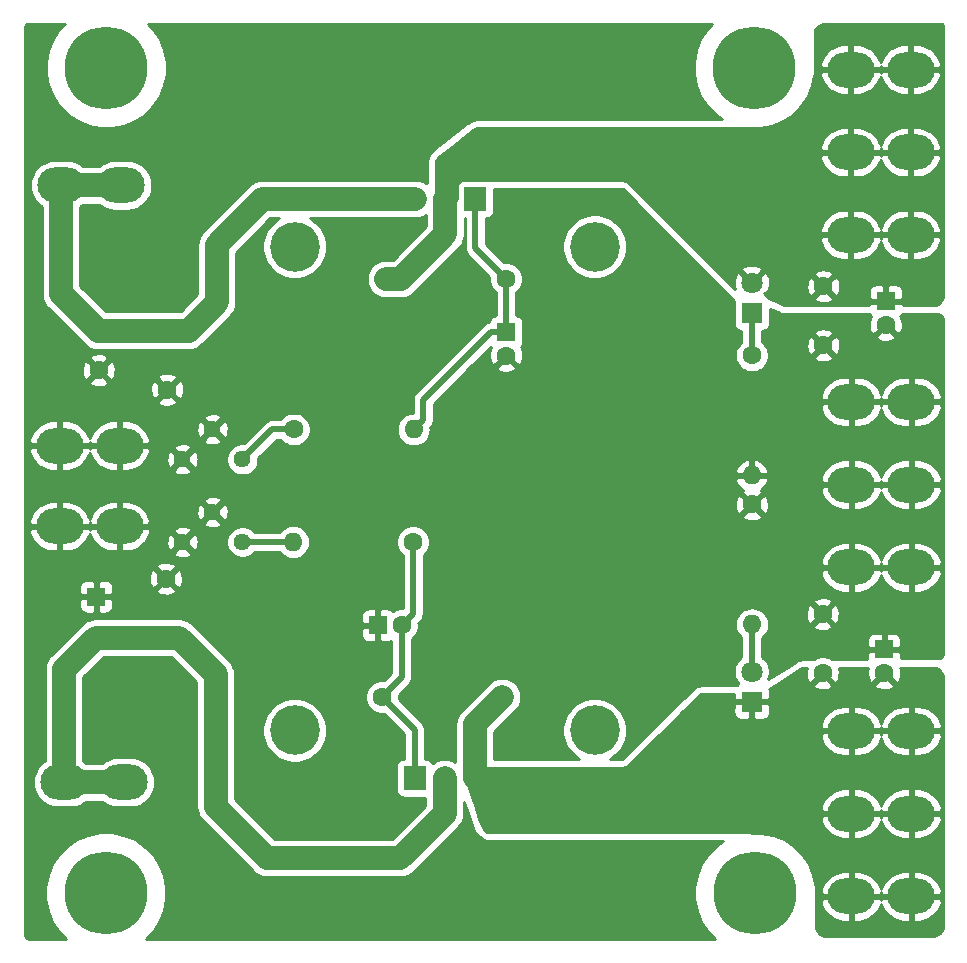
<source format=gbr>
G04 #@! TF.GenerationSoftware,KiCad,Pcbnew,(5.1.4)-1*
G04 #@! TF.CreationDate,2020-05-14T10:00:22+09:00*
G04 #@! TF.ProjectId,linearpowerboard,6c696e65-6172-4706-9f77-6572626f6172,2.1*
G04 #@! TF.SameCoordinates,Original*
G04 #@! TF.FileFunction,Copper,L2,Bot*
G04 #@! TF.FilePolarity,Positive*
%FSLAX46Y46*%
G04 Gerber Fmt 4.6, Leading zero omitted, Abs format (unit mm)*
G04 Created by KiCad (PCBNEW (5.1.4)-1) date 2020-05-14 10:00:22*
%MOMM*%
%LPD*%
G04 APERTURE LIST*
%ADD10R,1.600000X1.600000*%
%ADD11C,1.600000*%
%ADD12O,4.000000X3.000000*%
%ADD13O,1.600000X1.600000*%
%ADD14O,1.905000X2.000000*%
%ADD15R,1.905000X2.000000*%
%ADD16C,4.200000*%
%ADD17C,0.800000*%
%ADD18C,7.000000*%
%ADD19C,1.800000*%
%ADD20R,1.800000X1.800000*%
%ADD21C,1.440000*%
%ADD22C,2.000000*%
%ADD23C,0.500000*%
%ADD24C,0.254000*%
G04 APERTURE END LIST*
D10*
X189900000Y-78230000D03*
D11*
X189900000Y-80230000D03*
D12*
X224140000Y-70000000D03*
X224140000Y-63000000D03*
X219060000Y-70000000D03*
X219060000Y-63000000D03*
X219060000Y-56000000D03*
X224140000Y-56000000D03*
X224190000Y-98140000D03*
X224190000Y-91140000D03*
X219110000Y-98140000D03*
X219110000Y-91140000D03*
X219110000Y-84140000D03*
X224190000Y-84140000D03*
X224190000Y-126000000D03*
X224190000Y-119000000D03*
X219110000Y-126000000D03*
X219110000Y-119000000D03*
X219110000Y-112000000D03*
X224190000Y-112000000D03*
X157180000Y-94665000D03*
X152100000Y-94665000D03*
X152100000Y-87840000D03*
X157180000Y-87840000D03*
X157560000Y-116340000D03*
X152480000Y-116340000D03*
X152230000Y-65800000D03*
X157310000Y-65800000D03*
D13*
X182070000Y-86470000D03*
D11*
X171910000Y-86470000D03*
D13*
X179730000Y-73730000D03*
D11*
X189890000Y-73730000D03*
D13*
X210700000Y-90360000D03*
D11*
X210700000Y-80200000D03*
D13*
X171870000Y-96000000D03*
D11*
X182030000Y-96000000D03*
D13*
X189540000Y-109130000D03*
D11*
X179380000Y-109130000D03*
D13*
X210710000Y-102970000D03*
D11*
X210710000Y-92810000D03*
D14*
X187240000Y-116000000D03*
X184700000Y-116000000D03*
D15*
X182160000Y-116000000D03*
D16*
X172000000Y-111950000D03*
X197400000Y-111950000D03*
D17*
X157866155Y-123853845D03*
X156010000Y-123085000D03*
X154153845Y-123853845D03*
X153385000Y-125710000D03*
X154153845Y-127566155D03*
X156010000Y-128335000D03*
X157866155Y-127566155D03*
X158635000Y-125710000D03*
D18*
X156010000Y-125710000D03*
D17*
X212756155Y-53993845D03*
X210900000Y-53225000D03*
X209043845Y-53993845D03*
X208275000Y-55850000D03*
X209043845Y-57706155D03*
X210900000Y-58475000D03*
X212756155Y-57706155D03*
X213525000Y-55850000D03*
D18*
X210900000Y-55850000D03*
D17*
X212830000Y-123867690D03*
X210973845Y-123098845D03*
X209117690Y-123867690D03*
X208348845Y-125723845D03*
X209117690Y-127580000D03*
X210973845Y-128348845D03*
X212830000Y-127580000D03*
X213598845Y-125723845D03*
D18*
X210973845Y-125723845D03*
D17*
X157896155Y-53993845D03*
X156040000Y-53225000D03*
X154183845Y-53993845D03*
X153415000Y-55850000D03*
X154183845Y-57706155D03*
X156040000Y-58475000D03*
X157896155Y-57706155D03*
X158665000Y-55850000D03*
D18*
X156040000Y-55850000D03*
D11*
X155400000Y-81450000D03*
D10*
X155400000Y-77950000D03*
D11*
X161200000Y-78100000D03*
X161200000Y-83100000D03*
X216760000Y-74360000D03*
X216760000Y-79360000D03*
X222050000Y-77600000D03*
D10*
X222050000Y-75600000D03*
X155200000Y-100620000D03*
D11*
X155200000Y-104120000D03*
X161100000Y-104100000D03*
X161100000Y-99100000D03*
X181050000Y-103060000D03*
D10*
X179050000Y-103060000D03*
D11*
X216700000Y-107100000D03*
X216700000Y-102100000D03*
D10*
X221900000Y-105100000D03*
D11*
X221900000Y-107100000D03*
D19*
X210710000Y-74050000D03*
D20*
X210710000Y-76590000D03*
X210690000Y-109520000D03*
D19*
X210690000Y-106980000D03*
D16*
X197400000Y-70990000D03*
X172000000Y-70990000D03*
D21*
X162500000Y-89000000D03*
X165040000Y-86460000D03*
X167580000Y-89000000D03*
X167580000Y-96000000D03*
X165040000Y-93460000D03*
X162500000Y-96000000D03*
D14*
X182220000Y-66950000D03*
X184760000Y-66950000D03*
D15*
X187300000Y-66950000D03*
D17*
X150173640Y-52778440D03*
X161517280Y-52874960D03*
X200660000Y-95758000D03*
X183550000Y-97760000D03*
X191770000Y-95758000D03*
X208280000Y-95758000D03*
X200660000Y-78232000D03*
X200660000Y-68834000D03*
X189690000Y-66770000D03*
X200914000Y-112268000D03*
X191170000Y-107500000D03*
X200914000Y-102870000D03*
X192024000Y-102870000D03*
X203962000Y-59182000D03*
X196596000Y-59182000D03*
X188722000Y-59182000D03*
X183642000Y-61722000D03*
X180340000Y-64770000D03*
X173990000Y-64770000D03*
X167640000Y-64770000D03*
X163830000Y-68580000D03*
X162306000Y-75184000D03*
X156210000Y-75184000D03*
X156210000Y-68326000D03*
X203200000Y-122174000D03*
X196850000Y-122174000D03*
X190500000Y-122174000D03*
X186690000Y-120650000D03*
X184150000Y-123190000D03*
X177800000Y-125210000D03*
X171450000Y-125210000D03*
X165100000Y-121920000D03*
X162560000Y-116840000D03*
X162560000Y-110490000D03*
X158750000Y-106680000D03*
X154940000Y-110490000D03*
X165100000Y-80010000D03*
X168910000Y-73660000D03*
X176530000Y-69850000D03*
X165100000Y-102870000D03*
X167640000Y-110490000D03*
X167640000Y-116840000D03*
X171450000Y-120650000D03*
X177800000Y-120650000D03*
X180240000Y-112690000D03*
X179070000Y-106680000D03*
X177800000Y-99060000D03*
X177440000Y-73680000D03*
X184820000Y-84740000D03*
X191770000Y-86360000D03*
X200660000Y-86360000D03*
X208280000Y-86360000D03*
X205232000Y-53086000D03*
X205740000Y-128778000D03*
X157130000Y-113640000D03*
X154686000Y-71374000D03*
X207010000Y-107188000D03*
X207010000Y-74422000D03*
X225806000Y-77470000D03*
X225806000Y-104902000D03*
X152350000Y-119430000D03*
X149990000Y-110440000D03*
X159470000Y-119460000D03*
X184450000Y-113580000D03*
X161690000Y-128760000D03*
X150160000Y-128620000D03*
X156710000Y-63100000D03*
X149940000Y-68350000D03*
X150280000Y-76610000D03*
X160590000Y-65790000D03*
X186020000Y-72020000D03*
X189110000Y-70090000D03*
X177910000Y-80070000D03*
X189590000Y-113750000D03*
X188180000Y-107210000D03*
X213450000Y-105900000D03*
X213990000Y-77330000D03*
X208970000Y-79000000D03*
X174490000Y-92620000D03*
X174490000Y-90170000D03*
X151120000Y-104700000D03*
X181820000Y-69450000D03*
X180550000Y-97760000D03*
X183560000Y-101480000D03*
X182130000Y-109190000D03*
X182960000Y-105100000D03*
X206480000Y-121980000D03*
X191640000Y-75690000D03*
X194590000Y-66810000D03*
X188220000Y-75790000D03*
X191340000Y-110370000D03*
X194470000Y-113780000D03*
X182190000Y-118260000D03*
X182100000Y-91240000D03*
X181510000Y-82810000D03*
X182350000Y-75890000D03*
X185170000Y-79420000D03*
X152230000Y-71290000D03*
X165400000Y-73360000D03*
X169270000Y-66950000D03*
X176890000Y-66950000D03*
X193040000Y-62992000D03*
X200660000Y-62992000D03*
X208280000Y-62992000D03*
X208280000Y-69596000D03*
X214680000Y-69646000D03*
X214680000Y-63042000D03*
X183600000Y-120100000D03*
X176970000Y-122750000D03*
X169650000Y-122750000D03*
X165300000Y-116640000D03*
X165300000Y-109020000D03*
X152480000Y-109140000D03*
X187300000Y-111900000D03*
X193040000Y-117856000D03*
X200660000Y-117856000D03*
X208280000Y-117856000D03*
X208280000Y-111760000D03*
X215020000Y-111760000D03*
X215020000Y-117856000D03*
D22*
X182220000Y-66950000D02*
X169270000Y-66950000D01*
X161200000Y-78100000D02*
X163010000Y-78100000D01*
X163010000Y-78100000D02*
X165400000Y-75710000D01*
X165400000Y-70820000D02*
X169270000Y-66950000D01*
X165400000Y-75710000D02*
X165400000Y-70820000D01*
X155340000Y-78100000D02*
X155320000Y-78080000D01*
X161200000Y-78100000D02*
X155340000Y-78100000D01*
X152230000Y-74990000D02*
X155320000Y-78080000D01*
X152230000Y-65800000D02*
X152230000Y-74990000D01*
X157310000Y-65800000D02*
X152230000Y-65800000D01*
D23*
X187300000Y-71140000D02*
X189890000Y-73730000D01*
X187300000Y-66950000D02*
X187300000Y-71140000D01*
X189890000Y-78220000D02*
X189900000Y-78230000D01*
X189890000Y-73730000D02*
X189890000Y-78220000D01*
X188600000Y-78230000D02*
X189900000Y-78230000D01*
X182869999Y-83960001D02*
X188600000Y-78230000D01*
X182869999Y-85670001D02*
X182869999Y-83960001D01*
X182070000Y-86470000D02*
X182869999Y-85670001D01*
X184760000Y-66997500D02*
X184760000Y-66950000D01*
D22*
X184760000Y-69950000D02*
X184760000Y-66950000D01*
X180980000Y-73730000D02*
X184760000Y-69950000D01*
X179730000Y-73730000D02*
X180980000Y-73730000D01*
X157560000Y-116340000D02*
X152480000Y-116340000D01*
X152480000Y-106760000D02*
X155150000Y-104090000D01*
X152480000Y-116340000D02*
X152480000Y-106760000D01*
X161090000Y-104090000D02*
X161100000Y-104100000D01*
X155150000Y-104090000D02*
X161090000Y-104090000D01*
X184700000Y-119000000D02*
X184700000Y-116000000D01*
X161100000Y-104100000D02*
X162231370Y-104100000D01*
X162231370Y-104100000D02*
X165300000Y-107168630D01*
X165300000Y-107168630D02*
X165300000Y-118400000D01*
X165300000Y-118400000D02*
X169650000Y-122750000D01*
X169650000Y-122750000D02*
X180950000Y-122750000D01*
X180950000Y-122750000D02*
X184700000Y-119000000D01*
D23*
X182160000Y-111910000D02*
X179380000Y-109130000D01*
X182160000Y-116000000D02*
X182160000Y-111910000D01*
X182060000Y-96030000D02*
X182030000Y-96000000D01*
X181050000Y-107460000D02*
X181050000Y-103060000D01*
X179380000Y-109130000D02*
X181050000Y-107460000D01*
X182030000Y-102080000D02*
X182030000Y-96000000D01*
X181050000Y-103060000D02*
X182030000Y-102080000D01*
D22*
X187240000Y-111430000D02*
X189540000Y-109130000D01*
X187240000Y-116000000D02*
X187240000Y-111430000D01*
D23*
X170110000Y-86470000D02*
X171910000Y-86470000D01*
X167580000Y-89000000D02*
X170110000Y-86470000D01*
X167580000Y-96000000D02*
X171870000Y-96000000D01*
X210710000Y-80190000D02*
X210700000Y-80200000D01*
X210710000Y-76590000D02*
X210710000Y-80190000D01*
X210690000Y-102990000D02*
X210710000Y-102970000D01*
X210690000Y-106980000D02*
X210690000Y-102990000D01*
D24*
G36*
X215273700Y-106888184D02*
G01*
X215259783Y-107170512D01*
X215301213Y-107450130D01*
X215396397Y-107716292D01*
X215463329Y-107841514D01*
X215707298Y-107913097D01*
X216520395Y-107100000D01*
X216506253Y-107085858D01*
X216685858Y-106906253D01*
X216700000Y-106920395D01*
X216714143Y-106906253D01*
X216893748Y-107085858D01*
X216879605Y-107100000D01*
X217692702Y-107913097D01*
X217936671Y-107841514D01*
X218057571Y-107586004D01*
X218126300Y-107311816D01*
X218140217Y-107029488D01*
X218098787Y-106749870D01*
X218054847Y-106627000D01*
X220539169Y-106627000D01*
X220473700Y-106888184D01*
X220459783Y-107170512D01*
X220501213Y-107450130D01*
X220596397Y-107716292D01*
X220663329Y-107841514D01*
X220907298Y-107913097D01*
X221720395Y-107100000D01*
X221706253Y-107085858D01*
X221885858Y-106906253D01*
X221900000Y-106920395D01*
X221914143Y-106906253D01*
X222093748Y-107085858D01*
X222079605Y-107100000D01*
X222892702Y-107913097D01*
X223136671Y-107841514D01*
X223257571Y-107586004D01*
X223326300Y-107311816D01*
X223340217Y-107029488D01*
X223298787Y-106749870D01*
X223254847Y-106627000D01*
X225993766Y-106627000D01*
X226170189Y-106644376D01*
X226333850Y-106694022D01*
X226484672Y-106774638D01*
X226616870Y-106883130D01*
X226725362Y-107015328D01*
X226805978Y-107166150D01*
X226855624Y-107329811D01*
X226873000Y-107506234D01*
X226873000Y-128493766D01*
X226855624Y-128670189D01*
X226805978Y-128833850D01*
X226725362Y-128984672D01*
X226616870Y-129116870D01*
X226484672Y-129225362D01*
X226333850Y-129305978D01*
X226170189Y-129355624D01*
X225993766Y-129373000D01*
X217006234Y-129373000D01*
X216829811Y-129355624D01*
X216666150Y-129305978D01*
X216515328Y-129225362D01*
X216383130Y-129116870D01*
X216274638Y-128984672D01*
X216194022Y-128833850D01*
X216144376Y-128670189D01*
X216127000Y-128493766D01*
X216127000Y-126458833D01*
X216524887Y-126458833D01*
X216588917Y-126699697D01*
X216764256Y-127080546D01*
X217010525Y-127419870D01*
X217318261Y-127704630D01*
X217675638Y-127923882D01*
X218068922Y-128069200D01*
X218483000Y-128135000D01*
X218983000Y-128135000D01*
X218983000Y-126127000D01*
X219237000Y-126127000D01*
X219237000Y-128135000D01*
X219737000Y-128135000D01*
X220151078Y-128069200D01*
X220544362Y-127923882D01*
X220901739Y-127704630D01*
X221209475Y-127419870D01*
X221455744Y-127080546D01*
X221631083Y-126699697D01*
X221650000Y-126628536D01*
X221668917Y-126699697D01*
X221844256Y-127080546D01*
X222090525Y-127419870D01*
X222398261Y-127704630D01*
X222755638Y-127923882D01*
X223148922Y-128069200D01*
X223563000Y-128135000D01*
X224063000Y-128135000D01*
X224063000Y-126127000D01*
X224317000Y-126127000D01*
X224317000Y-128135000D01*
X224817000Y-128135000D01*
X225231078Y-128069200D01*
X225624362Y-127923882D01*
X225981739Y-127704630D01*
X226289475Y-127419870D01*
X226535744Y-127080546D01*
X226711083Y-126699697D01*
X226775113Y-126458833D01*
X226662165Y-126127000D01*
X224317000Y-126127000D01*
X224063000Y-126127000D01*
X221717835Y-126127000D01*
X221650000Y-126326294D01*
X221582165Y-126127000D01*
X219237000Y-126127000D01*
X218983000Y-126127000D01*
X216637835Y-126127000D01*
X216524887Y-126458833D01*
X216127000Y-126458833D01*
X216127000Y-125879967D01*
X216126346Y-125867096D01*
X216105805Y-125665453D01*
X216100845Y-125641358D01*
X216100845Y-125541167D01*
X216524887Y-125541167D01*
X216637835Y-125873000D01*
X218983000Y-125873000D01*
X218983000Y-123865000D01*
X219237000Y-123865000D01*
X219237000Y-125873000D01*
X221582165Y-125873000D01*
X221650000Y-125673706D01*
X221717835Y-125873000D01*
X224063000Y-125873000D01*
X224063000Y-123865000D01*
X224317000Y-123865000D01*
X224317000Y-125873000D01*
X226662165Y-125873000D01*
X226775113Y-125541167D01*
X226711083Y-125300303D01*
X226535744Y-124919454D01*
X226289475Y-124580130D01*
X225981739Y-124295370D01*
X225624362Y-124076118D01*
X225231078Y-123930800D01*
X224817000Y-123865000D01*
X224317000Y-123865000D01*
X224063000Y-123865000D01*
X223563000Y-123865000D01*
X223148922Y-123930800D01*
X222755638Y-124076118D01*
X222398261Y-124295370D01*
X222090525Y-124580130D01*
X221844256Y-124919454D01*
X221668917Y-125300303D01*
X221650000Y-125371464D01*
X221631083Y-125300303D01*
X221455744Y-124919454D01*
X221209475Y-124580130D01*
X220901739Y-124295370D01*
X220544362Y-124076118D01*
X220151078Y-123930800D01*
X219737000Y-123865000D01*
X219237000Y-123865000D01*
X218983000Y-123865000D01*
X218483000Y-123865000D01*
X218068922Y-123930800D01*
X217675638Y-124076118D01*
X217318261Y-124295370D01*
X217010525Y-124580130D01*
X216764256Y-124919454D01*
X216588917Y-125300303D01*
X216524887Y-125541167D01*
X216100845Y-125541167D01*
X216100845Y-125218880D01*
X215903817Y-124228354D01*
X215517333Y-123295300D01*
X214956246Y-122455573D01*
X214242117Y-121741444D01*
X213402390Y-121180357D01*
X212469336Y-120793873D01*
X211478810Y-120596845D01*
X210657813Y-120596845D01*
X210623392Y-120593571D01*
X210611367Y-120593000D01*
X188661959Y-120593000D01*
X188476107Y-120573696D01*
X188304490Y-120518630D01*
X188147844Y-120429463D01*
X188012870Y-120310010D01*
X187905331Y-120165372D01*
X187827038Y-119995705D01*
X187643840Y-119458833D01*
X216524887Y-119458833D01*
X216588917Y-119699697D01*
X216764256Y-120080546D01*
X217010525Y-120419870D01*
X217318261Y-120704630D01*
X217675638Y-120923882D01*
X218068922Y-121069200D01*
X218483000Y-121135000D01*
X218983000Y-121135000D01*
X218983000Y-119127000D01*
X219237000Y-119127000D01*
X219237000Y-121135000D01*
X219737000Y-121135000D01*
X220151078Y-121069200D01*
X220544362Y-120923882D01*
X220901739Y-120704630D01*
X221209475Y-120419870D01*
X221455744Y-120080546D01*
X221631083Y-119699697D01*
X221650000Y-119628536D01*
X221668917Y-119699697D01*
X221844256Y-120080546D01*
X222090525Y-120419870D01*
X222398261Y-120704630D01*
X222755638Y-120923882D01*
X223148922Y-121069200D01*
X223563000Y-121135000D01*
X224063000Y-121135000D01*
X224063000Y-119127000D01*
X224317000Y-119127000D01*
X224317000Y-121135000D01*
X224817000Y-121135000D01*
X225231078Y-121069200D01*
X225624362Y-120923882D01*
X225981739Y-120704630D01*
X226289475Y-120419870D01*
X226535744Y-120080546D01*
X226711083Y-119699697D01*
X226775113Y-119458833D01*
X226662165Y-119127000D01*
X224317000Y-119127000D01*
X224063000Y-119127000D01*
X221717835Y-119127000D01*
X221650000Y-119326294D01*
X221582165Y-119127000D01*
X219237000Y-119127000D01*
X218983000Y-119127000D01*
X216637835Y-119127000D01*
X216524887Y-119458833D01*
X187643840Y-119458833D01*
X187330703Y-118541167D01*
X216524887Y-118541167D01*
X216637835Y-118873000D01*
X218983000Y-118873000D01*
X218983000Y-116865000D01*
X219237000Y-116865000D01*
X219237000Y-118873000D01*
X221582165Y-118873000D01*
X221650000Y-118673706D01*
X221717835Y-118873000D01*
X224063000Y-118873000D01*
X224063000Y-116865000D01*
X224317000Y-116865000D01*
X224317000Y-118873000D01*
X226662165Y-118873000D01*
X226775113Y-118541167D01*
X226711083Y-118300303D01*
X226535744Y-117919454D01*
X226289475Y-117580130D01*
X225981739Y-117295370D01*
X225624362Y-117076118D01*
X225231078Y-116930800D01*
X224817000Y-116865000D01*
X224317000Y-116865000D01*
X224063000Y-116865000D01*
X223563000Y-116865000D01*
X223148922Y-116930800D01*
X222755638Y-117076118D01*
X222398261Y-117295370D01*
X222090525Y-117580130D01*
X221844256Y-117919454D01*
X221668917Y-118300303D01*
X221650000Y-118371464D01*
X221631083Y-118300303D01*
X221455744Y-117919454D01*
X221209475Y-117580130D01*
X220901739Y-117295370D01*
X220544362Y-117076118D01*
X220151078Y-116930800D01*
X219737000Y-116865000D01*
X219237000Y-116865000D01*
X218983000Y-116865000D01*
X218483000Y-116865000D01*
X218068922Y-116930800D01*
X217675638Y-117076118D01*
X217318261Y-117295370D01*
X217010525Y-117580130D01*
X216764256Y-117919454D01*
X216588917Y-118300303D01*
X216524887Y-118541167D01*
X187330703Y-118541167D01*
X186731345Y-116784719D01*
X186688553Y-116593724D01*
X186687883Y-116404938D01*
X186729318Y-116213657D01*
X186890467Y-115730208D01*
X186968092Y-115559076D01*
X187075469Y-115413039D01*
X187210714Y-115292345D01*
X187367977Y-115202210D01*
X187540472Y-115146525D01*
X187727378Y-115127000D01*
X199588100Y-115127000D01*
X199600485Y-115126395D01*
X199794606Y-115107373D01*
X199818907Y-115102564D01*
X200005643Y-115046220D01*
X200028547Y-115036786D01*
X200200793Y-114945265D01*
X200221431Y-114931563D01*
X200372634Y-114808346D01*
X200381853Y-114800053D01*
X202741654Y-112458833D01*
X216524887Y-112458833D01*
X216588917Y-112699697D01*
X216764256Y-113080546D01*
X217010525Y-113419870D01*
X217318261Y-113704630D01*
X217675638Y-113923882D01*
X218068922Y-114069200D01*
X218483000Y-114135000D01*
X218983000Y-114135000D01*
X218983000Y-112127000D01*
X219237000Y-112127000D01*
X219237000Y-114135000D01*
X219737000Y-114135000D01*
X220151078Y-114069200D01*
X220544362Y-113923882D01*
X220901739Y-113704630D01*
X221209475Y-113419870D01*
X221455744Y-113080546D01*
X221631083Y-112699697D01*
X221650000Y-112628536D01*
X221668917Y-112699697D01*
X221844256Y-113080546D01*
X222090525Y-113419870D01*
X222398261Y-113704630D01*
X222755638Y-113923882D01*
X223148922Y-114069200D01*
X223563000Y-114135000D01*
X224063000Y-114135000D01*
X224063000Y-112127000D01*
X224317000Y-112127000D01*
X224317000Y-114135000D01*
X224817000Y-114135000D01*
X225231078Y-114069200D01*
X225624362Y-113923882D01*
X225981739Y-113704630D01*
X226289475Y-113419870D01*
X226535744Y-113080546D01*
X226711083Y-112699697D01*
X226775113Y-112458833D01*
X226662165Y-112127000D01*
X224317000Y-112127000D01*
X224063000Y-112127000D01*
X221717835Y-112127000D01*
X221650000Y-112326294D01*
X221582165Y-112127000D01*
X219237000Y-112127000D01*
X218983000Y-112127000D01*
X216637835Y-112127000D01*
X216524887Y-112458833D01*
X202741654Y-112458833D01*
X203666603Y-111541167D01*
X216524887Y-111541167D01*
X216637835Y-111873000D01*
X218983000Y-111873000D01*
X218983000Y-109865000D01*
X219237000Y-109865000D01*
X219237000Y-111873000D01*
X221582165Y-111873000D01*
X221650000Y-111673706D01*
X221717835Y-111873000D01*
X224063000Y-111873000D01*
X224063000Y-109865000D01*
X224317000Y-109865000D01*
X224317000Y-111873000D01*
X226662165Y-111873000D01*
X226775113Y-111541167D01*
X226711083Y-111300303D01*
X226535744Y-110919454D01*
X226289475Y-110580130D01*
X225981739Y-110295370D01*
X225624362Y-110076118D01*
X225231078Y-109930800D01*
X224817000Y-109865000D01*
X224317000Y-109865000D01*
X224063000Y-109865000D01*
X223563000Y-109865000D01*
X223148922Y-109930800D01*
X222755638Y-110076118D01*
X222398261Y-110295370D01*
X222090525Y-110580130D01*
X221844256Y-110919454D01*
X221668917Y-111300303D01*
X221650000Y-111371464D01*
X221631083Y-111300303D01*
X221455744Y-110919454D01*
X221209475Y-110580130D01*
X220901739Y-110295370D01*
X220544362Y-110076118D01*
X220151078Y-109930800D01*
X219737000Y-109865000D01*
X219237000Y-109865000D01*
X218983000Y-109865000D01*
X218483000Y-109865000D01*
X218068922Y-109930800D01*
X217675638Y-110076118D01*
X217318261Y-110295370D01*
X217010525Y-110580130D01*
X216764256Y-110919454D01*
X216588917Y-111300303D01*
X216524887Y-111541167D01*
X203666603Y-111541167D01*
X204796669Y-110420000D01*
X209151928Y-110420000D01*
X209164188Y-110544482D01*
X209200498Y-110664180D01*
X209259463Y-110774494D01*
X209338815Y-110871185D01*
X209435506Y-110950537D01*
X209545820Y-111009502D01*
X209665518Y-111045812D01*
X209790000Y-111058072D01*
X210404250Y-111055000D01*
X210563000Y-110896250D01*
X210563000Y-109647000D01*
X210817000Y-109647000D01*
X210817000Y-110896250D01*
X210975750Y-111055000D01*
X211590000Y-111058072D01*
X211714482Y-111045812D01*
X211834180Y-111009502D01*
X211944494Y-110950537D01*
X212041185Y-110871185D01*
X212120537Y-110774494D01*
X212179502Y-110664180D01*
X212215812Y-110544482D01*
X212228072Y-110420000D01*
X212225000Y-109805750D01*
X212066250Y-109647000D01*
X210817000Y-109647000D01*
X210563000Y-109647000D01*
X209313750Y-109647000D01*
X209155000Y-109805750D01*
X209151928Y-110420000D01*
X204796669Y-110420000D01*
X206142638Y-109084630D01*
X206279376Y-108973200D01*
X206429644Y-108893357D01*
X206592549Y-108844203D01*
X206768111Y-108827000D01*
X209152963Y-108827000D01*
X209155000Y-109234250D01*
X209313750Y-109393000D01*
X210563000Y-109393000D01*
X210563000Y-109373000D01*
X210817000Y-109373000D01*
X210817000Y-109393000D01*
X212066250Y-109393000D01*
X212225000Y-109234250D01*
X212228072Y-108620000D01*
X212215812Y-108495518D01*
X212198154Y-108437309D01*
X212738560Y-108092702D01*
X215886903Y-108092702D01*
X215958486Y-108336671D01*
X216213996Y-108457571D01*
X216488184Y-108526300D01*
X216770512Y-108540217D01*
X217050130Y-108498787D01*
X217316292Y-108403603D01*
X217441514Y-108336671D01*
X217513097Y-108092702D01*
X221086903Y-108092702D01*
X221158486Y-108336671D01*
X221413996Y-108457571D01*
X221688184Y-108526300D01*
X221970512Y-108540217D01*
X222250130Y-108498787D01*
X222516292Y-108403603D01*
X222641514Y-108336671D01*
X222713097Y-108092702D01*
X221900000Y-107279605D01*
X221086903Y-108092702D01*
X217513097Y-108092702D01*
X216700000Y-107279605D01*
X215886903Y-108092702D01*
X212738560Y-108092702D01*
X214817259Y-106767155D01*
X214969366Y-106689304D01*
X215127612Y-106643142D01*
X215297721Y-106627000D01*
X215339169Y-106627000D01*
X215273700Y-106888184D01*
X215273700Y-106888184D01*
G37*
X215273700Y-106888184D02*
X215259783Y-107170512D01*
X215301213Y-107450130D01*
X215396397Y-107716292D01*
X215463329Y-107841514D01*
X215707298Y-107913097D01*
X216520395Y-107100000D01*
X216506253Y-107085858D01*
X216685858Y-106906253D01*
X216700000Y-106920395D01*
X216714143Y-106906253D01*
X216893748Y-107085858D01*
X216879605Y-107100000D01*
X217692702Y-107913097D01*
X217936671Y-107841514D01*
X218057571Y-107586004D01*
X218126300Y-107311816D01*
X218140217Y-107029488D01*
X218098787Y-106749870D01*
X218054847Y-106627000D01*
X220539169Y-106627000D01*
X220473700Y-106888184D01*
X220459783Y-107170512D01*
X220501213Y-107450130D01*
X220596397Y-107716292D01*
X220663329Y-107841514D01*
X220907298Y-107913097D01*
X221720395Y-107100000D01*
X221706253Y-107085858D01*
X221885858Y-106906253D01*
X221900000Y-106920395D01*
X221914143Y-106906253D01*
X222093748Y-107085858D01*
X222079605Y-107100000D01*
X222892702Y-107913097D01*
X223136671Y-107841514D01*
X223257571Y-107586004D01*
X223326300Y-107311816D01*
X223340217Y-107029488D01*
X223298787Y-106749870D01*
X223254847Y-106627000D01*
X225993766Y-106627000D01*
X226170189Y-106644376D01*
X226333850Y-106694022D01*
X226484672Y-106774638D01*
X226616870Y-106883130D01*
X226725362Y-107015328D01*
X226805978Y-107166150D01*
X226855624Y-107329811D01*
X226873000Y-107506234D01*
X226873000Y-128493766D01*
X226855624Y-128670189D01*
X226805978Y-128833850D01*
X226725362Y-128984672D01*
X226616870Y-129116870D01*
X226484672Y-129225362D01*
X226333850Y-129305978D01*
X226170189Y-129355624D01*
X225993766Y-129373000D01*
X217006234Y-129373000D01*
X216829811Y-129355624D01*
X216666150Y-129305978D01*
X216515328Y-129225362D01*
X216383130Y-129116870D01*
X216274638Y-128984672D01*
X216194022Y-128833850D01*
X216144376Y-128670189D01*
X216127000Y-128493766D01*
X216127000Y-126458833D01*
X216524887Y-126458833D01*
X216588917Y-126699697D01*
X216764256Y-127080546D01*
X217010525Y-127419870D01*
X217318261Y-127704630D01*
X217675638Y-127923882D01*
X218068922Y-128069200D01*
X218483000Y-128135000D01*
X218983000Y-128135000D01*
X218983000Y-126127000D01*
X219237000Y-126127000D01*
X219237000Y-128135000D01*
X219737000Y-128135000D01*
X220151078Y-128069200D01*
X220544362Y-127923882D01*
X220901739Y-127704630D01*
X221209475Y-127419870D01*
X221455744Y-127080546D01*
X221631083Y-126699697D01*
X221650000Y-126628536D01*
X221668917Y-126699697D01*
X221844256Y-127080546D01*
X222090525Y-127419870D01*
X222398261Y-127704630D01*
X222755638Y-127923882D01*
X223148922Y-128069200D01*
X223563000Y-128135000D01*
X224063000Y-128135000D01*
X224063000Y-126127000D01*
X224317000Y-126127000D01*
X224317000Y-128135000D01*
X224817000Y-128135000D01*
X225231078Y-128069200D01*
X225624362Y-127923882D01*
X225981739Y-127704630D01*
X226289475Y-127419870D01*
X226535744Y-127080546D01*
X226711083Y-126699697D01*
X226775113Y-126458833D01*
X226662165Y-126127000D01*
X224317000Y-126127000D01*
X224063000Y-126127000D01*
X221717835Y-126127000D01*
X221650000Y-126326294D01*
X221582165Y-126127000D01*
X219237000Y-126127000D01*
X218983000Y-126127000D01*
X216637835Y-126127000D01*
X216524887Y-126458833D01*
X216127000Y-126458833D01*
X216127000Y-125879967D01*
X216126346Y-125867096D01*
X216105805Y-125665453D01*
X216100845Y-125641358D01*
X216100845Y-125541167D01*
X216524887Y-125541167D01*
X216637835Y-125873000D01*
X218983000Y-125873000D01*
X218983000Y-123865000D01*
X219237000Y-123865000D01*
X219237000Y-125873000D01*
X221582165Y-125873000D01*
X221650000Y-125673706D01*
X221717835Y-125873000D01*
X224063000Y-125873000D01*
X224063000Y-123865000D01*
X224317000Y-123865000D01*
X224317000Y-125873000D01*
X226662165Y-125873000D01*
X226775113Y-125541167D01*
X226711083Y-125300303D01*
X226535744Y-124919454D01*
X226289475Y-124580130D01*
X225981739Y-124295370D01*
X225624362Y-124076118D01*
X225231078Y-123930800D01*
X224817000Y-123865000D01*
X224317000Y-123865000D01*
X224063000Y-123865000D01*
X223563000Y-123865000D01*
X223148922Y-123930800D01*
X222755638Y-124076118D01*
X222398261Y-124295370D01*
X222090525Y-124580130D01*
X221844256Y-124919454D01*
X221668917Y-125300303D01*
X221650000Y-125371464D01*
X221631083Y-125300303D01*
X221455744Y-124919454D01*
X221209475Y-124580130D01*
X220901739Y-124295370D01*
X220544362Y-124076118D01*
X220151078Y-123930800D01*
X219737000Y-123865000D01*
X219237000Y-123865000D01*
X218983000Y-123865000D01*
X218483000Y-123865000D01*
X218068922Y-123930800D01*
X217675638Y-124076118D01*
X217318261Y-124295370D01*
X217010525Y-124580130D01*
X216764256Y-124919454D01*
X216588917Y-125300303D01*
X216524887Y-125541167D01*
X216100845Y-125541167D01*
X216100845Y-125218880D01*
X215903817Y-124228354D01*
X215517333Y-123295300D01*
X214956246Y-122455573D01*
X214242117Y-121741444D01*
X213402390Y-121180357D01*
X212469336Y-120793873D01*
X211478810Y-120596845D01*
X210657813Y-120596845D01*
X210623392Y-120593571D01*
X210611367Y-120593000D01*
X188661959Y-120593000D01*
X188476107Y-120573696D01*
X188304490Y-120518630D01*
X188147844Y-120429463D01*
X188012870Y-120310010D01*
X187905331Y-120165372D01*
X187827038Y-119995705D01*
X187643840Y-119458833D01*
X216524887Y-119458833D01*
X216588917Y-119699697D01*
X216764256Y-120080546D01*
X217010525Y-120419870D01*
X217318261Y-120704630D01*
X217675638Y-120923882D01*
X218068922Y-121069200D01*
X218483000Y-121135000D01*
X218983000Y-121135000D01*
X218983000Y-119127000D01*
X219237000Y-119127000D01*
X219237000Y-121135000D01*
X219737000Y-121135000D01*
X220151078Y-121069200D01*
X220544362Y-120923882D01*
X220901739Y-120704630D01*
X221209475Y-120419870D01*
X221455744Y-120080546D01*
X221631083Y-119699697D01*
X221650000Y-119628536D01*
X221668917Y-119699697D01*
X221844256Y-120080546D01*
X222090525Y-120419870D01*
X222398261Y-120704630D01*
X222755638Y-120923882D01*
X223148922Y-121069200D01*
X223563000Y-121135000D01*
X224063000Y-121135000D01*
X224063000Y-119127000D01*
X224317000Y-119127000D01*
X224317000Y-121135000D01*
X224817000Y-121135000D01*
X225231078Y-121069200D01*
X225624362Y-120923882D01*
X225981739Y-120704630D01*
X226289475Y-120419870D01*
X226535744Y-120080546D01*
X226711083Y-119699697D01*
X226775113Y-119458833D01*
X226662165Y-119127000D01*
X224317000Y-119127000D01*
X224063000Y-119127000D01*
X221717835Y-119127000D01*
X221650000Y-119326294D01*
X221582165Y-119127000D01*
X219237000Y-119127000D01*
X218983000Y-119127000D01*
X216637835Y-119127000D01*
X216524887Y-119458833D01*
X187643840Y-119458833D01*
X187330703Y-118541167D01*
X216524887Y-118541167D01*
X216637835Y-118873000D01*
X218983000Y-118873000D01*
X218983000Y-116865000D01*
X219237000Y-116865000D01*
X219237000Y-118873000D01*
X221582165Y-118873000D01*
X221650000Y-118673706D01*
X221717835Y-118873000D01*
X224063000Y-118873000D01*
X224063000Y-116865000D01*
X224317000Y-116865000D01*
X224317000Y-118873000D01*
X226662165Y-118873000D01*
X226775113Y-118541167D01*
X226711083Y-118300303D01*
X226535744Y-117919454D01*
X226289475Y-117580130D01*
X225981739Y-117295370D01*
X225624362Y-117076118D01*
X225231078Y-116930800D01*
X224817000Y-116865000D01*
X224317000Y-116865000D01*
X224063000Y-116865000D01*
X223563000Y-116865000D01*
X223148922Y-116930800D01*
X222755638Y-117076118D01*
X222398261Y-117295370D01*
X222090525Y-117580130D01*
X221844256Y-117919454D01*
X221668917Y-118300303D01*
X221650000Y-118371464D01*
X221631083Y-118300303D01*
X221455744Y-117919454D01*
X221209475Y-117580130D01*
X220901739Y-117295370D01*
X220544362Y-117076118D01*
X220151078Y-116930800D01*
X219737000Y-116865000D01*
X219237000Y-116865000D01*
X218983000Y-116865000D01*
X218483000Y-116865000D01*
X218068922Y-116930800D01*
X217675638Y-117076118D01*
X217318261Y-117295370D01*
X217010525Y-117580130D01*
X216764256Y-117919454D01*
X216588917Y-118300303D01*
X216524887Y-118541167D01*
X187330703Y-118541167D01*
X186731345Y-116784719D01*
X186688553Y-116593724D01*
X186687883Y-116404938D01*
X186729318Y-116213657D01*
X186890467Y-115730208D01*
X186968092Y-115559076D01*
X187075469Y-115413039D01*
X187210714Y-115292345D01*
X187367977Y-115202210D01*
X187540472Y-115146525D01*
X187727378Y-115127000D01*
X199588100Y-115127000D01*
X199600485Y-115126395D01*
X199794606Y-115107373D01*
X199818907Y-115102564D01*
X200005643Y-115046220D01*
X200028547Y-115036786D01*
X200200793Y-114945265D01*
X200221431Y-114931563D01*
X200372634Y-114808346D01*
X200381853Y-114800053D01*
X202741654Y-112458833D01*
X216524887Y-112458833D01*
X216588917Y-112699697D01*
X216764256Y-113080546D01*
X217010525Y-113419870D01*
X217318261Y-113704630D01*
X217675638Y-113923882D01*
X218068922Y-114069200D01*
X218483000Y-114135000D01*
X218983000Y-114135000D01*
X218983000Y-112127000D01*
X219237000Y-112127000D01*
X219237000Y-114135000D01*
X219737000Y-114135000D01*
X220151078Y-114069200D01*
X220544362Y-113923882D01*
X220901739Y-113704630D01*
X221209475Y-113419870D01*
X221455744Y-113080546D01*
X221631083Y-112699697D01*
X221650000Y-112628536D01*
X221668917Y-112699697D01*
X221844256Y-113080546D01*
X222090525Y-113419870D01*
X222398261Y-113704630D01*
X222755638Y-113923882D01*
X223148922Y-114069200D01*
X223563000Y-114135000D01*
X224063000Y-114135000D01*
X224063000Y-112127000D01*
X224317000Y-112127000D01*
X224317000Y-114135000D01*
X224817000Y-114135000D01*
X225231078Y-114069200D01*
X225624362Y-113923882D01*
X225981739Y-113704630D01*
X226289475Y-113419870D01*
X226535744Y-113080546D01*
X226711083Y-112699697D01*
X226775113Y-112458833D01*
X226662165Y-112127000D01*
X224317000Y-112127000D01*
X224063000Y-112127000D01*
X221717835Y-112127000D01*
X221650000Y-112326294D01*
X221582165Y-112127000D01*
X219237000Y-112127000D01*
X218983000Y-112127000D01*
X216637835Y-112127000D01*
X216524887Y-112458833D01*
X202741654Y-112458833D01*
X203666603Y-111541167D01*
X216524887Y-111541167D01*
X216637835Y-111873000D01*
X218983000Y-111873000D01*
X218983000Y-109865000D01*
X219237000Y-109865000D01*
X219237000Y-111873000D01*
X221582165Y-111873000D01*
X221650000Y-111673706D01*
X221717835Y-111873000D01*
X224063000Y-111873000D01*
X224063000Y-109865000D01*
X224317000Y-109865000D01*
X224317000Y-111873000D01*
X226662165Y-111873000D01*
X226775113Y-111541167D01*
X226711083Y-111300303D01*
X226535744Y-110919454D01*
X226289475Y-110580130D01*
X225981739Y-110295370D01*
X225624362Y-110076118D01*
X225231078Y-109930800D01*
X224817000Y-109865000D01*
X224317000Y-109865000D01*
X224063000Y-109865000D01*
X223563000Y-109865000D01*
X223148922Y-109930800D01*
X222755638Y-110076118D01*
X222398261Y-110295370D01*
X222090525Y-110580130D01*
X221844256Y-110919454D01*
X221668917Y-111300303D01*
X221650000Y-111371464D01*
X221631083Y-111300303D01*
X221455744Y-110919454D01*
X221209475Y-110580130D01*
X220901739Y-110295370D01*
X220544362Y-110076118D01*
X220151078Y-109930800D01*
X219737000Y-109865000D01*
X219237000Y-109865000D01*
X218983000Y-109865000D01*
X218483000Y-109865000D01*
X218068922Y-109930800D01*
X217675638Y-110076118D01*
X217318261Y-110295370D01*
X217010525Y-110580130D01*
X216764256Y-110919454D01*
X216588917Y-111300303D01*
X216524887Y-111541167D01*
X203666603Y-111541167D01*
X204796669Y-110420000D01*
X209151928Y-110420000D01*
X209164188Y-110544482D01*
X209200498Y-110664180D01*
X209259463Y-110774494D01*
X209338815Y-110871185D01*
X209435506Y-110950537D01*
X209545820Y-111009502D01*
X209665518Y-111045812D01*
X209790000Y-111058072D01*
X210404250Y-111055000D01*
X210563000Y-110896250D01*
X210563000Y-109647000D01*
X210817000Y-109647000D01*
X210817000Y-110896250D01*
X210975750Y-111055000D01*
X211590000Y-111058072D01*
X211714482Y-111045812D01*
X211834180Y-111009502D01*
X211944494Y-110950537D01*
X212041185Y-110871185D01*
X212120537Y-110774494D01*
X212179502Y-110664180D01*
X212215812Y-110544482D01*
X212228072Y-110420000D01*
X212225000Y-109805750D01*
X212066250Y-109647000D01*
X210817000Y-109647000D01*
X210563000Y-109647000D01*
X209313750Y-109647000D01*
X209155000Y-109805750D01*
X209151928Y-110420000D01*
X204796669Y-110420000D01*
X206142638Y-109084630D01*
X206279376Y-108973200D01*
X206429644Y-108893357D01*
X206592549Y-108844203D01*
X206768111Y-108827000D01*
X209152963Y-108827000D01*
X209155000Y-109234250D01*
X209313750Y-109393000D01*
X210563000Y-109393000D01*
X210563000Y-109373000D01*
X210817000Y-109373000D01*
X210817000Y-109393000D01*
X212066250Y-109393000D01*
X212225000Y-109234250D01*
X212228072Y-108620000D01*
X212215812Y-108495518D01*
X212198154Y-108437309D01*
X212738560Y-108092702D01*
X215886903Y-108092702D01*
X215958486Y-108336671D01*
X216213996Y-108457571D01*
X216488184Y-108526300D01*
X216770512Y-108540217D01*
X217050130Y-108498787D01*
X217316292Y-108403603D01*
X217441514Y-108336671D01*
X217513097Y-108092702D01*
X221086903Y-108092702D01*
X221158486Y-108336671D01*
X221413996Y-108457571D01*
X221688184Y-108526300D01*
X221970512Y-108540217D01*
X222250130Y-108498787D01*
X222516292Y-108403603D01*
X222641514Y-108336671D01*
X222713097Y-108092702D01*
X221900000Y-107279605D01*
X221086903Y-108092702D01*
X217513097Y-108092702D01*
X216700000Y-107279605D01*
X215886903Y-108092702D01*
X212738560Y-108092702D01*
X214817259Y-106767155D01*
X214969366Y-106689304D01*
X215127612Y-106643142D01*
X215297721Y-106627000D01*
X215339169Y-106627000D01*
X215273700Y-106888184D01*
G36*
X226796119Y-52138662D02*
G01*
X226835215Y-52164785D01*
X226861338Y-52203881D01*
X226873000Y-52262509D01*
X226873000Y-75093766D01*
X226855624Y-75270189D01*
X226805978Y-75433850D01*
X226725362Y-75584672D01*
X226616870Y-75716870D01*
X226484672Y-75825362D01*
X226333850Y-75905978D01*
X226170189Y-75955624D01*
X225993766Y-75973000D01*
X223485521Y-75973000D01*
X223485000Y-75885750D01*
X223326250Y-75727000D01*
X222177000Y-75727000D01*
X222177000Y-75747000D01*
X221923000Y-75747000D01*
X221923000Y-75727000D01*
X220773750Y-75727000D01*
X220615000Y-75885750D01*
X220614479Y-75973000D01*
X213643439Y-75973000D01*
X213435692Y-75948811D01*
X213239054Y-75877537D01*
X212189384Y-75352702D01*
X215946903Y-75352702D01*
X216018486Y-75596671D01*
X216273996Y-75717571D01*
X216548184Y-75786300D01*
X216830512Y-75800217D01*
X217110130Y-75758787D01*
X217376292Y-75663603D01*
X217501514Y-75596671D01*
X217573097Y-75352702D01*
X216760000Y-74539605D01*
X215946903Y-75352702D01*
X212189384Y-75352702D01*
X212130478Y-75323249D01*
X212061185Y-75238815D01*
X211964494Y-75159463D01*
X211854180Y-75100498D01*
X211843265Y-75097187D01*
X211890030Y-75050422D01*
X211774082Y-74934474D01*
X212028261Y-74850792D01*
X212159158Y-74578225D01*
X212197090Y-74430512D01*
X215319783Y-74430512D01*
X215361213Y-74710130D01*
X215456397Y-74976292D01*
X215523329Y-75101514D01*
X215767298Y-75173097D01*
X216580395Y-74360000D01*
X216939605Y-74360000D01*
X217752702Y-75173097D01*
X217996671Y-75101514D01*
X218117571Y-74846004D01*
X218129102Y-74800000D01*
X220611928Y-74800000D01*
X220615000Y-75314250D01*
X220773750Y-75473000D01*
X221923000Y-75473000D01*
X221923000Y-74323750D01*
X222177000Y-74323750D01*
X222177000Y-75473000D01*
X223326250Y-75473000D01*
X223485000Y-75314250D01*
X223488072Y-74800000D01*
X223475812Y-74675518D01*
X223439502Y-74555820D01*
X223380537Y-74445506D01*
X223301185Y-74348815D01*
X223204494Y-74269463D01*
X223094180Y-74210498D01*
X222974482Y-74174188D01*
X222850000Y-74161928D01*
X222335750Y-74165000D01*
X222177000Y-74323750D01*
X221923000Y-74323750D01*
X221764250Y-74165000D01*
X221250000Y-74161928D01*
X221125518Y-74174188D01*
X221005820Y-74210498D01*
X220895506Y-74269463D01*
X220798815Y-74348815D01*
X220719463Y-74445506D01*
X220660498Y-74555820D01*
X220624188Y-74675518D01*
X220611928Y-74800000D01*
X218129102Y-74800000D01*
X218186300Y-74571816D01*
X218200217Y-74289488D01*
X218158787Y-74009870D01*
X218063603Y-73743708D01*
X217996671Y-73618486D01*
X217752702Y-73546903D01*
X216939605Y-74360000D01*
X216580395Y-74360000D01*
X215767298Y-73546903D01*
X215523329Y-73618486D01*
X215402429Y-73873996D01*
X215333700Y-74148184D01*
X215319783Y-74430512D01*
X212197090Y-74430512D01*
X212234365Y-74285358D01*
X212250991Y-73983447D01*
X212208397Y-73684093D01*
X212108222Y-73398801D01*
X212091383Y-73367298D01*
X215946903Y-73367298D01*
X216760000Y-74180395D01*
X217573097Y-73367298D01*
X217501514Y-73123329D01*
X217246004Y-73002429D01*
X216971816Y-72933700D01*
X216689488Y-72919783D01*
X216409870Y-72961213D01*
X216143708Y-73056397D01*
X216018486Y-73123329D01*
X215946903Y-73367298D01*
X212091383Y-73367298D01*
X212028261Y-73249208D01*
X211774080Y-73165525D01*
X210889605Y-74050000D01*
X210903748Y-74064143D01*
X210724143Y-74243748D01*
X210710000Y-74229605D01*
X210695858Y-74243748D01*
X210516253Y-74064143D01*
X210530395Y-74050000D01*
X209645920Y-73165525D01*
X209391739Y-73249208D01*
X209260842Y-73521775D01*
X209185635Y-73814642D01*
X209169009Y-74116553D01*
X209211603Y-74415907D01*
X209272721Y-74589967D01*
X207676817Y-72985920D01*
X209825525Y-72985920D01*
X210710000Y-73870395D01*
X211594475Y-72985920D01*
X211510792Y-72731739D01*
X211238225Y-72600842D01*
X210945358Y-72525635D01*
X210643447Y-72509009D01*
X210344093Y-72551603D01*
X210058801Y-72651778D01*
X209909208Y-72731739D01*
X209825525Y-72985920D01*
X207676817Y-72985920D01*
X205162558Y-70458833D01*
X216474887Y-70458833D01*
X216538917Y-70699697D01*
X216714256Y-71080546D01*
X216960525Y-71419870D01*
X217268261Y-71704630D01*
X217625638Y-71923882D01*
X218018922Y-72069200D01*
X218433000Y-72135000D01*
X218933000Y-72135000D01*
X218933000Y-70127000D01*
X219187000Y-70127000D01*
X219187000Y-72135000D01*
X219687000Y-72135000D01*
X220101078Y-72069200D01*
X220494362Y-71923882D01*
X220851739Y-71704630D01*
X221159475Y-71419870D01*
X221405744Y-71080546D01*
X221581083Y-70699697D01*
X221600000Y-70628536D01*
X221618917Y-70699697D01*
X221794256Y-71080546D01*
X222040525Y-71419870D01*
X222348261Y-71704630D01*
X222705638Y-71923882D01*
X223098922Y-72069200D01*
X223513000Y-72135000D01*
X224013000Y-72135000D01*
X224013000Y-70127000D01*
X224267000Y-70127000D01*
X224267000Y-72135000D01*
X224767000Y-72135000D01*
X225181078Y-72069200D01*
X225574362Y-71923882D01*
X225931739Y-71704630D01*
X226239475Y-71419870D01*
X226485744Y-71080546D01*
X226661083Y-70699697D01*
X226725113Y-70458833D01*
X226612165Y-70127000D01*
X224267000Y-70127000D01*
X224013000Y-70127000D01*
X221667835Y-70127000D01*
X221600000Y-70326294D01*
X221532165Y-70127000D01*
X219187000Y-70127000D01*
X218933000Y-70127000D01*
X216587835Y-70127000D01*
X216474887Y-70458833D01*
X205162558Y-70458833D01*
X204249551Y-69541167D01*
X216474887Y-69541167D01*
X216587835Y-69873000D01*
X218933000Y-69873000D01*
X218933000Y-67865000D01*
X219187000Y-67865000D01*
X219187000Y-69873000D01*
X221532165Y-69873000D01*
X221600000Y-69673706D01*
X221667835Y-69873000D01*
X224013000Y-69873000D01*
X224013000Y-67865000D01*
X224267000Y-67865000D01*
X224267000Y-69873000D01*
X226612165Y-69873000D01*
X226725113Y-69541167D01*
X226661083Y-69300303D01*
X226485744Y-68919454D01*
X226239475Y-68580130D01*
X225931739Y-68295370D01*
X225574362Y-68076118D01*
X225181078Y-67930800D01*
X224767000Y-67865000D01*
X224267000Y-67865000D01*
X224013000Y-67865000D01*
X223513000Y-67865000D01*
X223098922Y-67930800D01*
X222705638Y-68076118D01*
X222348261Y-68295370D01*
X222040525Y-68580130D01*
X221794256Y-68919454D01*
X221618917Y-69300303D01*
X221600000Y-69371464D01*
X221581083Y-69300303D01*
X221405744Y-68919454D01*
X221159475Y-68580130D01*
X220851739Y-68295370D01*
X220494362Y-68076118D01*
X220101078Y-67930800D01*
X219687000Y-67865000D01*
X219187000Y-67865000D01*
X218933000Y-67865000D01*
X218433000Y-67865000D01*
X218018922Y-67930800D01*
X217625638Y-68076118D01*
X217268261Y-68295370D01*
X216960525Y-68580130D01*
X216714256Y-68919454D01*
X216538917Y-69300303D01*
X216474887Y-69541167D01*
X204249551Y-69541167D01*
X200383230Y-65655121D01*
X200373985Y-65646702D01*
X200222237Y-65521599D01*
X200201497Y-65507683D01*
X200028200Y-65414699D01*
X200005136Y-65405112D01*
X199816991Y-65347843D01*
X199792497Y-65342955D01*
X199596783Y-65323616D01*
X199584295Y-65323000D01*
X188681366Y-65323000D01*
X188669771Y-65323530D01*
X188487938Y-65340201D01*
X188465136Y-65344418D01*
X188454000Y-65347551D01*
X188376982Y-65324188D01*
X188252500Y-65311928D01*
X186347500Y-65311928D01*
X186223018Y-65324188D01*
X186103320Y-65360498D01*
X185993006Y-65419463D01*
X185896315Y-65498815D01*
X185816963Y-65595506D01*
X185757998Y-65705820D01*
X185721688Y-65825518D01*
X185709428Y-65950000D01*
X185709428Y-66969322D01*
X185702234Y-66975822D01*
X185576459Y-67112756D01*
X185562172Y-67131557D01*
X185463921Y-67289408D01*
X185458149Y-67299722D01*
X185440599Y-67334822D01*
X185372288Y-67432362D01*
X185286048Y-67500019D01*
X185183882Y-67539717D01*
X185065144Y-67548758D01*
X184333817Y-67496520D01*
X184225747Y-67472522D01*
X184137544Y-67422841D01*
X184067555Y-67349704D01*
X184017521Y-67250952D01*
X183973414Y-67118632D01*
X183938679Y-66977495D01*
X183927000Y-66832615D01*
X183927000Y-64041628D01*
X183941761Y-63878890D01*
X183984013Y-63727033D01*
X184052900Y-63585256D01*
X184145697Y-63458833D01*
X216474887Y-63458833D01*
X216538917Y-63699697D01*
X216714256Y-64080546D01*
X216960525Y-64419870D01*
X217268261Y-64704630D01*
X217625638Y-64923882D01*
X218018922Y-65069200D01*
X218433000Y-65135000D01*
X218933000Y-65135000D01*
X218933000Y-63127000D01*
X219187000Y-63127000D01*
X219187000Y-65135000D01*
X219687000Y-65135000D01*
X220101078Y-65069200D01*
X220494362Y-64923882D01*
X220851739Y-64704630D01*
X221159475Y-64419870D01*
X221405744Y-64080546D01*
X221581083Y-63699697D01*
X221600000Y-63628536D01*
X221618917Y-63699697D01*
X221794256Y-64080546D01*
X222040525Y-64419870D01*
X222348261Y-64704630D01*
X222705638Y-64923882D01*
X223098922Y-65069200D01*
X223513000Y-65135000D01*
X224013000Y-65135000D01*
X224013000Y-63127000D01*
X224267000Y-63127000D01*
X224267000Y-65135000D01*
X224767000Y-65135000D01*
X225181078Y-65069200D01*
X225574362Y-64923882D01*
X225931739Y-64704630D01*
X226239475Y-64419870D01*
X226485744Y-64080546D01*
X226661083Y-63699697D01*
X226725113Y-63458833D01*
X226612165Y-63127000D01*
X224267000Y-63127000D01*
X224013000Y-63127000D01*
X221667835Y-63127000D01*
X221600000Y-63326294D01*
X221532165Y-63127000D01*
X219187000Y-63127000D01*
X218933000Y-63127000D01*
X216587835Y-63127000D01*
X216474887Y-63458833D01*
X184145697Y-63458833D01*
X184146175Y-63458183D01*
X184264987Y-63346006D01*
X185288789Y-62541167D01*
X216474887Y-62541167D01*
X216587835Y-62873000D01*
X218933000Y-62873000D01*
X218933000Y-60865000D01*
X219187000Y-60865000D01*
X219187000Y-62873000D01*
X221532165Y-62873000D01*
X221600000Y-62673706D01*
X221667835Y-62873000D01*
X224013000Y-62873000D01*
X224013000Y-60865000D01*
X224267000Y-60865000D01*
X224267000Y-62873000D01*
X226612165Y-62873000D01*
X226725113Y-62541167D01*
X226661083Y-62300303D01*
X226485744Y-61919454D01*
X226239475Y-61580130D01*
X225931739Y-61295370D01*
X225574362Y-61076118D01*
X225181078Y-60930800D01*
X224767000Y-60865000D01*
X224267000Y-60865000D01*
X224013000Y-60865000D01*
X223513000Y-60865000D01*
X223098922Y-60930800D01*
X222705638Y-61076118D01*
X222348261Y-61295370D01*
X222040525Y-61580130D01*
X221794256Y-61919454D01*
X221618917Y-62300303D01*
X221600000Y-62371464D01*
X221581083Y-62300303D01*
X221405744Y-61919454D01*
X221159475Y-61580130D01*
X220851739Y-61295370D01*
X220494362Y-61076118D01*
X220101078Y-60930800D01*
X219687000Y-60865000D01*
X219187000Y-60865000D01*
X218933000Y-60865000D01*
X218433000Y-60865000D01*
X218018922Y-60930800D01*
X217625638Y-61076118D01*
X217268261Y-61295370D01*
X216960525Y-61580130D01*
X216714256Y-61919454D01*
X216538917Y-62300303D01*
X216474887Y-62541167D01*
X185288789Y-62541167D01*
X187060736Y-61148191D01*
X187231144Y-61042510D01*
X187413954Y-60979300D01*
X187613253Y-60957151D01*
X210322923Y-60966827D01*
X210335177Y-60966240D01*
X210339058Y-60965865D01*
X210395035Y-60977000D01*
X211404965Y-60977000D01*
X212395491Y-60779972D01*
X213328545Y-60393488D01*
X214168272Y-59832401D01*
X214882401Y-59118272D01*
X215443488Y-58278545D01*
X215829972Y-57345491D01*
X216006339Y-56458833D01*
X216474887Y-56458833D01*
X216538917Y-56699697D01*
X216714256Y-57080546D01*
X216960525Y-57419870D01*
X217268261Y-57704630D01*
X217625638Y-57923882D01*
X218018922Y-58069200D01*
X218433000Y-58135000D01*
X218933000Y-58135000D01*
X218933000Y-56127000D01*
X219187000Y-56127000D01*
X219187000Y-58135000D01*
X219687000Y-58135000D01*
X220101078Y-58069200D01*
X220494362Y-57923882D01*
X220851739Y-57704630D01*
X221159475Y-57419870D01*
X221405744Y-57080546D01*
X221581083Y-56699697D01*
X221600000Y-56628536D01*
X221618917Y-56699697D01*
X221794256Y-57080546D01*
X222040525Y-57419870D01*
X222348261Y-57704630D01*
X222705638Y-57923882D01*
X223098922Y-58069200D01*
X223513000Y-58135000D01*
X224013000Y-58135000D01*
X224013000Y-56127000D01*
X224267000Y-56127000D01*
X224267000Y-58135000D01*
X224767000Y-58135000D01*
X225181078Y-58069200D01*
X225574362Y-57923882D01*
X225931739Y-57704630D01*
X226239475Y-57419870D01*
X226485744Y-57080546D01*
X226661083Y-56699697D01*
X226725113Y-56458833D01*
X226612165Y-56127000D01*
X224267000Y-56127000D01*
X224013000Y-56127000D01*
X221667835Y-56127000D01*
X221600000Y-56326294D01*
X221532165Y-56127000D01*
X219187000Y-56127000D01*
X218933000Y-56127000D01*
X216587835Y-56127000D01*
X216474887Y-56458833D01*
X216006339Y-56458833D01*
X216027000Y-56354965D01*
X216027000Y-55541167D01*
X216474887Y-55541167D01*
X216587835Y-55873000D01*
X218933000Y-55873000D01*
X218933000Y-53865000D01*
X219187000Y-53865000D01*
X219187000Y-55873000D01*
X221532165Y-55873000D01*
X221600000Y-55673706D01*
X221667835Y-55873000D01*
X224013000Y-55873000D01*
X224013000Y-53865000D01*
X224267000Y-53865000D01*
X224267000Y-55873000D01*
X226612165Y-55873000D01*
X226725113Y-55541167D01*
X226661083Y-55300303D01*
X226485744Y-54919454D01*
X226239475Y-54580130D01*
X225931739Y-54295370D01*
X225574362Y-54076118D01*
X225181078Y-53930800D01*
X224767000Y-53865000D01*
X224267000Y-53865000D01*
X224013000Y-53865000D01*
X223513000Y-53865000D01*
X223098922Y-53930800D01*
X222705638Y-54076118D01*
X222348261Y-54295370D01*
X222040525Y-54580130D01*
X221794256Y-54919454D01*
X221618917Y-55300303D01*
X221600000Y-55371464D01*
X221581083Y-55300303D01*
X221405744Y-54919454D01*
X221159475Y-54580130D01*
X220851739Y-54295370D01*
X220494362Y-54076118D01*
X220101078Y-53930800D01*
X219687000Y-53865000D01*
X219187000Y-53865000D01*
X218933000Y-53865000D01*
X218433000Y-53865000D01*
X218018922Y-53930800D01*
X217625638Y-54076118D01*
X217268261Y-54295370D01*
X216960525Y-54580130D01*
X216714256Y-54919454D01*
X216538917Y-55300303D01*
X216474887Y-55541167D01*
X216027000Y-55541167D01*
X216027000Y-53006234D01*
X216044376Y-52829811D01*
X216094022Y-52666150D01*
X216174638Y-52515328D01*
X216283130Y-52383130D01*
X216415328Y-52274638D01*
X216566150Y-52194022D01*
X216729811Y-52144376D01*
X216906234Y-52127000D01*
X226737491Y-52127000D01*
X226796119Y-52138662D01*
X226796119Y-52138662D01*
G37*
X226796119Y-52138662D02*
X226835215Y-52164785D01*
X226861338Y-52203881D01*
X226873000Y-52262509D01*
X226873000Y-75093766D01*
X226855624Y-75270189D01*
X226805978Y-75433850D01*
X226725362Y-75584672D01*
X226616870Y-75716870D01*
X226484672Y-75825362D01*
X226333850Y-75905978D01*
X226170189Y-75955624D01*
X225993766Y-75973000D01*
X223485521Y-75973000D01*
X223485000Y-75885750D01*
X223326250Y-75727000D01*
X222177000Y-75727000D01*
X222177000Y-75747000D01*
X221923000Y-75747000D01*
X221923000Y-75727000D01*
X220773750Y-75727000D01*
X220615000Y-75885750D01*
X220614479Y-75973000D01*
X213643439Y-75973000D01*
X213435692Y-75948811D01*
X213239054Y-75877537D01*
X212189384Y-75352702D01*
X215946903Y-75352702D01*
X216018486Y-75596671D01*
X216273996Y-75717571D01*
X216548184Y-75786300D01*
X216830512Y-75800217D01*
X217110130Y-75758787D01*
X217376292Y-75663603D01*
X217501514Y-75596671D01*
X217573097Y-75352702D01*
X216760000Y-74539605D01*
X215946903Y-75352702D01*
X212189384Y-75352702D01*
X212130478Y-75323249D01*
X212061185Y-75238815D01*
X211964494Y-75159463D01*
X211854180Y-75100498D01*
X211843265Y-75097187D01*
X211890030Y-75050422D01*
X211774082Y-74934474D01*
X212028261Y-74850792D01*
X212159158Y-74578225D01*
X212197090Y-74430512D01*
X215319783Y-74430512D01*
X215361213Y-74710130D01*
X215456397Y-74976292D01*
X215523329Y-75101514D01*
X215767298Y-75173097D01*
X216580395Y-74360000D01*
X216939605Y-74360000D01*
X217752702Y-75173097D01*
X217996671Y-75101514D01*
X218117571Y-74846004D01*
X218129102Y-74800000D01*
X220611928Y-74800000D01*
X220615000Y-75314250D01*
X220773750Y-75473000D01*
X221923000Y-75473000D01*
X221923000Y-74323750D01*
X222177000Y-74323750D01*
X222177000Y-75473000D01*
X223326250Y-75473000D01*
X223485000Y-75314250D01*
X223488072Y-74800000D01*
X223475812Y-74675518D01*
X223439502Y-74555820D01*
X223380537Y-74445506D01*
X223301185Y-74348815D01*
X223204494Y-74269463D01*
X223094180Y-74210498D01*
X222974482Y-74174188D01*
X222850000Y-74161928D01*
X222335750Y-74165000D01*
X222177000Y-74323750D01*
X221923000Y-74323750D01*
X221764250Y-74165000D01*
X221250000Y-74161928D01*
X221125518Y-74174188D01*
X221005820Y-74210498D01*
X220895506Y-74269463D01*
X220798815Y-74348815D01*
X220719463Y-74445506D01*
X220660498Y-74555820D01*
X220624188Y-74675518D01*
X220611928Y-74800000D01*
X218129102Y-74800000D01*
X218186300Y-74571816D01*
X218200217Y-74289488D01*
X218158787Y-74009870D01*
X218063603Y-73743708D01*
X217996671Y-73618486D01*
X217752702Y-73546903D01*
X216939605Y-74360000D01*
X216580395Y-74360000D01*
X215767298Y-73546903D01*
X215523329Y-73618486D01*
X215402429Y-73873996D01*
X215333700Y-74148184D01*
X215319783Y-74430512D01*
X212197090Y-74430512D01*
X212234365Y-74285358D01*
X212250991Y-73983447D01*
X212208397Y-73684093D01*
X212108222Y-73398801D01*
X212091383Y-73367298D01*
X215946903Y-73367298D01*
X216760000Y-74180395D01*
X217573097Y-73367298D01*
X217501514Y-73123329D01*
X217246004Y-73002429D01*
X216971816Y-72933700D01*
X216689488Y-72919783D01*
X216409870Y-72961213D01*
X216143708Y-73056397D01*
X216018486Y-73123329D01*
X215946903Y-73367298D01*
X212091383Y-73367298D01*
X212028261Y-73249208D01*
X211774080Y-73165525D01*
X210889605Y-74050000D01*
X210903748Y-74064143D01*
X210724143Y-74243748D01*
X210710000Y-74229605D01*
X210695858Y-74243748D01*
X210516253Y-74064143D01*
X210530395Y-74050000D01*
X209645920Y-73165525D01*
X209391739Y-73249208D01*
X209260842Y-73521775D01*
X209185635Y-73814642D01*
X209169009Y-74116553D01*
X209211603Y-74415907D01*
X209272721Y-74589967D01*
X207676817Y-72985920D01*
X209825525Y-72985920D01*
X210710000Y-73870395D01*
X211594475Y-72985920D01*
X211510792Y-72731739D01*
X211238225Y-72600842D01*
X210945358Y-72525635D01*
X210643447Y-72509009D01*
X210344093Y-72551603D01*
X210058801Y-72651778D01*
X209909208Y-72731739D01*
X209825525Y-72985920D01*
X207676817Y-72985920D01*
X205162558Y-70458833D01*
X216474887Y-70458833D01*
X216538917Y-70699697D01*
X216714256Y-71080546D01*
X216960525Y-71419870D01*
X217268261Y-71704630D01*
X217625638Y-71923882D01*
X218018922Y-72069200D01*
X218433000Y-72135000D01*
X218933000Y-72135000D01*
X218933000Y-70127000D01*
X219187000Y-70127000D01*
X219187000Y-72135000D01*
X219687000Y-72135000D01*
X220101078Y-72069200D01*
X220494362Y-71923882D01*
X220851739Y-71704630D01*
X221159475Y-71419870D01*
X221405744Y-71080546D01*
X221581083Y-70699697D01*
X221600000Y-70628536D01*
X221618917Y-70699697D01*
X221794256Y-71080546D01*
X222040525Y-71419870D01*
X222348261Y-71704630D01*
X222705638Y-71923882D01*
X223098922Y-72069200D01*
X223513000Y-72135000D01*
X224013000Y-72135000D01*
X224013000Y-70127000D01*
X224267000Y-70127000D01*
X224267000Y-72135000D01*
X224767000Y-72135000D01*
X225181078Y-72069200D01*
X225574362Y-71923882D01*
X225931739Y-71704630D01*
X226239475Y-71419870D01*
X226485744Y-71080546D01*
X226661083Y-70699697D01*
X226725113Y-70458833D01*
X226612165Y-70127000D01*
X224267000Y-70127000D01*
X224013000Y-70127000D01*
X221667835Y-70127000D01*
X221600000Y-70326294D01*
X221532165Y-70127000D01*
X219187000Y-70127000D01*
X218933000Y-70127000D01*
X216587835Y-70127000D01*
X216474887Y-70458833D01*
X205162558Y-70458833D01*
X204249551Y-69541167D01*
X216474887Y-69541167D01*
X216587835Y-69873000D01*
X218933000Y-69873000D01*
X218933000Y-67865000D01*
X219187000Y-67865000D01*
X219187000Y-69873000D01*
X221532165Y-69873000D01*
X221600000Y-69673706D01*
X221667835Y-69873000D01*
X224013000Y-69873000D01*
X224013000Y-67865000D01*
X224267000Y-67865000D01*
X224267000Y-69873000D01*
X226612165Y-69873000D01*
X226725113Y-69541167D01*
X226661083Y-69300303D01*
X226485744Y-68919454D01*
X226239475Y-68580130D01*
X225931739Y-68295370D01*
X225574362Y-68076118D01*
X225181078Y-67930800D01*
X224767000Y-67865000D01*
X224267000Y-67865000D01*
X224013000Y-67865000D01*
X223513000Y-67865000D01*
X223098922Y-67930800D01*
X222705638Y-68076118D01*
X222348261Y-68295370D01*
X222040525Y-68580130D01*
X221794256Y-68919454D01*
X221618917Y-69300303D01*
X221600000Y-69371464D01*
X221581083Y-69300303D01*
X221405744Y-68919454D01*
X221159475Y-68580130D01*
X220851739Y-68295370D01*
X220494362Y-68076118D01*
X220101078Y-67930800D01*
X219687000Y-67865000D01*
X219187000Y-67865000D01*
X218933000Y-67865000D01*
X218433000Y-67865000D01*
X218018922Y-67930800D01*
X217625638Y-68076118D01*
X217268261Y-68295370D01*
X216960525Y-68580130D01*
X216714256Y-68919454D01*
X216538917Y-69300303D01*
X216474887Y-69541167D01*
X204249551Y-69541167D01*
X200383230Y-65655121D01*
X200373985Y-65646702D01*
X200222237Y-65521599D01*
X200201497Y-65507683D01*
X200028200Y-65414699D01*
X200005136Y-65405112D01*
X199816991Y-65347843D01*
X199792497Y-65342955D01*
X199596783Y-65323616D01*
X199584295Y-65323000D01*
X188681366Y-65323000D01*
X188669771Y-65323530D01*
X188487938Y-65340201D01*
X188465136Y-65344418D01*
X188454000Y-65347551D01*
X188376982Y-65324188D01*
X188252500Y-65311928D01*
X186347500Y-65311928D01*
X186223018Y-65324188D01*
X186103320Y-65360498D01*
X185993006Y-65419463D01*
X185896315Y-65498815D01*
X185816963Y-65595506D01*
X185757998Y-65705820D01*
X185721688Y-65825518D01*
X185709428Y-65950000D01*
X185709428Y-66969322D01*
X185702234Y-66975822D01*
X185576459Y-67112756D01*
X185562172Y-67131557D01*
X185463921Y-67289408D01*
X185458149Y-67299722D01*
X185440599Y-67334822D01*
X185372288Y-67432362D01*
X185286048Y-67500019D01*
X185183882Y-67539717D01*
X185065144Y-67548758D01*
X184333817Y-67496520D01*
X184225747Y-67472522D01*
X184137544Y-67422841D01*
X184067555Y-67349704D01*
X184017521Y-67250952D01*
X183973414Y-67118632D01*
X183938679Y-66977495D01*
X183927000Y-66832615D01*
X183927000Y-64041628D01*
X183941761Y-63878890D01*
X183984013Y-63727033D01*
X184052900Y-63585256D01*
X184145697Y-63458833D01*
X216474887Y-63458833D01*
X216538917Y-63699697D01*
X216714256Y-64080546D01*
X216960525Y-64419870D01*
X217268261Y-64704630D01*
X217625638Y-64923882D01*
X218018922Y-65069200D01*
X218433000Y-65135000D01*
X218933000Y-65135000D01*
X218933000Y-63127000D01*
X219187000Y-63127000D01*
X219187000Y-65135000D01*
X219687000Y-65135000D01*
X220101078Y-65069200D01*
X220494362Y-64923882D01*
X220851739Y-64704630D01*
X221159475Y-64419870D01*
X221405744Y-64080546D01*
X221581083Y-63699697D01*
X221600000Y-63628536D01*
X221618917Y-63699697D01*
X221794256Y-64080546D01*
X222040525Y-64419870D01*
X222348261Y-64704630D01*
X222705638Y-64923882D01*
X223098922Y-65069200D01*
X223513000Y-65135000D01*
X224013000Y-65135000D01*
X224013000Y-63127000D01*
X224267000Y-63127000D01*
X224267000Y-65135000D01*
X224767000Y-65135000D01*
X225181078Y-65069200D01*
X225574362Y-64923882D01*
X225931739Y-64704630D01*
X226239475Y-64419870D01*
X226485744Y-64080546D01*
X226661083Y-63699697D01*
X226725113Y-63458833D01*
X226612165Y-63127000D01*
X224267000Y-63127000D01*
X224013000Y-63127000D01*
X221667835Y-63127000D01*
X221600000Y-63326294D01*
X221532165Y-63127000D01*
X219187000Y-63127000D01*
X218933000Y-63127000D01*
X216587835Y-63127000D01*
X216474887Y-63458833D01*
X184145697Y-63458833D01*
X184146175Y-63458183D01*
X184264987Y-63346006D01*
X185288789Y-62541167D01*
X216474887Y-62541167D01*
X216587835Y-62873000D01*
X218933000Y-62873000D01*
X218933000Y-60865000D01*
X219187000Y-60865000D01*
X219187000Y-62873000D01*
X221532165Y-62873000D01*
X221600000Y-62673706D01*
X221667835Y-62873000D01*
X224013000Y-62873000D01*
X224013000Y-60865000D01*
X224267000Y-60865000D01*
X224267000Y-62873000D01*
X226612165Y-62873000D01*
X226725113Y-62541167D01*
X226661083Y-62300303D01*
X226485744Y-61919454D01*
X226239475Y-61580130D01*
X225931739Y-61295370D01*
X225574362Y-61076118D01*
X225181078Y-60930800D01*
X224767000Y-60865000D01*
X224267000Y-60865000D01*
X224013000Y-60865000D01*
X223513000Y-60865000D01*
X223098922Y-60930800D01*
X222705638Y-61076118D01*
X222348261Y-61295370D01*
X222040525Y-61580130D01*
X221794256Y-61919454D01*
X221618917Y-62300303D01*
X221600000Y-62371464D01*
X221581083Y-62300303D01*
X221405744Y-61919454D01*
X221159475Y-61580130D01*
X220851739Y-61295370D01*
X220494362Y-61076118D01*
X220101078Y-60930800D01*
X219687000Y-60865000D01*
X219187000Y-60865000D01*
X218933000Y-60865000D01*
X218433000Y-60865000D01*
X218018922Y-60930800D01*
X217625638Y-61076118D01*
X217268261Y-61295370D01*
X216960525Y-61580130D01*
X216714256Y-61919454D01*
X216538917Y-62300303D01*
X216474887Y-62541167D01*
X185288789Y-62541167D01*
X187060736Y-61148191D01*
X187231144Y-61042510D01*
X187413954Y-60979300D01*
X187613253Y-60957151D01*
X210322923Y-60966827D01*
X210335177Y-60966240D01*
X210339058Y-60965865D01*
X210395035Y-60977000D01*
X211404965Y-60977000D01*
X212395491Y-60779972D01*
X213328545Y-60393488D01*
X214168272Y-59832401D01*
X214882401Y-59118272D01*
X215443488Y-58278545D01*
X215829972Y-57345491D01*
X216006339Y-56458833D01*
X216474887Y-56458833D01*
X216538917Y-56699697D01*
X216714256Y-57080546D01*
X216960525Y-57419870D01*
X217268261Y-57704630D01*
X217625638Y-57923882D01*
X218018922Y-58069200D01*
X218433000Y-58135000D01*
X218933000Y-58135000D01*
X218933000Y-56127000D01*
X219187000Y-56127000D01*
X219187000Y-58135000D01*
X219687000Y-58135000D01*
X220101078Y-58069200D01*
X220494362Y-57923882D01*
X220851739Y-57704630D01*
X221159475Y-57419870D01*
X221405744Y-57080546D01*
X221581083Y-56699697D01*
X221600000Y-56628536D01*
X221618917Y-56699697D01*
X221794256Y-57080546D01*
X222040525Y-57419870D01*
X222348261Y-57704630D01*
X222705638Y-57923882D01*
X223098922Y-58069200D01*
X223513000Y-58135000D01*
X224013000Y-58135000D01*
X224013000Y-56127000D01*
X224267000Y-56127000D01*
X224267000Y-58135000D01*
X224767000Y-58135000D01*
X225181078Y-58069200D01*
X225574362Y-57923882D01*
X225931739Y-57704630D01*
X226239475Y-57419870D01*
X226485744Y-57080546D01*
X226661083Y-56699697D01*
X226725113Y-56458833D01*
X226612165Y-56127000D01*
X224267000Y-56127000D01*
X224013000Y-56127000D01*
X221667835Y-56127000D01*
X221600000Y-56326294D01*
X221532165Y-56127000D01*
X219187000Y-56127000D01*
X218933000Y-56127000D01*
X216587835Y-56127000D01*
X216474887Y-56458833D01*
X216006339Y-56458833D01*
X216027000Y-56354965D01*
X216027000Y-55541167D01*
X216474887Y-55541167D01*
X216587835Y-55873000D01*
X218933000Y-55873000D01*
X218933000Y-53865000D01*
X219187000Y-53865000D01*
X219187000Y-55873000D01*
X221532165Y-55873000D01*
X221600000Y-55673706D01*
X221667835Y-55873000D01*
X224013000Y-55873000D01*
X224013000Y-53865000D01*
X224267000Y-53865000D01*
X224267000Y-55873000D01*
X226612165Y-55873000D01*
X226725113Y-55541167D01*
X226661083Y-55300303D01*
X226485744Y-54919454D01*
X226239475Y-54580130D01*
X225931739Y-54295370D01*
X225574362Y-54076118D01*
X225181078Y-53930800D01*
X224767000Y-53865000D01*
X224267000Y-53865000D01*
X224013000Y-53865000D01*
X223513000Y-53865000D01*
X223098922Y-53930800D01*
X222705638Y-54076118D01*
X222348261Y-54295370D01*
X222040525Y-54580130D01*
X221794256Y-54919454D01*
X221618917Y-55300303D01*
X221600000Y-55371464D01*
X221581083Y-55300303D01*
X221405744Y-54919454D01*
X221159475Y-54580130D01*
X220851739Y-54295370D01*
X220494362Y-54076118D01*
X220101078Y-53930800D01*
X219687000Y-53865000D01*
X219187000Y-53865000D01*
X218933000Y-53865000D01*
X218433000Y-53865000D01*
X218018922Y-53930800D01*
X217625638Y-54076118D01*
X217268261Y-54295370D01*
X216960525Y-54580130D01*
X216714256Y-54919454D01*
X216538917Y-55300303D01*
X216474887Y-55541167D01*
X216027000Y-55541167D01*
X216027000Y-53006234D01*
X216044376Y-52829811D01*
X216094022Y-52666150D01*
X216174638Y-52515328D01*
X216283130Y-52383130D01*
X216415328Y-52274638D01*
X216566150Y-52194022D01*
X216729811Y-52144376D01*
X216906234Y-52127000D01*
X226737491Y-52127000D01*
X226796119Y-52138662D01*
G36*
X152057599Y-52581728D02*
G01*
X151496512Y-53421455D01*
X151110028Y-54354509D01*
X150913000Y-55345035D01*
X150913000Y-56354965D01*
X151110028Y-57345491D01*
X151496512Y-58278545D01*
X152057599Y-59118272D01*
X152771728Y-59832401D01*
X153611455Y-60393488D01*
X154544509Y-60779972D01*
X155535035Y-60977000D01*
X156544965Y-60977000D01*
X157535491Y-60779972D01*
X158468545Y-60393488D01*
X159308272Y-59832401D01*
X160022401Y-59118272D01*
X160583488Y-58278545D01*
X160969972Y-57345491D01*
X161167000Y-56354965D01*
X161167000Y-55345035D01*
X160969972Y-54354509D01*
X160583488Y-53421455D01*
X160022401Y-52581728D01*
X159567673Y-52127000D01*
X207372327Y-52127000D01*
X206917599Y-52581728D01*
X206356512Y-53421455D01*
X205970028Y-54354509D01*
X205773000Y-55345035D01*
X205773000Y-56354965D01*
X205970028Y-57345491D01*
X206356512Y-58278545D01*
X206917599Y-59118272D01*
X207631728Y-59832401D01*
X208187742Y-60203917D01*
X187606515Y-60195148D01*
X187536106Y-60199033D01*
X187315704Y-60223527D01*
X187178334Y-60254504D01*
X186968748Y-60326972D01*
X186841584Y-60387463D01*
X186653124Y-60504340D01*
X186595352Y-60544775D01*
X183789534Y-62750505D01*
X183746042Y-62787997D01*
X183614675Y-62912028D01*
X183538713Y-62998001D01*
X183431807Y-63143644D01*
X183372555Y-63241880D01*
X183293599Y-63404381D01*
X183252988Y-63511677D01*
X183204559Y-63685733D01*
X183183916Y-63798588D01*
X183167596Y-63978518D01*
X183165000Y-64035878D01*
X183165000Y-65610434D01*
X183132752Y-65583969D01*
X182848715Y-65432148D01*
X182540516Y-65338657D01*
X182300322Y-65315000D01*
X182297986Y-65315000D01*
X182220000Y-65307319D01*
X182142014Y-65315000D01*
X169350319Y-65315000D01*
X169269999Y-65307089D01*
X169189680Y-65315000D01*
X169189678Y-65315000D01*
X168949484Y-65338657D01*
X168641285Y-65432148D01*
X168357248Y-65583969D01*
X168108286Y-65788286D01*
X168057080Y-65850681D01*
X164300682Y-69607080D01*
X164238287Y-69658286D01*
X164041643Y-69897898D01*
X164033970Y-69907248D01*
X163882148Y-70191286D01*
X163788658Y-70499484D01*
X163757089Y-70820000D01*
X163765001Y-70900329D01*
X163765000Y-75032761D01*
X162332762Y-76465000D01*
X156017239Y-76465000D01*
X153865000Y-74312762D01*
X153865000Y-67614180D01*
X153921881Y-67583777D01*
X154103166Y-67435000D01*
X155436834Y-67435000D01*
X155618119Y-67583777D01*
X155989018Y-67782026D01*
X156391467Y-67904108D01*
X156705118Y-67935000D01*
X157914882Y-67935000D01*
X158228533Y-67904108D01*
X158630982Y-67782026D01*
X159001881Y-67583777D01*
X159326977Y-67316977D01*
X159593777Y-66991881D01*
X159792026Y-66620982D01*
X159914108Y-66218533D01*
X159955330Y-65800000D01*
X159914108Y-65381467D01*
X159792026Y-64979018D01*
X159593777Y-64608119D01*
X159326977Y-64283023D01*
X159001881Y-64016223D01*
X158630982Y-63817974D01*
X158228533Y-63695892D01*
X157914882Y-63665000D01*
X156705118Y-63665000D01*
X156391467Y-63695892D01*
X155989018Y-63817974D01*
X155618119Y-64016223D01*
X155436834Y-64165000D01*
X154103166Y-64165000D01*
X153921881Y-64016223D01*
X153550982Y-63817974D01*
X153148533Y-63695892D01*
X152834882Y-63665000D01*
X151625118Y-63665000D01*
X151311467Y-63695892D01*
X150909018Y-63817974D01*
X150538119Y-64016223D01*
X150213023Y-64283023D01*
X149946223Y-64608119D01*
X149747974Y-64979018D01*
X149625892Y-65381467D01*
X149584670Y-65800000D01*
X149625892Y-66218533D01*
X149747974Y-66620982D01*
X149946223Y-66991881D01*
X150213023Y-67316977D01*
X150538119Y-67583777D01*
X150595000Y-67614181D01*
X150595001Y-74909671D01*
X150587089Y-74990000D01*
X150618658Y-75310516D01*
X150712148Y-75618714D01*
X150861867Y-75898818D01*
X150863970Y-75902752D01*
X151068287Y-76151714D01*
X151130682Y-76202920D01*
X154127080Y-79199319D01*
X154178286Y-79261714D01*
X154427248Y-79466031D01*
X154711285Y-79617852D01*
X155019484Y-79711343D01*
X155259678Y-79735000D01*
X155259680Y-79735000D01*
X155339999Y-79742911D01*
X155420319Y-79735000D01*
X162929681Y-79735000D01*
X163010000Y-79742911D01*
X163090319Y-79735000D01*
X163090322Y-79735000D01*
X163330516Y-79711343D01*
X163638715Y-79617852D01*
X163922752Y-79466031D01*
X164171714Y-79261714D01*
X164222925Y-79199313D01*
X166499320Y-76922919D01*
X166561714Y-76871714D01*
X166766031Y-76622752D01*
X166917852Y-76338715D01*
X167011343Y-76030516D01*
X167035000Y-75790322D01*
X167035000Y-75790320D01*
X167042911Y-75710001D01*
X167035000Y-75629681D01*
X167035000Y-71497238D01*
X169947239Y-68585000D01*
X170676468Y-68585000D01*
X170256539Y-68865587D01*
X169875587Y-69246539D01*
X169576275Y-69694492D01*
X169370105Y-70192230D01*
X169265000Y-70720626D01*
X169265000Y-71259374D01*
X169370105Y-71787770D01*
X169576275Y-72285508D01*
X169875587Y-72733461D01*
X170256539Y-73114413D01*
X170704492Y-73413725D01*
X171202230Y-73619895D01*
X171730626Y-73725000D01*
X172269374Y-73725000D01*
X172797770Y-73619895D01*
X173295508Y-73413725D01*
X173743461Y-73114413D01*
X174124413Y-72733461D01*
X174423725Y-72285508D01*
X174629895Y-71787770D01*
X174735000Y-71259374D01*
X174735000Y-70720626D01*
X174629895Y-70192230D01*
X174423725Y-69694492D01*
X174124413Y-69246539D01*
X173743461Y-68865587D01*
X173323532Y-68585000D01*
X182142014Y-68585000D01*
X182220000Y-68592681D01*
X182297986Y-68585000D01*
X182300322Y-68585000D01*
X182540516Y-68561343D01*
X182848715Y-68467852D01*
X183125001Y-68320174D01*
X183125000Y-69272761D01*
X180302762Y-72095000D01*
X179649678Y-72095000D01*
X179409484Y-72118657D01*
X179101285Y-72212148D01*
X178817248Y-72363969D01*
X178568286Y-72568286D01*
X178363969Y-72817248D01*
X178212148Y-73101285D01*
X178118657Y-73409484D01*
X178087089Y-73730000D01*
X178118657Y-74050516D01*
X178212148Y-74358715D01*
X178363969Y-74642752D01*
X178568286Y-74891714D01*
X178817248Y-75096031D01*
X179101285Y-75247852D01*
X179409484Y-75341343D01*
X179649678Y-75365000D01*
X180899681Y-75365000D01*
X180980000Y-75372911D01*
X181060319Y-75365000D01*
X181060322Y-75365000D01*
X181300516Y-75341343D01*
X181608715Y-75247852D01*
X181892752Y-75096031D01*
X182141714Y-74891714D01*
X182192925Y-74829313D01*
X185859320Y-71162919D01*
X185921714Y-71111714D01*
X186126031Y-70862752D01*
X186277852Y-70578715D01*
X186371343Y-70270516D01*
X186395000Y-70030322D01*
X186395000Y-70030320D01*
X186402911Y-69950001D01*
X186395000Y-69869681D01*
X186395000Y-68588072D01*
X186415000Y-68588072D01*
X186415001Y-71096521D01*
X186410719Y-71140000D01*
X186427805Y-71313490D01*
X186478412Y-71480313D01*
X186560590Y-71634059D01*
X186643468Y-71735046D01*
X186643471Y-71735049D01*
X186671184Y-71768817D01*
X186704951Y-71796529D01*
X188461983Y-73553561D01*
X188455000Y-73588665D01*
X188455000Y-73871335D01*
X188510147Y-74148574D01*
X188618320Y-74409727D01*
X188775363Y-74644759D01*
X188975241Y-74844637D01*
X189005000Y-74864521D01*
X189005001Y-76801284D01*
X188975518Y-76804188D01*
X188855820Y-76840498D01*
X188745506Y-76899463D01*
X188648815Y-76978815D01*
X188569463Y-77075506D01*
X188510498Y-77185820D01*
X188474188Y-77305518D01*
X188469455Y-77353575D01*
X188426510Y-77357805D01*
X188259687Y-77408411D01*
X188105941Y-77490589D01*
X188105939Y-77490590D01*
X188105940Y-77490590D01*
X188004953Y-77573468D01*
X188004951Y-77573470D01*
X187971183Y-77601183D01*
X187943470Y-77634951D01*
X182274951Y-83303471D01*
X182241183Y-83331184D01*
X182213470Y-83364952D01*
X182213467Y-83364955D01*
X182130589Y-83465942D01*
X182048411Y-83619688D01*
X181997804Y-83786511D01*
X181980718Y-83960001D01*
X181985000Y-84003480D01*
X181984999Y-85036429D01*
X181788691Y-85055764D01*
X181518192Y-85137818D01*
X181268899Y-85271068D01*
X181050392Y-85450392D01*
X180871068Y-85668899D01*
X180737818Y-85918192D01*
X180655764Y-86188691D01*
X180628057Y-86470000D01*
X180655764Y-86751309D01*
X180737818Y-87021808D01*
X180871068Y-87271101D01*
X181050392Y-87489608D01*
X181268899Y-87668932D01*
X181518192Y-87802182D01*
X181788691Y-87884236D01*
X181999508Y-87905000D01*
X182140492Y-87905000D01*
X182351309Y-87884236D01*
X182621808Y-87802182D01*
X182871101Y-87668932D01*
X183089608Y-87489608D01*
X183268932Y-87271101D01*
X183402182Y-87021808D01*
X183484236Y-86751309D01*
X183511943Y-86470000D01*
X183495362Y-86301653D01*
X183498816Y-86298818D01*
X183609410Y-86164060D01*
X183691588Y-86010314D01*
X183742194Y-85843491D01*
X183754999Y-85713478D01*
X183754999Y-85713468D01*
X183759280Y-85670002D01*
X183754999Y-85626536D01*
X183754999Y-84598833D01*
X216524887Y-84598833D01*
X216588917Y-84839697D01*
X216764256Y-85220546D01*
X217010525Y-85559870D01*
X217318261Y-85844630D01*
X217675638Y-86063882D01*
X218068922Y-86209200D01*
X218483000Y-86275000D01*
X218983000Y-86275000D01*
X218983000Y-84267000D01*
X219237000Y-84267000D01*
X219237000Y-86275000D01*
X219737000Y-86275000D01*
X220151078Y-86209200D01*
X220544362Y-86063882D01*
X220901739Y-85844630D01*
X221209475Y-85559870D01*
X221455744Y-85220546D01*
X221631083Y-84839697D01*
X221650000Y-84768536D01*
X221668917Y-84839697D01*
X221844256Y-85220546D01*
X222090525Y-85559870D01*
X222398261Y-85844630D01*
X222755638Y-86063882D01*
X223148922Y-86209200D01*
X223563000Y-86275000D01*
X224063000Y-86275000D01*
X224063000Y-84267000D01*
X224317000Y-84267000D01*
X224317000Y-86275000D01*
X224817000Y-86275000D01*
X225231078Y-86209200D01*
X225624362Y-86063882D01*
X225981739Y-85844630D01*
X226289475Y-85559870D01*
X226535744Y-85220546D01*
X226711083Y-84839697D01*
X226775113Y-84598833D01*
X226662165Y-84267000D01*
X224317000Y-84267000D01*
X224063000Y-84267000D01*
X221717835Y-84267000D01*
X221650000Y-84466294D01*
X221582165Y-84267000D01*
X219237000Y-84267000D01*
X218983000Y-84267000D01*
X216637835Y-84267000D01*
X216524887Y-84598833D01*
X183754999Y-84598833D01*
X183754999Y-84326579D01*
X184400411Y-83681167D01*
X216524887Y-83681167D01*
X216637835Y-84013000D01*
X218983000Y-84013000D01*
X218983000Y-82005000D01*
X219237000Y-82005000D01*
X219237000Y-84013000D01*
X221582165Y-84013000D01*
X221650000Y-83813706D01*
X221717835Y-84013000D01*
X224063000Y-84013000D01*
X224063000Y-82005000D01*
X224317000Y-82005000D01*
X224317000Y-84013000D01*
X226662165Y-84013000D01*
X226775113Y-83681167D01*
X226711083Y-83440303D01*
X226535744Y-83059454D01*
X226289475Y-82720130D01*
X225981739Y-82435370D01*
X225624362Y-82216118D01*
X225231078Y-82070800D01*
X224817000Y-82005000D01*
X224317000Y-82005000D01*
X224063000Y-82005000D01*
X223563000Y-82005000D01*
X223148922Y-82070800D01*
X222755638Y-82216118D01*
X222398261Y-82435370D01*
X222090525Y-82720130D01*
X221844256Y-83059454D01*
X221668917Y-83440303D01*
X221650000Y-83511464D01*
X221631083Y-83440303D01*
X221455744Y-83059454D01*
X221209475Y-82720130D01*
X220901739Y-82435370D01*
X220544362Y-82216118D01*
X220151078Y-82070800D01*
X219737000Y-82005000D01*
X219237000Y-82005000D01*
X218983000Y-82005000D01*
X218483000Y-82005000D01*
X218068922Y-82070800D01*
X217675638Y-82216118D01*
X217318261Y-82435370D01*
X217010525Y-82720130D01*
X216764256Y-83059454D01*
X216588917Y-83440303D01*
X216524887Y-83681167D01*
X184400411Y-83681167D01*
X186858876Y-81222702D01*
X189086903Y-81222702D01*
X189158486Y-81466671D01*
X189413996Y-81587571D01*
X189688184Y-81656300D01*
X189970512Y-81670217D01*
X190250130Y-81628787D01*
X190516292Y-81533603D01*
X190641514Y-81466671D01*
X190713097Y-81222702D01*
X189900000Y-80409605D01*
X189086903Y-81222702D01*
X186858876Y-81222702D01*
X188626989Y-79454590D01*
X188648815Y-79481185D01*
X188661758Y-79491807D01*
X188542429Y-79743996D01*
X188473700Y-80018184D01*
X188459783Y-80300512D01*
X188501213Y-80580130D01*
X188596397Y-80846292D01*
X188663329Y-80971514D01*
X188907298Y-81043097D01*
X189720395Y-80230000D01*
X189706253Y-80215858D01*
X189885858Y-80036253D01*
X189900000Y-80050395D01*
X189914143Y-80036253D01*
X190093748Y-80215858D01*
X190079605Y-80230000D01*
X190892702Y-81043097D01*
X191136671Y-80971514D01*
X191257571Y-80716004D01*
X191326300Y-80441816D01*
X191340217Y-80159488D01*
X191298787Y-79879870D01*
X191203603Y-79613708D01*
X191138384Y-79491691D01*
X191151185Y-79481185D01*
X191230537Y-79384494D01*
X191289502Y-79274180D01*
X191325812Y-79154482D01*
X191338072Y-79030000D01*
X191338072Y-77430000D01*
X191325812Y-77305518D01*
X191289502Y-77185820D01*
X191230537Y-77075506D01*
X191151185Y-76978815D01*
X191054494Y-76899463D01*
X190944180Y-76840498D01*
X190824482Y-76804188D01*
X190775000Y-76799315D01*
X190775000Y-74864521D01*
X190804759Y-74844637D01*
X191004637Y-74644759D01*
X191161680Y-74409727D01*
X191269853Y-74148574D01*
X191325000Y-73871335D01*
X191325000Y-73588665D01*
X191269853Y-73311426D01*
X191161680Y-73050273D01*
X191004637Y-72815241D01*
X190804759Y-72615363D01*
X190569727Y-72458320D01*
X190308574Y-72350147D01*
X190031335Y-72295000D01*
X189748665Y-72295000D01*
X189713561Y-72301983D01*
X188185000Y-70773422D01*
X188185000Y-70720626D01*
X194665000Y-70720626D01*
X194665000Y-71259374D01*
X194770105Y-71787770D01*
X194976275Y-72285508D01*
X195275587Y-72733461D01*
X195656539Y-73114413D01*
X196104492Y-73413725D01*
X196602230Y-73619895D01*
X197130626Y-73725000D01*
X197669374Y-73725000D01*
X198197770Y-73619895D01*
X198695508Y-73413725D01*
X199143461Y-73114413D01*
X199524413Y-72733461D01*
X199823725Y-72285508D01*
X200029895Y-71787770D01*
X200135000Y-71259374D01*
X200135000Y-70720626D01*
X200029895Y-70192230D01*
X199823725Y-69694492D01*
X199524413Y-69246539D01*
X199143461Y-68865587D01*
X198695508Y-68566275D01*
X198197770Y-68360105D01*
X197669374Y-68255000D01*
X197130626Y-68255000D01*
X196602230Y-68360105D01*
X196104492Y-68566275D01*
X195656539Y-68865587D01*
X195275587Y-69246539D01*
X194976275Y-69694492D01*
X194770105Y-70192230D01*
X194665000Y-70720626D01*
X188185000Y-70720626D01*
X188185000Y-68588072D01*
X188252500Y-68588072D01*
X188376982Y-68575812D01*
X188496680Y-68539502D01*
X188606994Y-68480537D01*
X188703685Y-68401185D01*
X188783037Y-68304494D01*
X188842002Y-68194180D01*
X188878312Y-68074482D01*
X188890572Y-67950000D01*
X188890572Y-66085000D01*
X199553003Y-66085000D01*
X199655124Y-66095091D01*
X199723216Y-66115817D01*
X199785935Y-66149470D01*
X199865116Y-66214748D01*
X209033419Y-75429828D01*
X209083050Y-75474713D01*
X209186280Y-75558621D01*
X209184188Y-75565518D01*
X209171928Y-75690000D01*
X209171928Y-77490000D01*
X209184188Y-77614482D01*
X209220498Y-77734180D01*
X209279463Y-77844494D01*
X209358815Y-77941185D01*
X209455506Y-78020537D01*
X209565820Y-78079502D01*
X209685518Y-78115812D01*
X209810000Y-78128072D01*
X209825000Y-78128072D01*
X209825001Y-79058796D01*
X209785241Y-79085363D01*
X209585363Y-79285241D01*
X209428320Y-79520273D01*
X209320147Y-79781426D01*
X209265000Y-80058665D01*
X209265000Y-80341335D01*
X209320147Y-80618574D01*
X209428320Y-80879727D01*
X209585363Y-81114759D01*
X209785241Y-81314637D01*
X210020273Y-81471680D01*
X210281426Y-81579853D01*
X210558665Y-81635000D01*
X210841335Y-81635000D01*
X211118574Y-81579853D01*
X211379727Y-81471680D01*
X211614759Y-81314637D01*
X211814637Y-81114759D01*
X211971680Y-80879727D01*
X212079853Y-80618574D01*
X212132738Y-80352702D01*
X215946903Y-80352702D01*
X216018486Y-80596671D01*
X216273996Y-80717571D01*
X216548184Y-80786300D01*
X216830512Y-80800217D01*
X217110130Y-80758787D01*
X217376292Y-80663603D01*
X217501514Y-80596671D01*
X217573097Y-80352702D01*
X216760000Y-79539605D01*
X215946903Y-80352702D01*
X212132738Y-80352702D01*
X212135000Y-80341335D01*
X212135000Y-80058665D01*
X212079853Y-79781426D01*
X211971680Y-79520273D01*
X211911704Y-79430512D01*
X215319783Y-79430512D01*
X215361213Y-79710130D01*
X215456397Y-79976292D01*
X215523329Y-80101514D01*
X215767298Y-80173097D01*
X216580395Y-79360000D01*
X216939605Y-79360000D01*
X217752702Y-80173097D01*
X217996671Y-80101514D01*
X218117571Y-79846004D01*
X218186300Y-79571816D01*
X218200217Y-79289488D01*
X218158787Y-79009870D01*
X218063603Y-78743708D01*
X217996671Y-78618486D01*
X217908795Y-78592702D01*
X221236903Y-78592702D01*
X221308486Y-78836671D01*
X221563996Y-78957571D01*
X221838184Y-79026300D01*
X222120512Y-79040217D01*
X222400130Y-78998787D01*
X222666292Y-78903603D01*
X222791514Y-78836671D01*
X222863097Y-78592702D01*
X222050000Y-77779605D01*
X221236903Y-78592702D01*
X217908795Y-78592702D01*
X217752702Y-78546903D01*
X216939605Y-79360000D01*
X216580395Y-79360000D01*
X215767298Y-78546903D01*
X215523329Y-78618486D01*
X215402429Y-78873996D01*
X215333700Y-79148184D01*
X215319783Y-79430512D01*
X211911704Y-79430512D01*
X211814637Y-79285241D01*
X211614759Y-79085363D01*
X211595000Y-79072160D01*
X211595000Y-78367298D01*
X215946903Y-78367298D01*
X216760000Y-79180395D01*
X217573097Y-78367298D01*
X217501514Y-78123329D01*
X217246004Y-78002429D01*
X216971816Y-77933700D01*
X216689488Y-77919783D01*
X216409870Y-77961213D01*
X216143708Y-78056397D01*
X216018486Y-78123329D01*
X215946903Y-78367298D01*
X211595000Y-78367298D01*
X211595000Y-78128072D01*
X211610000Y-78128072D01*
X211734482Y-78115812D01*
X211854180Y-78079502D01*
X211964494Y-78020537D01*
X212061185Y-77941185D01*
X212140537Y-77844494D01*
X212199502Y-77734180D01*
X212235812Y-77614482D01*
X212248072Y-77490000D01*
X212248072Y-76233988D01*
X212904873Y-76562388D01*
X212972465Y-76591420D01*
X213189926Y-76670242D01*
X213332876Y-76703988D01*
X213562629Y-76730739D01*
X213636068Y-76735000D01*
X220709043Y-76735000D01*
X220719463Y-76754494D01*
X220798815Y-76851185D01*
X220811758Y-76861807D01*
X220692429Y-77113996D01*
X220623700Y-77388184D01*
X220609783Y-77670512D01*
X220651213Y-77950130D01*
X220746397Y-78216292D01*
X220813329Y-78341514D01*
X221057298Y-78413097D01*
X221870395Y-77600000D01*
X221856253Y-77585858D01*
X222035858Y-77406253D01*
X222050000Y-77420395D01*
X222064143Y-77406253D01*
X222243748Y-77585858D01*
X222229605Y-77600000D01*
X223042702Y-78413097D01*
X223286671Y-78341514D01*
X223407571Y-78086004D01*
X223476300Y-77811816D01*
X223490217Y-77529488D01*
X223448787Y-77249870D01*
X223353603Y-76983708D01*
X223288384Y-76861691D01*
X223301185Y-76851185D01*
X223380537Y-76754494D01*
X223390957Y-76735000D01*
X226000000Y-76735000D01*
X226062242Y-76731942D01*
X226112418Y-76727000D01*
X226491672Y-76727000D01*
X226596257Y-76740769D01*
X226685955Y-76777923D01*
X226762976Y-76837024D01*
X226822077Y-76914045D01*
X226859231Y-77003743D01*
X226873000Y-77108328D01*
X226873000Y-105441672D01*
X226859231Y-105546257D01*
X226822077Y-105635955D01*
X226762976Y-105712976D01*
X226685955Y-105772077D01*
X226596257Y-105809231D01*
X226491672Y-105823000D01*
X223337855Y-105823000D01*
X223337612Y-105823015D01*
X223335000Y-105385750D01*
X223176250Y-105227000D01*
X222027000Y-105227000D01*
X222027000Y-105247000D01*
X221773000Y-105247000D01*
X221773000Y-105227000D01*
X220623750Y-105227000D01*
X220465000Y-105385750D01*
X220462137Y-105865000D01*
X217434623Y-105865000D01*
X217379727Y-105828320D01*
X217118574Y-105720147D01*
X216841335Y-105665000D01*
X216558665Y-105665000D01*
X216281426Y-105720147D01*
X216020273Y-105828320D01*
X215965377Y-105865000D01*
X215291709Y-105865000D01*
X215231721Y-105867840D01*
X215043626Y-105885689D01*
X214925791Y-105908256D01*
X214744411Y-105961166D01*
X214632922Y-106005495D01*
X214464731Y-106091578D01*
X214412625Y-106121437D01*
X212094907Y-107599403D01*
X212166011Y-107427743D01*
X212225000Y-107131184D01*
X212225000Y-106828816D01*
X212166011Y-106532257D01*
X212050299Y-106252905D01*
X211882312Y-106001495D01*
X211668505Y-105787688D01*
X211575000Y-105725210D01*
X211575000Y-104300000D01*
X220461928Y-104300000D01*
X220465000Y-104814250D01*
X220623750Y-104973000D01*
X221773000Y-104973000D01*
X221773000Y-103823750D01*
X222027000Y-103823750D01*
X222027000Y-104973000D01*
X223176250Y-104973000D01*
X223335000Y-104814250D01*
X223338072Y-104300000D01*
X223325812Y-104175518D01*
X223289502Y-104055820D01*
X223230537Y-103945506D01*
X223151185Y-103848815D01*
X223054494Y-103769463D01*
X222944180Y-103710498D01*
X222824482Y-103674188D01*
X222700000Y-103661928D01*
X222185750Y-103665000D01*
X222027000Y-103823750D01*
X221773000Y-103823750D01*
X221614250Y-103665000D01*
X221100000Y-103661928D01*
X220975518Y-103674188D01*
X220855820Y-103710498D01*
X220745506Y-103769463D01*
X220648815Y-103848815D01*
X220569463Y-103945506D01*
X220510498Y-104055820D01*
X220474188Y-104175518D01*
X220461928Y-104300000D01*
X211575000Y-104300000D01*
X211575000Y-104116491D01*
X211729608Y-103989608D01*
X211908932Y-103771101D01*
X212042182Y-103521808D01*
X212124236Y-103251309D01*
X212139857Y-103092702D01*
X215886903Y-103092702D01*
X215958486Y-103336671D01*
X216213996Y-103457571D01*
X216488184Y-103526300D01*
X216770512Y-103540217D01*
X217050130Y-103498787D01*
X217316292Y-103403603D01*
X217441514Y-103336671D01*
X217513097Y-103092702D01*
X216700000Y-102279605D01*
X215886903Y-103092702D01*
X212139857Y-103092702D01*
X212151943Y-102970000D01*
X212124236Y-102688691D01*
X212042182Y-102418192D01*
X211909795Y-102170512D01*
X215259783Y-102170512D01*
X215301213Y-102450130D01*
X215396397Y-102716292D01*
X215463329Y-102841514D01*
X215707298Y-102913097D01*
X216520395Y-102100000D01*
X216879605Y-102100000D01*
X217692702Y-102913097D01*
X217936671Y-102841514D01*
X218057571Y-102586004D01*
X218126300Y-102311816D01*
X218140217Y-102029488D01*
X218098787Y-101749870D01*
X218003603Y-101483708D01*
X217936671Y-101358486D01*
X217692702Y-101286903D01*
X216879605Y-102100000D01*
X216520395Y-102100000D01*
X215707298Y-101286903D01*
X215463329Y-101358486D01*
X215342429Y-101613996D01*
X215273700Y-101888184D01*
X215259783Y-102170512D01*
X211909795Y-102170512D01*
X211908932Y-102168899D01*
X211729608Y-101950392D01*
X211511101Y-101771068D01*
X211261808Y-101637818D01*
X210991309Y-101555764D01*
X210780492Y-101535000D01*
X210639508Y-101535000D01*
X210428691Y-101555764D01*
X210158192Y-101637818D01*
X209908899Y-101771068D01*
X209690392Y-101950392D01*
X209511068Y-102168899D01*
X209377818Y-102418192D01*
X209295764Y-102688691D01*
X209268057Y-102970000D01*
X209295764Y-103251309D01*
X209377818Y-103521808D01*
X209511068Y-103771101D01*
X209690392Y-103989608D01*
X209805001Y-104083665D01*
X209805000Y-105725210D01*
X209711495Y-105787688D01*
X209497688Y-106001495D01*
X209329701Y-106252905D01*
X209213989Y-106532257D01*
X209155000Y-106828816D01*
X209155000Y-107131184D01*
X209213989Y-107427743D01*
X209329701Y-107707095D01*
X209497688Y-107958505D01*
X209564127Y-108024944D01*
X209545820Y-108030498D01*
X209481272Y-108065000D01*
X206761900Y-108065000D01*
X206699973Y-108068027D01*
X206505852Y-108087049D01*
X206384348Y-108111093D01*
X206197612Y-108167437D01*
X206083091Y-108214608D01*
X205910845Y-108306129D01*
X205807656Y-108374636D01*
X205656453Y-108497853D01*
X205610359Y-108539320D01*
X199867204Y-114237253D01*
X199788299Y-114301553D01*
X199725953Y-114334680D01*
X199658365Y-114355073D01*
X199557064Y-114365000D01*
X198708566Y-114365000D01*
X199143461Y-114074413D01*
X199524413Y-113693461D01*
X199823725Y-113245508D01*
X200029895Y-112747770D01*
X200135000Y-112219374D01*
X200135000Y-111680626D01*
X200029895Y-111152230D01*
X199823725Y-110654492D01*
X199524413Y-110206539D01*
X199143461Y-109825587D01*
X198695508Y-109526275D01*
X198197770Y-109320105D01*
X197669374Y-109215000D01*
X197130626Y-109215000D01*
X196602230Y-109320105D01*
X196104492Y-109526275D01*
X195656539Y-109825587D01*
X195275587Y-110206539D01*
X194976275Y-110654492D01*
X194770105Y-111152230D01*
X194665000Y-111680626D01*
X194665000Y-112219374D01*
X194770105Y-112747770D01*
X194976275Y-113245508D01*
X195275587Y-113693461D01*
X195656539Y-114074413D01*
X196091434Y-114365000D01*
X188875000Y-114365000D01*
X188875000Y-112107238D01*
X190752915Y-110229324D01*
X190906030Y-110042753D01*
X191057851Y-109758715D01*
X191151342Y-109450517D01*
X191182911Y-109130001D01*
X191151342Y-108809484D01*
X191057851Y-108501286D01*
X190906030Y-108217248D01*
X190701713Y-107968287D01*
X190452752Y-107763970D01*
X190168714Y-107612149D01*
X189860516Y-107518658D01*
X189539999Y-107487089D01*
X189219483Y-107518658D01*
X188911285Y-107612149D01*
X188627247Y-107763970D01*
X188440676Y-107917085D01*
X186140682Y-110217080D01*
X186078287Y-110268286D01*
X185902058Y-110483023D01*
X185873970Y-110517248D01*
X185722148Y-110801286D01*
X185628658Y-111109484D01*
X185597089Y-111430000D01*
X185605001Y-111510329D01*
X185605000Y-114629826D01*
X185328715Y-114482148D01*
X185020516Y-114388657D01*
X184700000Y-114357089D01*
X184379485Y-114388657D01*
X184071286Y-114482148D01*
X183787249Y-114633969D01*
X183682723Y-114719751D01*
X183643037Y-114645506D01*
X183563685Y-114548815D01*
X183466994Y-114469463D01*
X183356680Y-114410498D01*
X183236982Y-114374188D01*
X183112500Y-114361928D01*
X183045000Y-114361928D01*
X183045000Y-111953469D01*
X183049281Y-111910000D01*
X183045000Y-111866531D01*
X183045000Y-111866523D01*
X183032195Y-111736510D01*
X182981589Y-111569687D01*
X182899411Y-111415941D01*
X182788817Y-111281183D01*
X182755049Y-111253470D01*
X180808017Y-109306439D01*
X180815000Y-109271335D01*
X180815000Y-108988665D01*
X180808017Y-108953561D01*
X181645050Y-108116529D01*
X181678817Y-108088817D01*
X181739596Y-108014759D01*
X181789411Y-107954059D01*
X181871589Y-107800314D01*
X181922195Y-107633490D01*
X181924625Y-107608817D01*
X181935000Y-107503477D01*
X181935000Y-107503469D01*
X181939281Y-107460000D01*
X181935000Y-107416531D01*
X181935000Y-104194521D01*
X181964759Y-104174637D01*
X182164637Y-103974759D01*
X182321680Y-103739727D01*
X182429853Y-103478574D01*
X182485000Y-103201335D01*
X182485000Y-102918665D01*
X182478017Y-102883561D01*
X182625050Y-102736529D01*
X182658817Y-102708817D01*
X182769411Y-102574059D01*
X182851589Y-102420313D01*
X182902195Y-102253490D01*
X182915000Y-102123477D01*
X182915000Y-102123467D01*
X182919281Y-102080001D01*
X182915000Y-102036535D01*
X182915000Y-101107298D01*
X215886903Y-101107298D01*
X216700000Y-101920395D01*
X217513097Y-101107298D01*
X217441514Y-100863329D01*
X217186004Y-100742429D01*
X216911816Y-100673700D01*
X216629488Y-100659783D01*
X216349870Y-100701213D01*
X216083708Y-100796397D01*
X215958486Y-100863329D01*
X215886903Y-101107298D01*
X182915000Y-101107298D01*
X182915000Y-98598833D01*
X216524887Y-98598833D01*
X216588917Y-98839697D01*
X216764256Y-99220546D01*
X217010525Y-99559870D01*
X217318261Y-99844630D01*
X217675638Y-100063882D01*
X218068922Y-100209200D01*
X218483000Y-100275000D01*
X218983000Y-100275000D01*
X218983000Y-98267000D01*
X219237000Y-98267000D01*
X219237000Y-100275000D01*
X219737000Y-100275000D01*
X220151078Y-100209200D01*
X220544362Y-100063882D01*
X220901739Y-99844630D01*
X221209475Y-99559870D01*
X221455744Y-99220546D01*
X221631083Y-98839697D01*
X221650000Y-98768536D01*
X221668917Y-98839697D01*
X221844256Y-99220546D01*
X222090525Y-99559870D01*
X222398261Y-99844630D01*
X222755638Y-100063882D01*
X223148922Y-100209200D01*
X223563000Y-100275000D01*
X224063000Y-100275000D01*
X224063000Y-98267000D01*
X224317000Y-98267000D01*
X224317000Y-100275000D01*
X224817000Y-100275000D01*
X225231078Y-100209200D01*
X225624362Y-100063882D01*
X225981739Y-99844630D01*
X226289475Y-99559870D01*
X226535744Y-99220546D01*
X226711083Y-98839697D01*
X226775113Y-98598833D01*
X226662165Y-98267000D01*
X224317000Y-98267000D01*
X224063000Y-98267000D01*
X221717835Y-98267000D01*
X221650000Y-98466294D01*
X221582165Y-98267000D01*
X219237000Y-98267000D01*
X218983000Y-98267000D01*
X216637835Y-98267000D01*
X216524887Y-98598833D01*
X182915000Y-98598833D01*
X182915000Y-97681167D01*
X216524887Y-97681167D01*
X216637835Y-98013000D01*
X218983000Y-98013000D01*
X218983000Y-96005000D01*
X219237000Y-96005000D01*
X219237000Y-98013000D01*
X221582165Y-98013000D01*
X221650000Y-97813706D01*
X221717835Y-98013000D01*
X224063000Y-98013000D01*
X224063000Y-96005000D01*
X224317000Y-96005000D01*
X224317000Y-98013000D01*
X226662165Y-98013000D01*
X226775113Y-97681167D01*
X226711083Y-97440303D01*
X226535744Y-97059454D01*
X226289475Y-96720130D01*
X225981739Y-96435370D01*
X225624362Y-96216118D01*
X225231078Y-96070800D01*
X224817000Y-96005000D01*
X224317000Y-96005000D01*
X224063000Y-96005000D01*
X223563000Y-96005000D01*
X223148922Y-96070800D01*
X222755638Y-96216118D01*
X222398261Y-96435370D01*
X222090525Y-96720130D01*
X221844256Y-97059454D01*
X221668917Y-97440303D01*
X221650000Y-97511464D01*
X221631083Y-97440303D01*
X221455744Y-97059454D01*
X221209475Y-96720130D01*
X220901739Y-96435370D01*
X220544362Y-96216118D01*
X220151078Y-96070800D01*
X219737000Y-96005000D01*
X219237000Y-96005000D01*
X218983000Y-96005000D01*
X218483000Y-96005000D01*
X218068922Y-96070800D01*
X217675638Y-96216118D01*
X217318261Y-96435370D01*
X217010525Y-96720130D01*
X216764256Y-97059454D01*
X216588917Y-97440303D01*
X216524887Y-97681167D01*
X182915000Y-97681167D01*
X182915000Y-97134521D01*
X182944759Y-97114637D01*
X183144637Y-96914759D01*
X183301680Y-96679727D01*
X183409853Y-96418574D01*
X183465000Y-96141335D01*
X183465000Y-95858665D01*
X183409853Y-95581426D01*
X183301680Y-95320273D01*
X183144637Y-95085241D01*
X182944759Y-94885363D01*
X182709727Y-94728320D01*
X182448574Y-94620147D01*
X182171335Y-94565000D01*
X181888665Y-94565000D01*
X181611426Y-94620147D01*
X181350273Y-94728320D01*
X181115241Y-94885363D01*
X180915363Y-95085241D01*
X180758320Y-95320273D01*
X180650147Y-95581426D01*
X180595000Y-95858665D01*
X180595000Y-96141335D01*
X180650147Y-96418574D01*
X180758320Y-96679727D01*
X180915363Y-96914759D01*
X181115241Y-97114637D01*
X181145001Y-97134522D01*
X181145000Y-101625000D01*
X180908665Y-101625000D01*
X180631426Y-101680147D01*
X180370273Y-101788320D01*
X180314790Y-101825393D01*
X180301185Y-101808815D01*
X180204494Y-101729463D01*
X180094180Y-101670498D01*
X179974482Y-101634188D01*
X179850000Y-101621928D01*
X179335750Y-101625000D01*
X179177000Y-101783750D01*
X179177000Y-102933000D01*
X179197000Y-102933000D01*
X179197000Y-103187000D01*
X179177000Y-103187000D01*
X179177000Y-104336250D01*
X179335750Y-104495000D01*
X179850000Y-104498072D01*
X179974482Y-104485812D01*
X180094180Y-104449502D01*
X180165001Y-104411647D01*
X180165000Y-107093421D01*
X179556439Y-107701983D01*
X179521335Y-107695000D01*
X179238665Y-107695000D01*
X178961426Y-107750147D01*
X178700273Y-107858320D01*
X178465241Y-108015363D01*
X178265363Y-108215241D01*
X178108320Y-108450273D01*
X178000147Y-108711426D01*
X177945000Y-108988665D01*
X177945000Y-109271335D01*
X178000147Y-109548574D01*
X178108320Y-109809727D01*
X178265363Y-110044759D01*
X178465241Y-110244637D01*
X178700273Y-110401680D01*
X178961426Y-110509853D01*
X179238665Y-110565000D01*
X179521335Y-110565000D01*
X179556439Y-110558017D01*
X181275001Y-112276580D01*
X181275000Y-114361928D01*
X181207500Y-114361928D01*
X181083018Y-114374188D01*
X180963320Y-114410498D01*
X180853006Y-114469463D01*
X180756315Y-114548815D01*
X180676963Y-114645506D01*
X180617998Y-114755820D01*
X180581688Y-114875518D01*
X180569428Y-115000000D01*
X180569428Y-117000000D01*
X180581688Y-117124482D01*
X180617998Y-117244180D01*
X180676963Y-117354494D01*
X180756315Y-117451185D01*
X180853006Y-117530537D01*
X180963320Y-117589502D01*
X181083018Y-117625812D01*
X181207500Y-117638072D01*
X183065000Y-117638072D01*
X183065000Y-118322761D01*
X180272762Y-121115000D01*
X170327239Y-121115000D01*
X166935000Y-117722762D01*
X166935000Y-111680626D01*
X169265000Y-111680626D01*
X169265000Y-112219374D01*
X169370105Y-112747770D01*
X169576275Y-113245508D01*
X169875587Y-113693461D01*
X170256539Y-114074413D01*
X170704492Y-114373725D01*
X171202230Y-114579895D01*
X171730626Y-114685000D01*
X172269374Y-114685000D01*
X172797770Y-114579895D01*
X173295508Y-114373725D01*
X173743461Y-114074413D01*
X174124413Y-113693461D01*
X174423725Y-113245508D01*
X174629895Y-112747770D01*
X174735000Y-112219374D01*
X174735000Y-111680626D01*
X174629895Y-111152230D01*
X174423725Y-110654492D01*
X174124413Y-110206539D01*
X173743461Y-109825587D01*
X173295508Y-109526275D01*
X172797770Y-109320105D01*
X172269374Y-109215000D01*
X171730626Y-109215000D01*
X171202230Y-109320105D01*
X170704492Y-109526275D01*
X170256539Y-109825587D01*
X169875587Y-110206539D01*
X169576275Y-110654492D01*
X169370105Y-111152230D01*
X169265000Y-111680626D01*
X166935000Y-111680626D01*
X166935000Y-107248949D01*
X166942911Y-107168629D01*
X166935000Y-107088308D01*
X166911343Y-106848114D01*
X166817852Y-106539915D01*
X166666031Y-106255878D01*
X166461714Y-106006916D01*
X166399320Y-105955711D01*
X164303609Y-103860000D01*
X177611928Y-103860000D01*
X177624188Y-103984482D01*
X177660498Y-104104180D01*
X177719463Y-104214494D01*
X177798815Y-104311185D01*
X177895506Y-104390537D01*
X178005820Y-104449502D01*
X178125518Y-104485812D01*
X178250000Y-104498072D01*
X178764250Y-104495000D01*
X178923000Y-104336250D01*
X178923000Y-103187000D01*
X177773750Y-103187000D01*
X177615000Y-103345750D01*
X177611928Y-103860000D01*
X164303609Y-103860000D01*
X163444295Y-103000687D01*
X163393084Y-102938286D01*
X163144122Y-102733969D01*
X162860085Y-102582148D01*
X162551886Y-102488657D01*
X162311692Y-102465000D01*
X162311689Y-102465000D01*
X162231370Y-102457089D01*
X162151051Y-102465000D01*
X161271854Y-102465000D01*
X161170322Y-102455000D01*
X161170319Y-102455000D01*
X161090000Y-102447089D01*
X161009681Y-102455000D01*
X155230319Y-102455000D01*
X155149999Y-102447089D01*
X155069680Y-102455000D01*
X155069678Y-102455000D01*
X154829484Y-102478657D01*
X154521285Y-102572148D01*
X154237248Y-102723969D01*
X153988286Y-102928286D01*
X153937080Y-102990681D01*
X151380682Y-105547080D01*
X151318287Y-105598286D01*
X151129504Y-105828320D01*
X151113970Y-105847248D01*
X150962148Y-106131286D01*
X150868658Y-106439484D01*
X150837089Y-106760000D01*
X150845001Y-106840329D01*
X150845000Y-114525819D01*
X150788119Y-114556223D01*
X150463023Y-114823023D01*
X150196223Y-115148119D01*
X149997974Y-115519018D01*
X149875892Y-115921467D01*
X149834670Y-116340000D01*
X149875892Y-116758533D01*
X149997974Y-117160982D01*
X150196223Y-117531881D01*
X150463023Y-117856977D01*
X150788119Y-118123777D01*
X151159018Y-118322026D01*
X151561467Y-118444108D01*
X151875118Y-118475000D01*
X153084882Y-118475000D01*
X153398533Y-118444108D01*
X153800982Y-118322026D01*
X154171881Y-118123777D01*
X154353166Y-117975000D01*
X155686834Y-117975000D01*
X155868119Y-118123777D01*
X156239018Y-118322026D01*
X156641467Y-118444108D01*
X156955118Y-118475000D01*
X158164882Y-118475000D01*
X158478533Y-118444108D01*
X158880982Y-118322026D01*
X159251881Y-118123777D01*
X159576977Y-117856977D01*
X159843777Y-117531881D01*
X160042026Y-117160982D01*
X160164108Y-116758533D01*
X160205330Y-116340000D01*
X160164108Y-115921467D01*
X160042026Y-115519018D01*
X159843777Y-115148119D01*
X159576977Y-114823023D01*
X159251881Y-114556223D01*
X158880982Y-114357974D01*
X158478533Y-114235892D01*
X158164882Y-114205000D01*
X156955118Y-114205000D01*
X156641467Y-114235892D01*
X156239018Y-114357974D01*
X155868119Y-114556223D01*
X155686834Y-114705000D01*
X154353166Y-114705000D01*
X154171881Y-114556223D01*
X154115000Y-114525820D01*
X154115000Y-107437238D01*
X155827239Y-105725000D01*
X160918146Y-105725000D01*
X161019678Y-105735000D01*
X161019680Y-105735000D01*
X161099999Y-105742911D01*
X161180319Y-105735000D01*
X161554132Y-105735000D01*
X163665000Y-107845869D01*
X163665001Y-118319671D01*
X163657089Y-118400000D01*
X163688658Y-118720516D01*
X163782148Y-119028714D01*
X163925050Y-119296063D01*
X163933970Y-119312752D01*
X164138287Y-119561714D01*
X164200682Y-119612920D01*
X168437080Y-123849319D01*
X168488286Y-123911714D01*
X168737248Y-124116031D01*
X169021285Y-124267852D01*
X169329484Y-124361343D01*
X169569678Y-124385000D01*
X169569680Y-124385000D01*
X169650000Y-124392911D01*
X169730319Y-124385000D01*
X180869681Y-124385000D01*
X180950000Y-124392911D01*
X181030319Y-124385000D01*
X181030322Y-124385000D01*
X181270516Y-124361343D01*
X181578715Y-124267852D01*
X181862752Y-124116031D01*
X182111714Y-123911714D01*
X182162925Y-123849313D01*
X185799320Y-120212919D01*
X185861714Y-120161714D01*
X186066031Y-119912752D01*
X186217852Y-119628715D01*
X186223607Y-119609744D01*
X186311343Y-119320517D01*
X186342911Y-119000000D01*
X186335000Y-118919678D01*
X186335000Y-117982722D01*
X187107993Y-120248020D01*
X187132395Y-120309010D01*
X187218969Y-120496621D01*
X187285957Y-120609436D01*
X187409240Y-120775250D01*
X187497986Y-120871894D01*
X187652716Y-121008831D01*
X187759424Y-121085168D01*
X187938993Y-121187383D01*
X188059117Y-121240162D01*
X188255860Y-121303290D01*
X188384263Y-121330255D01*
X188589781Y-121351602D01*
X188655385Y-121355000D01*
X208283928Y-121355000D01*
X207705573Y-121741444D01*
X206991444Y-122455573D01*
X206430357Y-123295300D01*
X206043873Y-124228354D01*
X205846845Y-125218880D01*
X205846845Y-126228810D01*
X206043873Y-127219336D01*
X206430357Y-128152390D01*
X206991444Y-128992117D01*
X207572327Y-129573000D01*
X159397673Y-129573000D01*
X159992401Y-128978272D01*
X160553488Y-128138545D01*
X160939972Y-127205491D01*
X161137000Y-126214965D01*
X161137000Y-125205035D01*
X160939972Y-124214509D01*
X160553488Y-123281455D01*
X159992401Y-122441728D01*
X159278272Y-121727599D01*
X158438545Y-121166512D01*
X157505491Y-120780028D01*
X156514965Y-120583000D01*
X155505035Y-120583000D01*
X154514509Y-120780028D01*
X153581455Y-121166512D01*
X152741728Y-121727599D01*
X152027599Y-122441728D01*
X151466512Y-123281455D01*
X151080028Y-124214509D01*
X150883000Y-125205035D01*
X150883000Y-126214965D01*
X151080028Y-127205491D01*
X151466512Y-128138545D01*
X152027599Y-128978272D01*
X152622327Y-129573000D01*
X149518261Y-129573000D01*
X149413687Y-129559234D01*
X149323996Y-129522086D01*
X149246976Y-129462993D01*
X149187872Y-129385979D01*
X149150715Y-129296298D01*
X149136935Y-129191721D01*
X149133471Y-102260000D01*
X177611928Y-102260000D01*
X177615000Y-102774250D01*
X177773750Y-102933000D01*
X178923000Y-102933000D01*
X178923000Y-101783750D01*
X178764250Y-101625000D01*
X178250000Y-101621928D01*
X178125518Y-101634188D01*
X178005820Y-101670498D01*
X177895506Y-101729463D01*
X177798815Y-101808815D01*
X177719463Y-101905506D01*
X177660498Y-102015820D01*
X177624188Y-102135518D01*
X177611928Y-102260000D01*
X149133471Y-102260000D01*
X149133362Y-101420000D01*
X153761928Y-101420000D01*
X153774188Y-101544482D01*
X153810498Y-101664180D01*
X153869463Y-101774494D01*
X153948815Y-101871185D01*
X154045506Y-101950537D01*
X154155820Y-102009502D01*
X154275518Y-102045812D01*
X154400000Y-102058072D01*
X154914250Y-102055000D01*
X155073000Y-101896250D01*
X155073000Y-100747000D01*
X155327000Y-100747000D01*
X155327000Y-101896250D01*
X155485750Y-102055000D01*
X156000000Y-102058072D01*
X156124482Y-102045812D01*
X156244180Y-102009502D01*
X156354494Y-101950537D01*
X156451185Y-101871185D01*
X156530537Y-101774494D01*
X156589502Y-101664180D01*
X156625812Y-101544482D01*
X156638072Y-101420000D01*
X156635000Y-100905750D01*
X156476250Y-100747000D01*
X155327000Y-100747000D01*
X155073000Y-100747000D01*
X153923750Y-100747000D01*
X153765000Y-100905750D01*
X153761928Y-101420000D01*
X149133362Y-101420000D01*
X149133156Y-99820000D01*
X153761928Y-99820000D01*
X153765000Y-100334250D01*
X153923750Y-100493000D01*
X155073000Y-100493000D01*
X155073000Y-99343750D01*
X155327000Y-99343750D01*
X155327000Y-100493000D01*
X156476250Y-100493000D01*
X156635000Y-100334250D01*
X156636442Y-100092702D01*
X160286903Y-100092702D01*
X160358486Y-100336671D01*
X160613996Y-100457571D01*
X160888184Y-100526300D01*
X161170512Y-100540217D01*
X161450130Y-100498787D01*
X161716292Y-100403603D01*
X161841514Y-100336671D01*
X161913097Y-100092702D01*
X161100000Y-99279605D01*
X160286903Y-100092702D01*
X156636442Y-100092702D01*
X156638072Y-99820000D01*
X156625812Y-99695518D01*
X156589502Y-99575820D01*
X156530537Y-99465506D01*
X156451185Y-99368815D01*
X156354494Y-99289463D01*
X156244180Y-99230498D01*
X156124482Y-99194188D01*
X156000000Y-99181928D01*
X155485750Y-99185000D01*
X155327000Y-99343750D01*
X155073000Y-99343750D01*
X154914250Y-99185000D01*
X154400000Y-99181928D01*
X154275518Y-99194188D01*
X154155820Y-99230498D01*
X154045506Y-99289463D01*
X153948815Y-99368815D01*
X153869463Y-99465506D01*
X153810498Y-99575820D01*
X153774188Y-99695518D01*
X153761928Y-99820000D01*
X149133156Y-99820000D01*
X149133073Y-99170512D01*
X159659783Y-99170512D01*
X159701213Y-99450130D01*
X159796397Y-99716292D01*
X159863329Y-99841514D01*
X160107298Y-99913097D01*
X160920395Y-99100000D01*
X161279605Y-99100000D01*
X162092702Y-99913097D01*
X162336671Y-99841514D01*
X162457571Y-99586004D01*
X162526300Y-99311816D01*
X162540217Y-99029488D01*
X162498787Y-98749870D01*
X162403603Y-98483708D01*
X162336671Y-98358486D01*
X162092702Y-98286903D01*
X161279605Y-99100000D01*
X160920395Y-99100000D01*
X160107298Y-98286903D01*
X159863329Y-98358486D01*
X159742429Y-98613996D01*
X159673700Y-98888184D01*
X159659783Y-99170512D01*
X149133073Y-99170512D01*
X149132936Y-98107298D01*
X160286903Y-98107298D01*
X161100000Y-98920395D01*
X161913097Y-98107298D01*
X161841514Y-97863329D01*
X161586004Y-97742429D01*
X161311816Y-97673700D01*
X161029488Y-97659783D01*
X160749870Y-97701213D01*
X160483708Y-97796397D01*
X160358486Y-97863329D01*
X160286903Y-98107298D01*
X149132936Y-98107298D01*
X149132785Y-96935560D01*
X161744045Y-96935560D01*
X161805932Y-97171368D01*
X162047790Y-97284266D01*
X162307027Y-97347811D01*
X162573680Y-97359561D01*
X162837501Y-97319063D01*
X163088353Y-97227875D01*
X163194068Y-97171368D01*
X163255955Y-96935560D01*
X162500000Y-96179605D01*
X161744045Y-96935560D01*
X149132785Y-96935560D01*
X149132551Y-95123833D01*
X149514887Y-95123833D01*
X149578917Y-95364697D01*
X149754256Y-95745546D01*
X150000525Y-96084870D01*
X150308261Y-96369630D01*
X150665638Y-96588882D01*
X151058922Y-96734200D01*
X151473000Y-96800000D01*
X151973000Y-96800000D01*
X151973000Y-94792000D01*
X152227000Y-94792000D01*
X152227000Y-96800000D01*
X152727000Y-96800000D01*
X153141078Y-96734200D01*
X153534362Y-96588882D01*
X153891739Y-96369630D01*
X154199475Y-96084870D01*
X154445744Y-95745546D01*
X154621083Y-95364697D01*
X154640000Y-95293536D01*
X154658917Y-95364697D01*
X154834256Y-95745546D01*
X155080525Y-96084870D01*
X155388261Y-96369630D01*
X155745638Y-96588882D01*
X156138922Y-96734200D01*
X156553000Y-96800000D01*
X157053000Y-96800000D01*
X157053000Y-94792000D01*
X157307000Y-94792000D01*
X157307000Y-96800000D01*
X157807000Y-96800000D01*
X158221078Y-96734200D01*
X158614362Y-96588882D01*
X158971739Y-96369630D01*
X159279475Y-96084870D01*
X159287596Y-96073680D01*
X161140439Y-96073680D01*
X161180937Y-96337501D01*
X161272125Y-96588353D01*
X161328632Y-96694068D01*
X161564440Y-96755955D01*
X162320395Y-96000000D01*
X162679605Y-96000000D01*
X163435560Y-96755955D01*
X163671368Y-96694068D01*
X163784266Y-96452210D01*
X163847811Y-96192973D01*
X163859561Y-95926320D01*
X163850386Y-95866544D01*
X166225000Y-95866544D01*
X166225000Y-96133456D01*
X166277072Y-96395239D01*
X166379215Y-96641833D01*
X166527503Y-96863762D01*
X166716238Y-97052497D01*
X166938167Y-97200785D01*
X167184761Y-97302928D01*
X167446544Y-97355000D01*
X167713456Y-97355000D01*
X167975239Y-97302928D01*
X168221833Y-97200785D01*
X168443762Y-97052497D01*
X168611259Y-96885000D01*
X170739922Y-96885000D01*
X170850392Y-97019608D01*
X171068899Y-97198932D01*
X171318192Y-97332182D01*
X171588691Y-97414236D01*
X171799508Y-97435000D01*
X171940492Y-97435000D01*
X172151309Y-97414236D01*
X172421808Y-97332182D01*
X172671101Y-97198932D01*
X172889608Y-97019608D01*
X173068932Y-96801101D01*
X173202182Y-96551808D01*
X173284236Y-96281309D01*
X173311943Y-96000000D01*
X173284236Y-95718691D01*
X173202182Y-95448192D01*
X173068932Y-95198899D01*
X172889608Y-94980392D01*
X172671101Y-94801068D01*
X172421808Y-94667818D01*
X172151309Y-94585764D01*
X171940492Y-94565000D01*
X171799508Y-94565000D01*
X171588691Y-94585764D01*
X171318192Y-94667818D01*
X171068899Y-94801068D01*
X170850392Y-94980392D01*
X170739922Y-95115000D01*
X168611259Y-95115000D01*
X168443762Y-94947503D01*
X168221833Y-94799215D01*
X167975239Y-94697072D01*
X167713456Y-94645000D01*
X167446544Y-94645000D01*
X167184761Y-94697072D01*
X166938167Y-94799215D01*
X166716238Y-94947503D01*
X166527503Y-95136238D01*
X166379215Y-95358167D01*
X166277072Y-95604761D01*
X166225000Y-95866544D01*
X163850386Y-95866544D01*
X163819063Y-95662499D01*
X163727875Y-95411647D01*
X163671368Y-95305932D01*
X163435560Y-95244045D01*
X162679605Y-96000000D01*
X162320395Y-96000000D01*
X161564440Y-95244045D01*
X161328632Y-95305932D01*
X161215734Y-95547790D01*
X161152189Y-95807027D01*
X161140439Y-96073680D01*
X159287596Y-96073680D01*
X159525744Y-95745546D01*
X159701083Y-95364697D01*
X159765113Y-95123833D01*
X159744898Y-95064440D01*
X161744045Y-95064440D01*
X162500000Y-95820395D01*
X163255955Y-95064440D01*
X163194068Y-94828632D01*
X162952210Y-94715734D01*
X162692973Y-94652189D01*
X162426320Y-94640439D01*
X162162499Y-94680937D01*
X161911647Y-94772125D01*
X161805932Y-94828632D01*
X161744045Y-95064440D01*
X159744898Y-95064440D01*
X159652165Y-94792000D01*
X157307000Y-94792000D01*
X157053000Y-94792000D01*
X154707835Y-94792000D01*
X154640000Y-94991294D01*
X154572165Y-94792000D01*
X152227000Y-94792000D01*
X151973000Y-94792000D01*
X149627835Y-94792000D01*
X149514887Y-95123833D01*
X149132551Y-95123833D01*
X149132433Y-94206167D01*
X149514887Y-94206167D01*
X149627835Y-94538000D01*
X151973000Y-94538000D01*
X151973000Y-92530000D01*
X152227000Y-92530000D01*
X152227000Y-94538000D01*
X154572165Y-94538000D01*
X154640000Y-94338706D01*
X154707835Y-94538000D01*
X157053000Y-94538000D01*
X157053000Y-92530000D01*
X157307000Y-92530000D01*
X157307000Y-94538000D01*
X159652165Y-94538000D01*
X159700648Y-94395560D01*
X164284045Y-94395560D01*
X164345932Y-94631368D01*
X164587790Y-94744266D01*
X164847027Y-94807811D01*
X165113680Y-94819561D01*
X165377501Y-94779063D01*
X165628353Y-94687875D01*
X165734068Y-94631368D01*
X165795955Y-94395560D01*
X165040000Y-93639605D01*
X164284045Y-94395560D01*
X159700648Y-94395560D01*
X159765113Y-94206167D01*
X159701083Y-93965303D01*
X159525744Y-93584454D01*
X159488895Y-93533680D01*
X163680439Y-93533680D01*
X163720937Y-93797501D01*
X163812125Y-94048353D01*
X163868632Y-94154068D01*
X164104440Y-94215955D01*
X164860395Y-93460000D01*
X165219605Y-93460000D01*
X165975560Y-94215955D01*
X166211368Y-94154068D01*
X166324266Y-93912210D01*
X166351108Y-93802702D01*
X209896903Y-93802702D01*
X209968486Y-94046671D01*
X210223996Y-94167571D01*
X210498184Y-94236300D01*
X210780512Y-94250217D01*
X211060130Y-94208787D01*
X211326292Y-94113603D01*
X211451514Y-94046671D01*
X211523097Y-93802702D01*
X210710000Y-92989605D01*
X209896903Y-93802702D01*
X166351108Y-93802702D01*
X166387811Y-93652973D01*
X166399561Y-93386320D01*
X166359063Y-93122499D01*
X166271098Y-92880512D01*
X209269783Y-92880512D01*
X209311213Y-93160130D01*
X209406397Y-93426292D01*
X209473329Y-93551514D01*
X209717298Y-93623097D01*
X210530395Y-92810000D01*
X210889605Y-92810000D01*
X211702702Y-93623097D01*
X211946671Y-93551514D01*
X212067571Y-93296004D01*
X212136300Y-93021816D01*
X212150217Y-92739488D01*
X212108787Y-92459870D01*
X212013603Y-92193708D01*
X211946671Y-92068486D01*
X211702702Y-91996903D01*
X210889605Y-92810000D01*
X210530395Y-92810000D01*
X209717298Y-91996903D01*
X209473329Y-92068486D01*
X209352429Y-92323996D01*
X209283700Y-92598184D01*
X209269783Y-92880512D01*
X166271098Y-92880512D01*
X166267875Y-92871647D01*
X166211368Y-92765932D01*
X165975560Y-92704045D01*
X165219605Y-93460000D01*
X164860395Y-93460000D01*
X164104440Y-92704045D01*
X163868632Y-92765932D01*
X163755734Y-93007790D01*
X163692189Y-93267027D01*
X163680439Y-93533680D01*
X159488895Y-93533680D01*
X159279475Y-93245130D01*
X158971739Y-92960370D01*
X158614362Y-92741118D01*
X158221078Y-92595800D01*
X157807000Y-92530000D01*
X157307000Y-92530000D01*
X157053000Y-92530000D01*
X156553000Y-92530000D01*
X156138922Y-92595800D01*
X155745638Y-92741118D01*
X155388261Y-92960370D01*
X155080525Y-93245130D01*
X154834256Y-93584454D01*
X154658917Y-93965303D01*
X154640000Y-94036464D01*
X154621083Y-93965303D01*
X154445744Y-93584454D01*
X154199475Y-93245130D01*
X153891739Y-92960370D01*
X153534362Y-92741118D01*
X153141078Y-92595800D01*
X152727000Y-92530000D01*
X152227000Y-92530000D01*
X151973000Y-92530000D01*
X151473000Y-92530000D01*
X151058922Y-92595800D01*
X150665638Y-92741118D01*
X150308261Y-92960370D01*
X150000525Y-93245130D01*
X149754256Y-93584454D01*
X149578917Y-93965303D01*
X149514887Y-94206167D01*
X149132433Y-94206167D01*
X149132217Y-92524440D01*
X164284045Y-92524440D01*
X165040000Y-93280395D01*
X165795955Y-92524440D01*
X165734068Y-92288632D01*
X165492210Y-92175734D01*
X165232973Y-92112189D01*
X164966320Y-92100439D01*
X164702499Y-92140937D01*
X164451647Y-92232125D01*
X164345932Y-92288632D01*
X164284045Y-92524440D01*
X149132217Y-92524440D01*
X149131984Y-90709040D01*
X209308091Y-90709040D01*
X209402930Y-90973881D01*
X209547615Y-91215131D01*
X209736586Y-91423519D01*
X209962580Y-91591037D01*
X209963204Y-91591332D01*
X209896903Y-91817298D01*
X210710000Y-92630395D01*
X211523097Y-91817298D01*
X211458998Y-91598833D01*
X216524887Y-91598833D01*
X216588917Y-91839697D01*
X216764256Y-92220546D01*
X217010525Y-92559870D01*
X217318261Y-92844630D01*
X217675638Y-93063882D01*
X218068922Y-93209200D01*
X218483000Y-93275000D01*
X218983000Y-93275000D01*
X218983000Y-91267000D01*
X219237000Y-91267000D01*
X219237000Y-93275000D01*
X219737000Y-93275000D01*
X220151078Y-93209200D01*
X220544362Y-93063882D01*
X220901739Y-92844630D01*
X221209475Y-92559870D01*
X221455744Y-92220546D01*
X221631083Y-91839697D01*
X221650000Y-91768536D01*
X221668917Y-91839697D01*
X221844256Y-92220546D01*
X222090525Y-92559870D01*
X222398261Y-92844630D01*
X222755638Y-93063882D01*
X223148922Y-93209200D01*
X223563000Y-93275000D01*
X224063000Y-93275000D01*
X224063000Y-91267000D01*
X224317000Y-91267000D01*
X224317000Y-93275000D01*
X224817000Y-93275000D01*
X225231078Y-93209200D01*
X225624362Y-93063882D01*
X225981739Y-92844630D01*
X226289475Y-92559870D01*
X226535744Y-92220546D01*
X226711083Y-91839697D01*
X226775113Y-91598833D01*
X226662165Y-91267000D01*
X224317000Y-91267000D01*
X224063000Y-91267000D01*
X221717835Y-91267000D01*
X221650000Y-91466294D01*
X221582165Y-91267000D01*
X219237000Y-91267000D01*
X218983000Y-91267000D01*
X216637835Y-91267000D01*
X216524887Y-91598833D01*
X211458998Y-91598833D01*
X211453264Y-91579293D01*
X211663414Y-91423519D01*
X211852385Y-91215131D01*
X211997070Y-90973881D01*
X212091909Y-90709040D01*
X212076684Y-90681167D01*
X216524887Y-90681167D01*
X216637835Y-91013000D01*
X218983000Y-91013000D01*
X218983000Y-89005000D01*
X219237000Y-89005000D01*
X219237000Y-91013000D01*
X221582165Y-91013000D01*
X221650000Y-90813706D01*
X221717835Y-91013000D01*
X224063000Y-91013000D01*
X224063000Y-89005000D01*
X224317000Y-89005000D01*
X224317000Y-91013000D01*
X226662165Y-91013000D01*
X226775113Y-90681167D01*
X226711083Y-90440303D01*
X226535744Y-90059454D01*
X226289475Y-89720130D01*
X225981739Y-89435370D01*
X225624362Y-89216118D01*
X225231078Y-89070800D01*
X224817000Y-89005000D01*
X224317000Y-89005000D01*
X224063000Y-89005000D01*
X223563000Y-89005000D01*
X223148922Y-89070800D01*
X222755638Y-89216118D01*
X222398261Y-89435370D01*
X222090525Y-89720130D01*
X221844256Y-90059454D01*
X221668917Y-90440303D01*
X221650000Y-90511464D01*
X221631083Y-90440303D01*
X221455744Y-90059454D01*
X221209475Y-89720130D01*
X220901739Y-89435370D01*
X220544362Y-89216118D01*
X220151078Y-89070800D01*
X219737000Y-89005000D01*
X219237000Y-89005000D01*
X218983000Y-89005000D01*
X218483000Y-89005000D01*
X218068922Y-89070800D01*
X217675638Y-89216118D01*
X217318261Y-89435370D01*
X217010525Y-89720130D01*
X216764256Y-90059454D01*
X216588917Y-90440303D01*
X216524887Y-90681167D01*
X212076684Y-90681167D01*
X211970624Y-90487000D01*
X210827000Y-90487000D01*
X210827000Y-90507000D01*
X210573000Y-90507000D01*
X210573000Y-90487000D01*
X209429376Y-90487000D01*
X209308091Y-90709040D01*
X149131984Y-90709040D01*
X149131673Y-88298833D01*
X149514887Y-88298833D01*
X149578917Y-88539697D01*
X149754256Y-88920546D01*
X150000525Y-89259870D01*
X150308261Y-89544630D01*
X150665638Y-89763882D01*
X151058922Y-89909200D01*
X151473000Y-89975000D01*
X151973000Y-89975000D01*
X151973000Y-87967000D01*
X152227000Y-87967000D01*
X152227000Y-89975000D01*
X152727000Y-89975000D01*
X153141078Y-89909200D01*
X153534362Y-89763882D01*
X153891739Y-89544630D01*
X154199475Y-89259870D01*
X154445744Y-88920546D01*
X154621083Y-88539697D01*
X154640000Y-88468536D01*
X154658917Y-88539697D01*
X154834256Y-88920546D01*
X155080525Y-89259870D01*
X155388261Y-89544630D01*
X155745638Y-89763882D01*
X156138922Y-89909200D01*
X156553000Y-89975000D01*
X157053000Y-89975000D01*
X157053000Y-87967000D01*
X157307000Y-87967000D01*
X157307000Y-89975000D01*
X157807000Y-89975000D01*
X158055195Y-89935560D01*
X161744045Y-89935560D01*
X161805932Y-90171368D01*
X162047790Y-90284266D01*
X162307027Y-90347811D01*
X162573680Y-90359561D01*
X162837501Y-90319063D01*
X163088353Y-90227875D01*
X163194068Y-90171368D01*
X163255955Y-89935560D01*
X162500000Y-89179605D01*
X161744045Y-89935560D01*
X158055195Y-89935560D01*
X158221078Y-89909200D01*
X158614362Y-89763882D01*
X158971739Y-89544630D01*
X159279475Y-89259870D01*
X159414604Y-89073680D01*
X161140439Y-89073680D01*
X161180937Y-89337501D01*
X161272125Y-89588353D01*
X161328632Y-89694068D01*
X161564440Y-89755955D01*
X162320395Y-89000000D01*
X162679605Y-89000000D01*
X163435560Y-89755955D01*
X163671368Y-89694068D01*
X163784266Y-89452210D01*
X163847811Y-89192973D01*
X163859561Y-88926320D01*
X163850386Y-88866544D01*
X166225000Y-88866544D01*
X166225000Y-89133456D01*
X166277072Y-89395239D01*
X166379215Y-89641833D01*
X166527503Y-89863762D01*
X166716238Y-90052497D01*
X166938167Y-90200785D01*
X167184761Y-90302928D01*
X167446544Y-90355000D01*
X167713456Y-90355000D01*
X167975239Y-90302928D01*
X168221833Y-90200785D01*
X168443762Y-90052497D01*
X168485299Y-90010960D01*
X209308091Y-90010960D01*
X209429376Y-90233000D01*
X210573000Y-90233000D01*
X210573000Y-89090085D01*
X210827000Y-89090085D01*
X210827000Y-90233000D01*
X211970624Y-90233000D01*
X212091909Y-90010960D01*
X211997070Y-89746119D01*
X211852385Y-89504869D01*
X211663414Y-89296481D01*
X211437420Y-89128963D01*
X211183087Y-89008754D01*
X211049039Y-88968096D01*
X210827000Y-89090085D01*
X210573000Y-89090085D01*
X210350961Y-88968096D01*
X210216913Y-89008754D01*
X209962580Y-89128963D01*
X209736586Y-89296481D01*
X209547615Y-89504869D01*
X209402930Y-89746119D01*
X209308091Y-90010960D01*
X168485299Y-90010960D01*
X168632497Y-89863762D01*
X168780785Y-89641833D01*
X168882928Y-89395239D01*
X168935000Y-89133456D01*
X168935000Y-88896578D01*
X170476579Y-87355000D01*
X170775479Y-87355000D01*
X170795363Y-87384759D01*
X170995241Y-87584637D01*
X171230273Y-87741680D01*
X171491426Y-87849853D01*
X171768665Y-87905000D01*
X172051335Y-87905000D01*
X172328574Y-87849853D01*
X172589727Y-87741680D01*
X172824759Y-87584637D01*
X173024637Y-87384759D01*
X173181680Y-87149727D01*
X173289853Y-86888574D01*
X173345000Y-86611335D01*
X173345000Y-86328665D01*
X173289853Y-86051426D01*
X173181680Y-85790273D01*
X173024637Y-85555241D01*
X172824759Y-85355363D01*
X172589727Y-85198320D01*
X172328574Y-85090147D01*
X172051335Y-85035000D01*
X171768665Y-85035000D01*
X171491426Y-85090147D01*
X171230273Y-85198320D01*
X170995241Y-85355363D01*
X170795363Y-85555241D01*
X170775479Y-85585000D01*
X170153465Y-85585000D01*
X170109999Y-85580719D01*
X170066533Y-85585000D01*
X170066523Y-85585000D01*
X169936510Y-85597805D01*
X169769687Y-85648411D01*
X169615941Y-85730589D01*
X169615939Y-85730590D01*
X169615940Y-85730590D01*
X169514953Y-85813468D01*
X169514951Y-85813470D01*
X169481183Y-85841183D01*
X169453470Y-85874951D01*
X167683422Y-87645000D01*
X167446544Y-87645000D01*
X167184761Y-87697072D01*
X166938167Y-87799215D01*
X166716238Y-87947503D01*
X166527503Y-88136238D01*
X166379215Y-88358167D01*
X166277072Y-88604761D01*
X166225000Y-88866544D01*
X163850386Y-88866544D01*
X163819063Y-88662499D01*
X163727875Y-88411647D01*
X163671368Y-88305932D01*
X163435560Y-88244045D01*
X162679605Y-89000000D01*
X162320395Y-89000000D01*
X161564440Y-88244045D01*
X161328632Y-88305932D01*
X161215734Y-88547790D01*
X161152189Y-88807027D01*
X161140439Y-89073680D01*
X159414604Y-89073680D01*
X159525744Y-88920546D01*
X159701083Y-88539697D01*
X159765113Y-88298833D01*
X159685332Y-88064440D01*
X161744045Y-88064440D01*
X162500000Y-88820395D01*
X163255955Y-88064440D01*
X163194068Y-87828632D01*
X162952210Y-87715734D01*
X162692973Y-87652189D01*
X162426320Y-87640439D01*
X162162499Y-87680937D01*
X161911647Y-87772125D01*
X161805932Y-87828632D01*
X161744045Y-88064440D01*
X159685332Y-88064440D01*
X159652165Y-87967000D01*
X157307000Y-87967000D01*
X157053000Y-87967000D01*
X154707835Y-87967000D01*
X154640000Y-88166294D01*
X154572165Y-87967000D01*
X152227000Y-87967000D01*
X151973000Y-87967000D01*
X149627835Y-87967000D01*
X149514887Y-88298833D01*
X149131673Y-88298833D01*
X149131555Y-87381167D01*
X149514887Y-87381167D01*
X149627835Y-87713000D01*
X151973000Y-87713000D01*
X151973000Y-85705000D01*
X152227000Y-85705000D01*
X152227000Y-87713000D01*
X154572165Y-87713000D01*
X154640000Y-87513706D01*
X154707835Y-87713000D01*
X157053000Y-87713000D01*
X157053000Y-85705000D01*
X157307000Y-85705000D01*
X157307000Y-87713000D01*
X159652165Y-87713000D01*
X159760213Y-87395560D01*
X164284045Y-87395560D01*
X164345932Y-87631368D01*
X164587790Y-87744266D01*
X164847027Y-87807811D01*
X165113680Y-87819561D01*
X165377501Y-87779063D01*
X165628353Y-87687875D01*
X165734068Y-87631368D01*
X165795955Y-87395560D01*
X165040000Y-86639605D01*
X164284045Y-87395560D01*
X159760213Y-87395560D01*
X159765113Y-87381167D01*
X159701083Y-87140303D01*
X159525744Y-86759454D01*
X159361886Y-86533680D01*
X163680439Y-86533680D01*
X163720937Y-86797501D01*
X163812125Y-87048353D01*
X163868632Y-87154068D01*
X164104440Y-87215955D01*
X164860395Y-86460000D01*
X165219605Y-86460000D01*
X165975560Y-87215955D01*
X166211368Y-87154068D01*
X166324266Y-86912210D01*
X166387811Y-86652973D01*
X166399561Y-86386320D01*
X166359063Y-86122499D01*
X166267875Y-85871647D01*
X166211368Y-85765932D01*
X165975560Y-85704045D01*
X165219605Y-86460000D01*
X164860395Y-86460000D01*
X164104440Y-85704045D01*
X163868632Y-85765932D01*
X163755734Y-86007790D01*
X163692189Y-86267027D01*
X163680439Y-86533680D01*
X159361886Y-86533680D01*
X159279475Y-86420130D01*
X158971739Y-86135370D01*
X158614362Y-85916118D01*
X158221078Y-85770800D01*
X157807000Y-85705000D01*
X157307000Y-85705000D01*
X157053000Y-85705000D01*
X156553000Y-85705000D01*
X156138922Y-85770800D01*
X155745638Y-85916118D01*
X155388261Y-86135370D01*
X155080525Y-86420130D01*
X154834256Y-86759454D01*
X154658917Y-87140303D01*
X154640000Y-87211464D01*
X154621083Y-87140303D01*
X154445744Y-86759454D01*
X154199475Y-86420130D01*
X153891739Y-86135370D01*
X153534362Y-85916118D01*
X153141078Y-85770800D01*
X152727000Y-85705000D01*
X152227000Y-85705000D01*
X151973000Y-85705000D01*
X151473000Y-85705000D01*
X151058922Y-85770800D01*
X150665638Y-85916118D01*
X150308261Y-86135370D01*
X150000525Y-86420130D01*
X149754256Y-86759454D01*
X149578917Y-87140303D01*
X149514887Y-87381167D01*
X149131555Y-87381167D01*
X149131317Y-85524440D01*
X164284045Y-85524440D01*
X165040000Y-86280395D01*
X165795955Y-85524440D01*
X165734068Y-85288632D01*
X165492210Y-85175734D01*
X165232973Y-85112189D01*
X164966320Y-85100439D01*
X164702499Y-85140937D01*
X164451647Y-85232125D01*
X164345932Y-85288632D01*
X164284045Y-85524440D01*
X149131317Y-85524440D01*
X149131133Y-84092702D01*
X160386903Y-84092702D01*
X160458486Y-84336671D01*
X160713996Y-84457571D01*
X160988184Y-84526300D01*
X161270512Y-84540217D01*
X161550130Y-84498787D01*
X161816292Y-84403603D01*
X161941514Y-84336671D01*
X162013097Y-84092702D01*
X161200000Y-83279605D01*
X160386903Y-84092702D01*
X149131133Y-84092702D01*
X149131014Y-83170512D01*
X159759783Y-83170512D01*
X159801213Y-83450130D01*
X159896397Y-83716292D01*
X159963329Y-83841514D01*
X160207298Y-83913097D01*
X161020395Y-83100000D01*
X161379605Y-83100000D01*
X162192702Y-83913097D01*
X162436671Y-83841514D01*
X162557571Y-83586004D01*
X162626300Y-83311816D01*
X162640217Y-83029488D01*
X162598787Y-82749870D01*
X162503603Y-82483708D01*
X162436671Y-82358486D01*
X162192702Y-82286903D01*
X161379605Y-83100000D01*
X161020395Y-83100000D01*
X160207298Y-82286903D01*
X159963329Y-82358486D01*
X159842429Y-82613996D01*
X159773700Y-82888184D01*
X159759783Y-83170512D01*
X149131014Y-83170512D01*
X149130920Y-82442702D01*
X154586903Y-82442702D01*
X154658486Y-82686671D01*
X154913996Y-82807571D01*
X155188184Y-82876300D01*
X155470512Y-82890217D01*
X155750130Y-82848787D01*
X156016292Y-82753603D01*
X156141514Y-82686671D01*
X156213097Y-82442702D01*
X155400000Y-81629605D01*
X154586903Y-82442702D01*
X149130920Y-82442702D01*
X149130801Y-81520512D01*
X153959783Y-81520512D01*
X154001213Y-81800130D01*
X154096397Y-82066292D01*
X154163329Y-82191514D01*
X154407298Y-82263097D01*
X155220395Y-81450000D01*
X155579605Y-81450000D01*
X156392702Y-82263097D01*
X156636671Y-82191514D01*
X156676519Y-82107298D01*
X160386903Y-82107298D01*
X161200000Y-82920395D01*
X162013097Y-82107298D01*
X161941514Y-81863329D01*
X161686004Y-81742429D01*
X161411816Y-81673700D01*
X161129488Y-81659783D01*
X160849870Y-81701213D01*
X160583708Y-81796397D01*
X160458486Y-81863329D01*
X160386903Y-82107298D01*
X156676519Y-82107298D01*
X156757571Y-81936004D01*
X156826300Y-81661816D01*
X156840217Y-81379488D01*
X156798787Y-81099870D01*
X156703603Y-80833708D01*
X156636671Y-80708486D01*
X156392702Y-80636903D01*
X155579605Y-81450000D01*
X155220395Y-81450000D01*
X154407298Y-80636903D01*
X154163329Y-80708486D01*
X154042429Y-80963996D01*
X153973700Y-81238184D01*
X153959783Y-81520512D01*
X149130801Y-81520512D01*
X149130665Y-80457298D01*
X154586903Y-80457298D01*
X155400000Y-81270395D01*
X156213097Y-80457298D01*
X156141514Y-80213329D01*
X155886004Y-80092429D01*
X155611816Y-80023700D01*
X155329488Y-80009783D01*
X155049870Y-80051213D01*
X154783708Y-80146397D01*
X154658486Y-80213329D01*
X154586903Y-80457298D01*
X149130665Y-80457298D01*
X149127065Y-52508370D01*
X149140822Y-52403785D01*
X149177971Y-52314075D01*
X149237071Y-52237041D01*
X149314099Y-52177930D01*
X149403802Y-52140770D01*
X149508386Y-52127000D01*
X152512327Y-52127000D01*
X152057599Y-52581728D01*
X152057599Y-52581728D01*
G37*
X152057599Y-52581728D02*
X151496512Y-53421455D01*
X151110028Y-54354509D01*
X150913000Y-55345035D01*
X150913000Y-56354965D01*
X151110028Y-57345491D01*
X151496512Y-58278545D01*
X152057599Y-59118272D01*
X152771728Y-59832401D01*
X153611455Y-60393488D01*
X154544509Y-60779972D01*
X155535035Y-60977000D01*
X156544965Y-60977000D01*
X157535491Y-60779972D01*
X158468545Y-60393488D01*
X159308272Y-59832401D01*
X160022401Y-59118272D01*
X160583488Y-58278545D01*
X160969972Y-57345491D01*
X161167000Y-56354965D01*
X161167000Y-55345035D01*
X160969972Y-54354509D01*
X160583488Y-53421455D01*
X160022401Y-52581728D01*
X159567673Y-52127000D01*
X207372327Y-52127000D01*
X206917599Y-52581728D01*
X206356512Y-53421455D01*
X205970028Y-54354509D01*
X205773000Y-55345035D01*
X205773000Y-56354965D01*
X205970028Y-57345491D01*
X206356512Y-58278545D01*
X206917599Y-59118272D01*
X207631728Y-59832401D01*
X208187742Y-60203917D01*
X187606515Y-60195148D01*
X187536106Y-60199033D01*
X187315704Y-60223527D01*
X187178334Y-60254504D01*
X186968748Y-60326972D01*
X186841584Y-60387463D01*
X186653124Y-60504340D01*
X186595352Y-60544775D01*
X183789534Y-62750505D01*
X183746042Y-62787997D01*
X183614675Y-62912028D01*
X183538713Y-62998001D01*
X183431807Y-63143644D01*
X183372555Y-63241880D01*
X183293599Y-63404381D01*
X183252988Y-63511677D01*
X183204559Y-63685733D01*
X183183916Y-63798588D01*
X183167596Y-63978518D01*
X183165000Y-64035878D01*
X183165000Y-65610434D01*
X183132752Y-65583969D01*
X182848715Y-65432148D01*
X182540516Y-65338657D01*
X182300322Y-65315000D01*
X182297986Y-65315000D01*
X182220000Y-65307319D01*
X182142014Y-65315000D01*
X169350319Y-65315000D01*
X169269999Y-65307089D01*
X169189680Y-65315000D01*
X169189678Y-65315000D01*
X168949484Y-65338657D01*
X168641285Y-65432148D01*
X168357248Y-65583969D01*
X168108286Y-65788286D01*
X168057080Y-65850681D01*
X164300682Y-69607080D01*
X164238287Y-69658286D01*
X164041643Y-69897898D01*
X164033970Y-69907248D01*
X163882148Y-70191286D01*
X163788658Y-70499484D01*
X163757089Y-70820000D01*
X163765001Y-70900329D01*
X163765000Y-75032761D01*
X162332762Y-76465000D01*
X156017239Y-76465000D01*
X153865000Y-74312762D01*
X153865000Y-67614180D01*
X153921881Y-67583777D01*
X154103166Y-67435000D01*
X155436834Y-67435000D01*
X155618119Y-67583777D01*
X155989018Y-67782026D01*
X156391467Y-67904108D01*
X156705118Y-67935000D01*
X157914882Y-67935000D01*
X158228533Y-67904108D01*
X158630982Y-67782026D01*
X159001881Y-67583777D01*
X159326977Y-67316977D01*
X159593777Y-66991881D01*
X159792026Y-66620982D01*
X159914108Y-66218533D01*
X159955330Y-65800000D01*
X159914108Y-65381467D01*
X159792026Y-64979018D01*
X159593777Y-64608119D01*
X159326977Y-64283023D01*
X159001881Y-64016223D01*
X158630982Y-63817974D01*
X158228533Y-63695892D01*
X157914882Y-63665000D01*
X156705118Y-63665000D01*
X156391467Y-63695892D01*
X155989018Y-63817974D01*
X155618119Y-64016223D01*
X155436834Y-64165000D01*
X154103166Y-64165000D01*
X153921881Y-64016223D01*
X153550982Y-63817974D01*
X153148533Y-63695892D01*
X152834882Y-63665000D01*
X151625118Y-63665000D01*
X151311467Y-63695892D01*
X150909018Y-63817974D01*
X150538119Y-64016223D01*
X150213023Y-64283023D01*
X149946223Y-64608119D01*
X149747974Y-64979018D01*
X149625892Y-65381467D01*
X149584670Y-65800000D01*
X149625892Y-66218533D01*
X149747974Y-66620982D01*
X149946223Y-66991881D01*
X150213023Y-67316977D01*
X150538119Y-67583777D01*
X150595000Y-67614181D01*
X150595001Y-74909671D01*
X150587089Y-74990000D01*
X150618658Y-75310516D01*
X150712148Y-75618714D01*
X150861867Y-75898818D01*
X150863970Y-75902752D01*
X151068287Y-76151714D01*
X151130682Y-76202920D01*
X154127080Y-79199319D01*
X154178286Y-79261714D01*
X154427248Y-79466031D01*
X154711285Y-79617852D01*
X155019484Y-79711343D01*
X155259678Y-79735000D01*
X155259680Y-79735000D01*
X155339999Y-79742911D01*
X155420319Y-79735000D01*
X162929681Y-79735000D01*
X163010000Y-79742911D01*
X163090319Y-79735000D01*
X163090322Y-79735000D01*
X163330516Y-79711343D01*
X163638715Y-79617852D01*
X163922752Y-79466031D01*
X164171714Y-79261714D01*
X164222925Y-79199313D01*
X166499320Y-76922919D01*
X166561714Y-76871714D01*
X166766031Y-76622752D01*
X166917852Y-76338715D01*
X167011343Y-76030516D01*
X167035000Y-75790322D01*
X167035000Y-75790320D01*
X167042911Y-75710001D01*
X167035000Y-75629681D01*
X167035000Y-71497238D01*
X169947239Y-68585000D01*
X170676468Y-68585000D01*
X170256539Y-68865587D01*
X169875587Y-69246539D01*
X169576275Y-69694492D01*
X169370105Y-70192230D01*
X169265000Y-70720626D01*
X169265000Y-71259374D01*
X169370105Y-71787770D01*
X169576275Y-72285508D01*
X169875587Y-72733461D01*
X170256539Y-73114413D01*
X170704492Y-73413725D01*
X171202230Y-73619895D01*
X171730626Y-73725000D01*
X172269374Y-73725000D01*
X172797770Y-73619895D01*
X173295508Y-73413725D01*
X173743461Y-73114413D01*
X174124413Y-72733461D01*
X174423725Y-72285508D01*
X174629895Y-71787770D01*
X174735000Y-71259374D01*
X174735000Y-70720626D01*
X174629895Y-70192230D01*
X174423725Y-69694492D01*
X174124413Y-69246539D01*
X173743461Y-68865587D01*
X173323532Y-68585000D01*
X182142014Y-68585000D01*
X182220000Y-68592681D01*
X182297986Y-68585000D01*
X182300322Y-68585000D01*
X182540516Y-68561343D01*
X182848715Y-68467852D01*
X183125001Y-68320174D01*
X183125000Y-69272761D01*
X180302762Y-72095000D01*
X179649678Y-72095000D01*
X179409484Y-72118657D01*
X179101285Y-72212148D01*
X178817248Y-72363969D01*
X178568286Y-72568286D01*
X178363969Y-72817248D01*
X178212148Y-73101285D01*
X178118657Y-73409484D01*
X178087089Y-73730000D01*
X178118657Y-74050516D01*
X178212148Y-74358715D01*
X178363969Y-74642752D01*
X178568286Y-74891714D01*
X178817248Y-75096031D01*
X179101285Y-75247852D01*
X179409484Y-75341343D01*
X179649678Y-75365000D01*
X180899681Y-75365000D01*
X180980000Y-75372911D01*
X181060319Y-75365000D01*
X181060322Y-75365000D01*
X181300516Y-75341343D01*
X181608715Y-75247852D01*
X181892752Y-75096031D01*
X182141714Y-74891714D01*
X182192925Y-74829313D01*
X185859320Y-71162919D01*
X185921714Y-71111714D01*
X186126031Y-70862752D01*
X186277852Y-70578715D01*
X186371343Y-70270516D01*
X186395000Y-70030322D01*
X186395000Y-70030320D01*
X186402911Y-69950001D01*
X186395000Y-69869681D01*
X186395000Y-68588072D01*
X186415000Y-68588072D01*
X186415001Y-71096521D01*
X186410719Y-71140000D01*
X186427805Y-71313490D01*
X186478412Y-71480313D01*
X186560590Y-71634059D01*
X186643468Y-71735046D01*
X186643471Y-71735049D01*
X186671184Y-71768817D01*
X186704951Y-71796529D01*
X188461983Y-73553561D01*
X188455000Y-73588665D01*
X188455000Y-73871335D01*
X188510147Y-74148574D01*
X188618320Y-74409727D01*
X188775363Y-74644759D01*
X188975241Y-74844637D01*
X189005000Y-74864521D01*
X189005001Y-76801284D01*
X188975518Y-76804188D01*
X188855820Y-76840498D01*
X188745506Y-76899463D01*
X188648815Y-76978815D01*
X188569463Y-77075506D01*
X188510498Y-77185820D01*
X188474188Y-77305518D01*
X188469455Y-77353575D01*
X188426510Y-77357805D01*
X188259687Y-77408411D01*
X188105941Y-77490589D01*
X188105939Y-77490590D01*
X188105940Y-77490590D01*
X188004953Y-77573468D01*
X188004951Y-77573470D01*
X187971183Y-77601183D01*
X187943470Y-77634951D01*
X182274951Y-83303471D01*
X182241183Y-83331184D01*
X182213470Y-83364952D01*
X182213467Y-83364955D01*
X182130589Y-83465942D01*
X182048411Y-83619688D01*
X181997804Y-83786511D01*
X181980718Y-83960001D01*
X181985000Y-84003480D01*
X181984999Y-85036429D01*
X181788691Y-85055764D01*
X181518192Y-85137818D01*
X181268899Y-85271068D01*
X181050392Y-85450392D01*
X180871068Y-85668899D01*
X180737818Y-85918192D01*
X180655764Y-86188691D01*
X180628057Y-86470000D01*
X180655764Y-86751309D01*
X180737818Y-87021808D01*
X180871068Y-87271101D01*
X181050392Y-87489608D01*
X181268899Y-87668932D01*
X181518192Y-87802182D01*
X181788691Y-87884236D01*
X181999508Y-87905000D01*
X182140492Y-87905000D01*
X182351309Y-87884236D01*
X182621808Y-87802182D01*
X182871101Y-87668932D01*
X183089608Y-87489608D01*
X183268932Y-87271101D01*
X183402182Y-87021808D01*
X183484236Y-86751309D01*
X183511943Y-86470000D01*
X183495362Y-86301653D01*
X183498816Y-86298818D01*
X183609410Y-86164060D01*
X183691588Y-86010314D01*
X183742194Y-85843491D01*
X183754999Y-85713478D01*
X183754999Y-85713468D01*
X183759280Y-85670002D01*
X183754999Y-85626536D01*
X183754999Y-84598833D01*
X216524887Y-84598833D01*
X216588917Y-84839697D01*
X216764256Y-85220546D01*
X217010525Y-85559870D01*
X217318261Y-85844630D01*
X217675638Y-86063882D01*
X218068922Y-86209200D01*
X218483000Y-86275000D01*
X218983000Y-86275000D01*
X218983000Y-84267000D01*
X219237000Y-84267000D01*
X219237000Y-86275000D01*
X219737000Y-86275000D01*
X220151078Y-86209200D01*
X220544362Y-86063882D01*
X220901739Y-85844630D01*
X221209475Y-85559870D01*
X221455744Y-85220546D01*
X221631083Y-84839697D01*
X221650000Y-84768536D01*
X221668917Y-84839697D01*
X221844256Y-85220546D01*
X222090525Y-85559870D01*
X222398261Y-85844630D01*
X222755638Y-86063882D01*
X223148922Y-86209200D01*
X223563000Y-86275000D01*
X224063000Y-86275000D01*
X224063000Y-84267000D01*
X224317000Y-84267000D01*
X224317000Y-86275000D01*
X224817000Y-86275000D01*
X225231078Y-86209200D01*
X225624362Y-86063882D01*
X225981739Y-85844630D01*
X226289475Y-85559870D01*
X226535744Y-85220546D01*
X226711083Y-84839697D01*
X226775113Y-84598833D01*
X226662165Y-84267000D01*
X224317000Y-84267000D01*
X224063000Y-84267000D01*
X221717835Y-84267000D01*
X221650000Y-84466294D01*
X221582165Y-84267000D01*
X219237000Y-84267000D01*
X218983000Y-84267000D01*
X216637835Y-84267000D01*
X216524887Y-84598833D01*
X183754999Y-84598833D01*
X183754999Y-84326579D01*
X184400411Y-83681167D01*
X216524887Y-83681167D01*
X216637835Y-84013000D01*
X218983000Y-84013000D01*
X218983000Y-82005000D01*
X219237000Y-82005000D01*
X219237000Y-84013000D01*
X221582165Y-84013000D01*
X221650000Y-83813706D01*
X221717835Y-84013000D01*
X224063000Y-84013000D01*
X224063000Y-82005000D01*
X224317000Y-82005000D01*
X224317000Y-84013000D01*
X226662165Y-84013000D01*
X226775113Y-83681167D01*
X226711083Y-83440303D01*
X226535744Y-83059454D01*
X226289475Y-82720130D01*
X225981739Y-82435370D01*
X225624362Y-82216118D01*
X225231078Y-82070800D01*
X224817000Y-82005000D01*
X224317000Y-82005000D01*
X224063000Y-82005000D01*
X223563000Y-82005000D01*
X223148922Y-82070800D01*
X222755638Y-82216118D01*
X222398261Y-82435370D01*
X222090525Y-82720130D01*
X221844256Y-83059454D01*
X221668917Y-83440303D01*
X221650000Y-83511464D01*
X221631083Y-83440303D01*
X221455744Y-83059454D01*
X221209475Y-82720130D01*
X220901739Y-82435370D01*
X220544362Y-82216118D01*
X220151078Y-82070800D01*
X219737000Y-82005000D01*
X219237000Y-82005000D01*
X218983000Y-82005000D01*
X218483000Y-82005000D01*
X218068922Y-82070800D01*
X217675638Y-82216118D01*
X217318261Y-82435370D01*
X217010525Y-82720130D01*
X216764256Y-83059454D01*
X216588917Y-83440303D01*
X216524887Y-83681167D01*
X184400411Y-83681167D01*
X186858876Y-81222702D01*
X189086903Y-81222702D01*
X189158486Y-81466671D01*
X189413996Y-81587571D01*
X189688184Y-81656300D01*
X189970512Y-81670217D01*
X190250130Y-81628787D01*
X190516292Y-81533603D01*
X190641514Y-81466671D01*
X190713097Y-81222702D01*
X189900000Y-80409605D01*
X189086903Y-81222702D01*
X186858876Y-81222702D01*
X188626989Y-79454590D01*
X188648815Y-79481185D01*
X188661758Y-79491807D01*
X188542429Y-79743996D01*
X188473700Y-80018184D01*
X188459783Y-80300512D01*
X188501213Y-80580130D01*
X188596397Y-80846292D01*
X188663329Y-80971514D01*
X188907298Y-81043097D01*
X189720395Y-80230000D01*
X189706253Y-80215858D01*
X189885858Y-80036253D01*
X189900000Y-80050395D01*
X189914143Y-80036253D01*
X190093748Y-80215858D01*
X190079605Y-80230000D01*
X190892702Y-81043097D01*
X191136671Y-80971514D01*
X191257571Y-80716004D01*
X191326300Y-80441816D01*
X191340217Y-80159488D01*
X191298787Y-79879870D01*
X191203603Y-79613708D01*
X191138384Y-79491691D01*
X191151185Y-79481185D01*
X191230537Y-79384494D01*
X191289502Y-79274180D01*
X191325812Y-79154482D01*
X191338072Y-79030000D01*
X191338072Y-77430000D01*
X191325812Y-77305518D01*
X191289502Y-77185820D01*
X191230537Y-77075506D01*
X191151185Y-76978815D01*
X191054494Y-76899463D01*
X190944180Y-76840498D01*
X190824482Y-76804188D01*
X190775000Y-76799315D01*
X190775000Y-74864521D01*
X190804759Y-74844637D01*
X191004637Y-74644759D01*
X191161680Y-74409727D01*
X191269853Y-74148574D01*
X191325000Y-73871335D01*
X191325000Y-73588665D01*
X191269853Y-73311426D01*
X191161680Y-73050273D01*
X191004637Y-72815241D01*
X190804759Y-72615363D01*
X190569727Y-72458320D01*
X190308574Y-72350147D01*
X190031335Y-72295000D01*
X189748665Y-72295000D01*
X189713561Y-72301983D01*
X188185000Y-70773422D01*
X188185000Y-70720626D01*
X194665000Y-70720626D01*
X194665000Y-71259374D01*
X194770105Y-71787770D01*
X194976275Y-72285508D01*
X195275587Y-72733461D01*
X195656539Y-73114413D01*
X196104492Y-73413725D01*
X196602230Y-73619895D01*
X197130626Y-73725000D01*
X197669374Y-73725000D01*
X198197770Y-73619895D01*
X198695508Y-73413725D01*
X199143461Y-73114413D01*
X199524413Y-72733461D01*
X199823725Y-72285508D01*
X200029895Y-71787770D01*
X200135000Y-71259374D01*
X200135000Y-70720626D01*
X200029895Y-70192230D01*
X199823725Y-69694492D01*
X199524413Y-69246539D01*
X199143461Y-68865587D01*
X198695508Y-68566275D01*
X198197770Y-68360105D01*
X197669374Y-68255000D01*
X197130626Y-68255000D01*
X196602230Y-68360105D01*
X196104492Y-68566275D01*
X195656539Y-68865587D01*
X195275587Y-69246539D01*
X194976275Y-69694492D01*
X194770105Y-70192230D01*
X194665000Y-70720626D01*
X188185000Y-70720626D01*
X188185000Y-68588072D01*
X188252500Y-68588072D01*
X188376982Y-68575812D01*
X188496680Y-68539502D01*
X188606994Y-68480537D01*
X188703685Y-68401185D01*
X188783037Y-68304494D01*
X188842002Y-68194180D01*
X188878312Y-68074482D01*
X188890572Y-67950000D01*
X188890572Y-66085000D01*
X199553003Y-66085000D01*
X199655124Y-66095091D01*
X199723216Y-66115817D01*
X199785935Y-66149470D01*
X199865116Y-66214748D01*
X209033419Y-75429828D01*
X209083050Y-75474713D01*
X209186280Y-75558621D01*
X209184188Y-75565518D01*
X209171928Y-75690000D01*
X209171928Y-77490000D01*
X209184188Y-77614482D01*
X209220498Y-77734180D01*
X209279463Y-77844494D01*
X209358815Y-77941185D01*
X209455506Y-78020537D01*
X209565820Y-78079502D01*
X209685518Y-78115812D01*
X209810000Y-78128072D01*
X209825000Y-78128072D01*
X209825001Y-79058796D01*
X209785241Y-79085363D01*
X209585363Y-79285241D01*
X209428320Y-79520273D01*
X209320147Y-79781426D01*
X209265000Y-80058665D01*
X209265000Y-80341335D01*
X209320147Y-80618574D01*
X209428320Y-80879727D01*
X209585363Y-81114759D01*
X209785241Y-81314637D01*
X210020273Y-81471680D01*
X210281426Y-81579853D01*
X210558665Y-81635000D01*
X210841335Y-81635000D01*
X211118574Y-81579853D01*
X211379727Y-81471680D01*
X211614759Y-81314637D01*
X211814637Y-81114759D01*
X211971680Y-80879727D01*
X212079853Y-80618574D01*
X212132738Y-80352702D01*
X215946903Y-80352702D01*
X216018486Y-80596671D01*
X216273996Y-80717571D01*
X216548184Y-80786300D01*
X216830512Y-80800217D01*
X217110130Y-80758787D01*
X217376292Y-80663603D01*
X217501514Y-80596671D01*
X217573097Y-80352702D01*
X216760000Y-79539605D01*
X215946903Y-80352702D01*
X212132738Y-80352702D01*
X212135000Y-80341335D01*
X212135000Y-80058665D01*
X212079853Y-79781426D01*
X211971680Y-79520273D01*
X211911704Y-79430512D01*
X215319783Y-79430512D01*
X215361213Y-79710130D01*
X215456397Y-79976292D01*
X215523329Y-80101514D01*
X215767298Y-80173097D01*
X216580395Y-79360000D01*
X216939605Y-79360000D01*
X217752702Y-80173097D01*
X217996671Y-80101514D01*
X218117571Y-79846004D01*
X218186300Y-79571816D01*
X218200217Y-79289488D01*
X218158787Y-79009870D01*
X218063603Y-78743708D01*
X217996671Y-78618486D01*
X217908795Y-78592702D01*
X221236903Y-78592702D01*
X221308486Y-78836671D01*
X221563996Y-78957571D01*
X221838184Y-79026300D01*
X222120512Y-79040217D01*
X222400130Y-78998787D01*
X222666292Y-78903603D01*
X222791514Y-78836671D01*
X222863097Y-78592702D01*
X222050000Y-77779605D01*
X221236903Y-78592702D01*
X217908795Y-78592702D01*
X217752702Y-78546903D01*
X216939605Y-79360000D01*
X216580395Y-79360000D01*
X215767298Y-78546903D01*
X215523329Y-78618486D01*
X215402429Y-78873996D01*
X215333700Y-79148184D01*
X215319783Y-79430512D01*
X211911704Y-79430512D01*
X211814637Y-79285241D01*
X211614759Y-79085363D01*
X211595000Y-79072160D01*
X211595000Y-78367298D01*
X215946903Y-78367298D01*
X216760000Y-79180395D01*
X217573097Y-78367298D01*
X217501514Y-78123329D01*
X217246004Y-78002429D01*
X216971816Y-77933700D01*
X216689488Y-77919783D01*
X216409870Y-77961213D01*
X216143708Y-78056397D01*
X216018486Y-78123329D01*
X215946903Y-78367298D01*
X211595000Y-78367298D01*
X211595000Y-78128072D01*
X211610000Y-78128072D01*
X211734482Y-78115812D01*
X211854180Y-78079502D01*
X211964494Y-78020537D01*
X212061185Y-77941185D01*
X212140537Y-77844494D01*
X212199502Y-77734180D01*
X212235812Y-77614482D01*
X212248072Y-77490000D01*
X212248072Y-76233988D01*
X212904873Y-76562388D01*
X212972465Y-76591420D01*
X213189926Y-76670242D01*
X213332876Y-76703988D01*
X213562629Y-76730739D01*
X213636068Y-76735000D01*
X220709043Y-76735000D01*
X220719463Y-76754494D01*
X220798815Y-76851185D01*
X220811758Y-76861807D01*
X220692429Y-77113996D01*
X220623700Y-77388184D01*
X220609783Y-77670512D01*
X220651213Y-77950130D01*
X220746397Y-78216292D01*
X220813329Y-78341514D01*
X221057298Y-78413097D01*
X221870395Y-77600000D01*
X221856253Y-77585858D01*
X222035858Y-77406253D01*
X222050000Y-77420395D01*
X222064143Y-77406253D01*
X222243748Y-77585858D01*
X222229605Y-77600000D01*
X223042702Y-78413097D01*
X223286671Y-78341514D01*
X223407571Y-78086004D01*
X223476300Y-77811816D01*
X223490217Y-77529488D01*
X223448787Y-77249870D01*
X223353603Y-76983708D01*
X223288384Y-76861691D01*
X223301185Y-76851185D01*
X223380537Y-76754494D01*
X223390957Y-76735000D01*
X226000000Y-76735000D01*
X226062242Y-76731942D01*
X226112418Y-76727000D01*
X226491672Y-76727000D01*
X226596257Y-76740769D01*
X226685955Y-76777923D01*
X226762976Y-76837024D01*
X226822077Y-76914045D01*
X226859231Y-77003743D01*
X226873000Y-77108328D01*
X226873000Y-105441672D01*
X226859231Y-105546257D01*
X226822077Y-105635955D01*
X226762976Y-105712976D01*
X226685955Y-105772077D01*
X226596257Y-105809231D01*
X226491672Y-105823000D01*
X223337855Y-105823000D01*
X223337612Y-105823015D01*
X223335000Y-105385750D01*
X223176250Y-105227000D01*
X222027000Y-105227000D01*
X222027000Y-105247000D01*
X221773000Y-105247000D01*
X221773000Y-105227000D01*
X220623750Y-105227000D01*
X220465000Y-105385750D01*
X220462137Y-105865000D01*
X217434623Y-105865000D01*
X217379727Y-105828320D01*
X217118574Y-105720147D01*
X216841335Y-105665000D01*
X216558665Y-105665000D01*
X216281426Y-105720147D01*
X216020273Y-105828320D01*
X215965377Y-105865000D01*
X215291709Y-105865000D01*
X215231721Y-105867840D01*
X215043626Y-105885689D01*
X214925791Y-105908256D01*
X214744411Y-105961166D01*
X214632922Y-106005495D01*
X214464731Y-106091578D01*
X214412625Y-106121437D01*
X212094907Y-107599403D01*
X212166011Y-107427743D01*
X212225000Y-107131184D01*
X212225000Y-106828816D01*
X212166011Y-106532257D01*
X212050299Y-106252905D01*
X211882312Y-106001495D01*
X211668505Y-105787688D01*
X211575000Y-105725210D01*
X211575000Y-104300000D01*
X220461928Y-104300000D01*
X220465000Y-104814250D01*
X220623750Y-104973000D01*
X221773000Y-104973000D01*
X221773000Y-103823750D01*
X222027000Y-103823750D01*
X222027000Y-104973000D01*
X223176250Y-104973000D01*
X223335000Y-104814250D01*
X223338072Y-104300000D01*
X223325812Y-104175518D01*
X223289502Y-104055820D01*
X223230537Y-103945506D01*
X223151185Y-103848815D01*
X223054494Y-103769463D01*
X222944180Y-103710498D01*
X222824482Y-103674188D01*
X222700000Y-103661928D01*
X222185750Y-103665000D01*
X222027000Y-103823750D01*
X221773000Y-103823750D01*
X221614250Y-103665000D01*
X221100000Y-103661928D01*
X220975518Y-103674188D01*
X220855820Y-103710498D01*
X220745506Y-103769463D01*
X220648815Y-103848815D01*
X220569463Y-103945506D01*
X220510498Y-104055820D01*
X220474188Y-104175518D01*
X220461928Y-104300000D01*
X211575000Y-104300000D01*
X211575000Y-104116491D01*
X211729608Y-103989608D01*
X211908932Y-103771101D01*
X212042182Y-103521808D01*
X212124236Y-103251309D01*
X212139857Y-103092702D01*
X215886903Y-103092702D01*
X215958486Y-103336671D01*
X216213996Y-103457571D01*
X216488184Y-103526300D01*
X216770512Y-103540217D01*
X217050130Y-103498787D01*
X217316292Y-103403603D01*
X217441514Y-103336671D01*
X217513097Y-103092702D01*
X216700000Y-102279605D01*
X215886903Y-103092702D01*
X212139857Y-103092702D01*
X212151943Y-102970000D01*
X212124236Y-102688691D01*
X212042182Y-102418192D01*
X211909795Y-102170512D01*
X215259783Y-102170512D01*
X215301213Y-102450130D01*
X215396397Y-102716292D01*
X215463329Y-102841514D01*
X215707298Y-102913097D01*
X216520395Y-102100000D01*
X216879605Y-102100000D01*
X217692702Y-102913097D01*
X217936671Y-102841514D01*
X218057571Y-102586004D01*
X218126300Y-102311816D01*
X218140217Y-102029488D01*
X218098787Y-101749870D01*
X218003603Y-101483708D01*
X217936671Y-101358486D01*
X217692702Y-101286903D01*
X216879605Y-102100000D01*
X216520395Y-102100000D01*
X215707298Y-101286903D01*
X215463329Y-101358486D01*
X215342429Y-101613996D01*
X215273700Y-101888184D01*
X215259783Y-102170512D01*
X211909795Y-102170512D01*
X211908932Y-102168899D01*
X211729608Y-101950392D01*
X211511101Y-101771068D01*
X211261808Y-101637818D01*
X210991309Y-101555764D01*
X210780492Y-101535000D01*
X210639508Y-101535000D01*
X210428691Y-101555764D01*
X210158192Y-101637818D01*
X209908899Y-101771068D01*
X209690392Y-101950392D01*
X209511068Y-102168899D01*
X209377818Y-102418192D01*
X209295764Y-102688691D01*
X209268057Y-102970000D01*
X209295764Y-103251309D01*
X209377818Y-103521808D01*
X209511068Y-103771101D01*
X209690392Y-103989608D01*
X209805001Y-104083665D01*
X209805000Y-105725210D01*
X209711495Y-105787688D01*
X209497688Y-106001495D01*
X209329701Y-106252905D01*
X209213989Y-106532257D01*
X209155000Y-106828816D01*
X209155000Y-107131184D01*
X209213989Y-107427743D01*
X209329701Y-107707095D01*
X209497688Y-107958505D01*
X209564127Y-108024944D01*
X209545820Y-108030498D01*
X209481272Y-108065000D01*
X206761900Y-108065000D01*
X206699973Y-108068027D01*
X206505852Y-108087049D01*
X206384348Y-108111093D01*
X206197612Y-108167437D01*
X206083091Y-108214608D01*
X205910845Y-108306129D01*
X205807656Y-108374636D01*
X205656453Y-108497853D01*
X205610359Y-108539320D01*
X199867204Y-114237253D01*
X199788299Y-114301553D01*
X199725953Y-114334680D01*
X199658365Y-114355073D01*
X199557064Y-114365000D01*
X198708566Y-114365000D01*
X199143461Y-114074413D01*
X199524413Y-113693461D01*
X199823725Y-113245508D01*
X200029895Y-112747770D01*
X200135000Y-112219374D01*
X200135000Y-111680626D01*
X200029895Y-111152230D01*
X199823725Y-110654492D01*
X199524413Y-110206539D01*
X199143461Y-109825587D01*
X198695508Y-109526275D01*
X198197770Y-109320105D01*
X197669374Y-109215000D01*
X197130626Y-109215000D01*
X196602230Y-109320105D01*
X196104492Y-109526275D01*
X195656539Y-109825587D01*
X195275587Y-110206539D01*
X194976275Y-110654492D01*
X194770105Y-111152230D01*
X194665000Y-111680626D01*
X194665000Y-112219374D01*
X194770105Y-112747770D01*
X194976275Y-113245508D01*
X195275587Y-113693461D01*
X195656539Y-114074413D01*
X196091434Y-114365000D01*
X188875000Y-114365000D01*
X188875000Y-112107238D01*
X190752915Y-110229324D01*
X190906030Y-110042753D01*
X191057851Y-109758715D01*
X191151342Y-109450517D01*
X191182911Y-109130001D01*
X191151342Y-108809484D01*
X191057851Y-108501286D01*
X190906030Y-108217248D01*
X190701713Y-107968287D01*
X190452752Y-107763970D01*
X190168714Y-107612149D01*
X189860516Y-107518658D01*
X189539999Y-107487089D01*
X189219483Y-107518658D01*
X188911285Y-107612149D01*
X188627247Y-107763970D01*
X188440676Y-107917085D01*
X186140682Y-110217080D01*
X186078287Y-110268286D01*
X185902058Y-110483023D01*
X185873970Y-110517248D01*
X185722148Y-110801286D01*
X185628658Y-111109484D01*
X185597089Y-111430000D01*
X185605001Y-111510329D01*
X185605000Y-114629826D01*
X185328715Y-114482148D01*
X185020516Y-114388657D01*
X184700000Y-114357089D01*
X184379485Y-114388657D01*
X184071286Y-114482148D01*
X183787249Y-114633969D01*
X183682723Y-114719751D01*
X183643037Y-114645506D01*
X183563685Y-114548815D01*
X183466994Y-114469463D01*
X183356680Y-114410498D01*
X183236982Y-114374188D01*
X183112500Y-114361928D01*
X183045000Y-114361928D01*
X183045000Y-111953469D01*
X183049281Y-111910000D01*
X183045000Y-111866531D01*
X183045000Y-111866523D01*
X183032195Y-111736510D01*
X182981589Y-111569687D01*
X182899411Y-111415941D01*
X182788817Y-111281183D01*
X182755049Y-111253470D01*
X180808017Y-109306439D01*
X180815000Y-109271335D01*
X180815000Y-108988665D01*
X180808017Y-108953561D01*
X181645050Y-108116529D01*
X181678817Y-108088817D01*
X181739596Y-108014759D01*
X181789411Y-107954059D01*
X181871589Y-107800314D01*
X181922195Y-107633490D01*
X181924625Y-107608817D01*
X181935000Y-107503477D01*
X181935000Y-107503469D01*
X181939281Y-107460000D01*
X181935000Y-107416531D01*
X181935000Y-104194521D01*
X181964759Y-104174637D01*
X182164637Y-103974759D01*
X182321680Y-103739727D01*
X182429853Y-103478574D01*
X182485000Y-103201335D01*
X182485000Y-102918665D01*
X182478017Y-102883561D01*
X182625050Y-102736529D01*
X182658817Y-102708817D01*
X182769411Y-102574059D01*
X182851589Y-102420313D01*
X182902195Y-102253490D01*
X182915000Y-102123477D01*
X182915000Y-102123467D01*
X182919281Y-102080001D01*
X182915000Y-102036535D01*
X182915000Y-101107298D01*
X215886903Y-101107298D01*
X216700000Y-101920395D01*
X217513097Y-101107298D01*
X217441514Y-100863329D01*
X217186004Y-100742429D01*
X216911816Y-100673700D01*
X216629488Y-100659783D01*
X216349870Y-100701213D01*
X216083708Y-100796397D01*
X215958486Y-100863329D01*
X215886903Y-101107298D01*
X182915000Y-101107298D01*
X182915000Y-98598833D01*
X216524887Y-98598833D01*
X216588917Y-98839697D01*
X216764256Y-99220546D01*
X217010525Y-99559870D01*
X217318261Y-99844630D01*
X217675638Y-100063882D01*
X218068922Y-100209200D01*
X218483000Y-100275000D01*
X218983000Y-100275000D01*
X218983000Y-98267000D01*
X219237000Y-98267000D01*
X219237000Y-100275000D01*
X219737000Y-100275000D01*
X220151078Y-100209200D01*
X220544362Y-100063882D01*
X220901739Y-99844630D01*
X221209475Y-99559870D01*
X221455744Y-99220546D01*
X221631083Y-98839697D01*
X221650000Y-98768536D01*
X221668917Y-98839697D01*
X221844256Y-99220546D01*
X222090525Y-99559870D01*
X222398261Y-99844630D01*
X222755638Y-100063882D01*
X223148922Y-100209200D01*
X223563000Y-100275000D01*
X224063000Y-100275000D01*
X224063000Y-98267000D01*
X224317000Y-98267000D01*
X224317000Y-100275000D01*
X224817000Y-100275000D01*
X225231078Y-100209200D01*
X225624362Y-100063882D01*
X225981739Y-99844630D01*
X226289475Y-99559870D01*
X226535744Y-99220546D01*
X226711083Y-98839697D01*
X226775113Y-98598833D01*
X226662165Y-98267000D01*
X224317000Y-98267000D01*
X224063000Y-98267000D01*
X221717835Y-98267000D01*
X221650000Y-98466294D01*
X221582165Y-98267000D01*
X219237000Y-98267000D01*
X218983000Y-98267000D01*
X216637835Y-98267000D01*
X216524887Y-98598833D01*
X182915000Y-98598833D01*
X182915000Y-97681167D01*
X216524887Y-97681167D01*
X216637835Y-98013000D01*
X218983000Y-98013000D01*
X218983000Y-96005000D01*
X219237000Y-96005000D01*
X219237000Y-98013000D01*
X221582165Y-98013000D01*
X221650000Y-97813706D01*
X221717835Y-98013000D01*
X224063000Y-98013000D01*
X224063000Y-96005000D01*
X224317000Y-96005000D01*
X224317000Y-98013000D01*
X226662165Y-98013000D01*
X226775113Y-97681167D01*
X226711083Y-97440303D01*
X226535744Y-97059454D01*
X226289475Y-96720130D01*
X225981739Y-96435370D01*
X225624362Y-96216118D01*
X225231078Y-96070800D01*
X224817000Y-96005000D01*
X224317000Y-96005000D01*
X224063000Y-96005000D01*
X223563000Y-96005000D01*
X223148922Y-96070800D01*
X222755638Y-96216118D01*
X222398261Y-96435370D01*
X222090525Y-96720130D01*
X221844256Y-97059454D01*
X221668917Y-97440303D01*
X221650000Y-97511464D01*
X221631083Y-97440303D01*
X221455744Y-97059454D01*
X221209475Y-96720130D01*
X220901739Y-96435370D01*
X220544362Y-96216118D01*
X220151078Y-96070800D01*
X219737000Y-96005000D01*
X219237000Y-96005000D01*
X218983000Y-96005000D01*
X218483000Y-96005000D01*
X218068922Y-96070800D01*
X217675638Y-96216118D01*
X217318261Y-96435370D01*
X217010525Y-96720130D01*
X216764256Y-97059454D01*
X216588917Y-97440303D01*
X216524887Y-97681167D01*
X182915000Y-97681167D01*
X182915000Y-97134521D01*
X182944759Y-97114637D01*
X183144637Y-96914759D01*
X183301680Y-96679727D01*
X183409853Y-96418574D01*
X183465000Y-96141335D01*
X183465000Y-95858665D01*
X183409853Y-95581426D01*
X183301680Y-95320273D01*
X183144637Y-95085241D01*
X182944759Y-94885363D01*
X182709727Y-94728320D01*
X182448574Y-94620147D01*
X182171335Y-94565000D01*
X181888665Y-94565000D01*
X181611426Y-94620147D01*
X181350273Y-94728320D01*
X181115241Y-94885363D01*
X180915363Y-95085241D01*
X180758320Y-95320273D01*
X180650147Y-95581426D01*
X180595000Y-95858665D01*
X180595000Y-96141335D01*
X180650147Y-96418574D01*
X180758320Y-96679727D01*
X180915363Y-96914759D01*
X181115241Y-97114637D01*
X181145001Y-97134522D01*
X181145000Y-101625000D01*
X180908665Y-101625000D01*
X180631426Y-101680147D01*
X180370273Y-101788320D01*
X180314790Y-101825393D01*
X180301185Y-101808815D01*
X180204494Y-101729463D01*
X180094180Y-101670498D01*
X179974482Y-101634188D01*
X179850000Y-101621928D01*
X179335750Y-101625000D01*
X179177000Y-101783750D01*
X179177000Y-102933000D01*
X179197000Y-102933000D01*
X179197000Y-103187000D01*
X179177000Y-103187000D01*
X179177000Y-104336250D01*
X179335750Y-104495000D01*
X179850000Y-104498072D01*
X179974482Y-104485812D01*
X180094180Y-104449502D01*
X180165001Y-104411647D01*
X180165000Y-107093421D01*
X179556439Y-107701983D01*
X179521335Y-107695000D01*
X179238665Y-107695000D01*
X178961426Y-107750147D01*
X178700273Y-107858320D01*
X178465241Y-108015363D01*
X178265363Y-108215241D01*
X178108320Y-108450273D01*
X178000147Y-108711426D01*
X177945000Y-108988665D01*
X177945000Y-109271335D01*
X178000147Y-109548574D01*
X178108320Y-109809727D01*
X178265363Y-110044759D01*
X178465241Y-110244637D01*
X178700273Y-110401680D01*
X178961426Y-110509853D01*
X179238665Y-110565000D01*
X179521335Y-110565000D01*
X179556439Y-110558017D01*
X181275001Y-112276580D01*
X181275000Y-114361928D01*
X181207500Y-114361928D01*
X181083018Y-114374188D01*
X180963320Y-114410498D01*
X180853006Y-114469463D01*
X180756315Y-114548815D01*
X180676963Y-114645506D01*
X180617998Y-114755820D01*
X180581688Y-114875518D01*
X180569428Y-115000000D01*
X180569428Y-117000000D01*
X180581688Y-117124482D01*
X180617998Y-117244180D01*
X180676963Y-117354494D01*
X180756315Y-117451185D01*
X180853006Y-117530537D01*
X180963320Y-117589502D01*
X181083018Y-117625812D01*
X181207500Y-117638072D01*
X183065000Y-117638072D01*
X183065000Y-118322761D01*
X180272762Y-121115000D01*
X170327239Y-121115000D01*
X166935000Y-117722762D01*
X166935000Y-111680626D01*
X169265000Y-111680626D01*
X169265000Y-112219374D01*
X169370105Y-112747770D01*
X169576275Y-113245508D01*
X169875587Y-113693461D01*
X170256539Y-114074413D01*
X170704492Y-114373725D01*
X171202230Y-114579895D01*
X171730626Y-114685000D01*
X172269374Y-114685000D01*
X172797770Y-114579895D01*
X173295508Y-114373725D01*
X173743461Y-114074413D01*
X174124413Y-113693461D01*
X174423725Y-113245508D01*
X174629895Y-112747770D01*
X174735000Y-112219374D01*
X174735000Y-111680626D01*
X174629895Y-111152230D01*
X174423725Y-110654492D01*
X174124413Y-110206539D01*
X173743461Y-109825587D01*
X173295508Y-109526275D01*
X172797770Y-109320105D01*
X172269374Y-109215000D01*
X171730626Y-109215000D01*
X171202230Y-109320105D01*
X170704492Y-109526275D01*
X170256539Y-109825587D01*
X169875587Y-110206539D01*
X169576275Y-110654492D01*
X169370105Y-111152230D01*
X169265000Y-111680626D01*
X166935000Y-111680626D01*
X166935000Y-107248949D01*
X166942911Y-107168629D01*
X166935000Y-107088308D01*
X166911343Y-106848114D01*
X166817852Y-106539915D01*
X166666031Y-106255878D01*
X166461714Y-106006916D01*
X166399320Y-105955711D01*
X164303609Y-103860000D01*
X177611928Y-103860000D01*
X177624188Y-103984482D01*
X177660498Y-104104180D01*
X177719463Y-104214494D01*
X177798815Y-104311185D01*
X177895506Y-104390537D01*
X178005820Y-104449502D01*
X178125518Y-104485812D01*
X178250000Y-104498072D01*
X178764250Y-104495000D01*
X178923000Y-104336250D01*
X178923000Y-103187000D01*
X177773750Y-103187000D01*
X177615000Y-103345750D01*
X177611928Y-103860000D01*
X164303609Y-103860000D01*
X163444295Y-103000687D01*
X163393084Y-102938286D01*
X163144122Y-102733969D01*
X162860085Y-102582148D01*
X162551886Y-102488657D01*
X162311692Y-102465000D01*
X162311689Y-102465000D01*
X162231370Y-102457089D01*
X162151051Y-102465000D01*
X161271854Y-102465000D01*
X161170322Y-102455000D01*
X161170319Y-102455000D01*
X161090000Y-102447089D01*
X161009681Y-102455000D01*
X155230319Y-102455000D01*
X155149999Y-102447089D01*
X155069680Y-102455000D01*
X155069678Y-102455000D01*
X154829484Y-102478657D01*
X154521285Y-102572148D01*
X154237248Y-102723969D01*
X153988286Y-102928286D01*
X153937080Y-102990681D01*
X151380682Y-105547080D01*
X151318287Y-105598286D01*
X151129504Y-105828320D01*
X151113970Y-105847248D01*
X150962148Y-106131286D01*
X150868658Y-106439484D01*
X150837089Y-106760000D01*
X150845001Y-106840329D01*
X150845000Y-114525819D01*
X150788119Y-114556223D01*
X150463023Y-114823023D01*
X150196223Y-115148119D01*
X149997974Y-115519018D01*
X149875892Y-115921467D01*
X149834670Y-116340000D01*
X149875892Y-116758533D01*
X149997974Y-117160982D01*
X150196223Y-117531881D01*
X150463023Y-117856977D01*
X150788119Y-118123777D01*
X151159018Y-118322026D01*
X151561467Y-118444108D01*
X151875118Y-118475000D01*
X153084882Y-118475000D01*
X153398533Y-118444108D01*
X153800982Y-118322026D01*
X154171881Y-118123777D01*
X154353166Y-117975000D01*
X155686834Y-117975000D01*
X155868119Y-118123777D01*
X156239018Y-118322026D01*
X156641467Y-118444108D01*
X156955118Y-118475000D01*
X158164882Y-118475000D01*
X158478533Y-118444108D01*
X158880982Y-118322026D01*
X159251881Y-118123777D01*
X159576977Y-117856977D01*
X159843777Y-117531881D01*
X160042026Y-117160982D01*
X160164108Y-116758533D01*
X160205330Y-116340000D01*
X160164108Y-115921467D01*
X160042026Y-115519018D01*
X159843777Y-115148119D01*
X159576977Y-114823023D01*
X159251881Y-114556223D01*
X158880982Y-114357974D01*
X158478533Y-114235892D01*
X158164882Y-114205000D01*
X156955118Y-114205000D01*
X156641467Y-114235892D01*
X156239018Y-114357974D01*
X155868119Y-114556223D01*
X155686834Y-114705000D01*
X154353166Y-114705000D01*
X154171881Y-114556223D01*
X154115000Y-114525820D01*
X154115000Y-107437238D01*
X155827239Y-105725000D01*
X160918146Y-105725000D01*
X161019678Y-105735000D01*
X161019680Y-105735000D01*
X161099999Y-105742911D01*
X161180319Y-105735000D01*
X161554132Y-105735000D01*
X163665000Y-107845869D01*
X163665001Y-118319671D01*
X163657089Y-118400000D01*
X163688658Y-118720516D01*
X163782148Y-119028714D01*
X163925050Y-119296063D01*
X163933970Y-119312752D01*
X164138287Y-119561714D01*
X164200682Y-119612920D01*
X168437080Y-123849319D01*
X168488286Y-123911714D01*
X168737248Y-124116031D01*
X169021285Y-124267852D01*
X169329484Y-124361343D01*
X169569678Y-124385000D01*
X169569680Y-124385000D01*
X169650000Y-124392911D01*
X169730319Y-124385000D01*
X180869681Y-124385000D01*
X180950000Y-124392911D01*
X181030319Y-124385000D01*
X181030322Y-124385000D01*
X181270516Y-124361343D01*
X181578715Y-124267852D01*
X181862752Y-124116031D01*
X182111714Y-123911714D01*
X182162925Y-123849313D01*
X185799320Y-120212919D01*
X185861714Y-120161714D01*
X186066031Y-119912752D01*
X186217852Y-119628715D01*
X186223607Y-119609744D01*
X186311343Y-119320517D01*
X186342911Y-119000000D01*
X186335000Y-118919678D01*
X186335000Y-117982722D01*
X187107993Y-120248020D01*
X187132395Y-120309010D01*
X187218969Y-120496621D01*
X187285957Y-120609436D01*
X187409240Y-120775250D01*
X187497986Y-120871894D01*
X187652716Y-121008831D01*
X187759424Y-121085168D01*
X187938993Y-121187383D01*
X188059117Y-121240162D01*
X188255860Y-121303290D01*
X188384263Y-121330255D01*
X188589781Y-121351602D01*
X188655385Y-121355000D01*
X208283928Y-121355000D01*
X207705573Y-121741444D01*
X206991444Y-122455573D01*
X206430357Y-123295300D01*
X206043873Y-124228354D01*
X205846845Y-125218880D01*
X205846845Y-126228810D01*
X206043873Y-127219336D01*
X206430357Y-128152390D01*
X206991444Y-128992117D01*
X207572327Y-129573000D01*
X159397673Y-129573000D01*
X159992401Y-128978272D01*
X160553488Y-128138545D01*
X160939972Y-127205491D01*
X161137000Y-126214965D01*
X161137000Y-125205035D01*
X160939972Y-124214509D01*
X160553488Y-123281455D01*
X159992401Y-122441728D01*
X159278272Y-121727599D01*
X158438545Y-121166512D01*
X157505491Y-120780028D01*
X156514965Y-120583000D01*
X155505035Y-120583000D01*
X154514509Y-120780028D01*
X153581455Y-121166512D01*
X152741728Y-121727599D01*
X152027599Y-122441728D01*
X151466512Y-123281455D01*
X151080028Y-124214509D01*
X150883000Y-125205035D01*
X150883000Y-126214965D01*
X151080028Y-127205491D01*
X151466512Y-128138545D01*
X152027599Y-128978272D01*
X152622327Y-129573000D01*
X149518261Y-129573000D01*
X149413687Y-129559234D01*
X149323996Y-129522086D01*
X149246976Y-129462993D01*
X149187872Y-129385979D01*
X149150715Y-129296298D01*
X149136935Y-129191721D01*
X149133471Y-102260000D01*
X177611928Y-102260000D01*
X177615000Y-102774250D01*
X177773750Y-102933000D01*
X178923000Y-102933000D01*
X178923000Y-101783750D01*
X178764250Y-101625000D01*
X178250000Y-101621928D01*
X178125518Y-101634188D01*
X178005820Y-101670498D01*
X177895506Y-101729463D01*
X177798815Y-101808815D01*
X177719463Y-101905506D01*
X177660498Y-102015820D01*
X177624188Y-102135518D01*
X177611928Y-102260000D01*
X149133471Y-102260000D01*
X149133362Y-101420000D01*
X153761928Y-101420000D01*
X153774188Y-101544482D01*
X153810498Y-101664180D01*
X153869463Y-101774494D01*
X153948815Y-101871185D01*
X154045506Y-101950537D01*
X154155820Y-102009502D01*
X154275518Y-102045812D01*
X154400000Y-102058072D01*
X154914250Y-102055000D01*
X155073000Y-101896250D01*
X155073000Y-100747000D01*
X155327000Y-100747000D01*
X155327000Y-101896250D01*
X155485750Y-102055000D01*
X156000000Y-102058072D01*
X156124482Y-102045812D01*
X156244180Y-102009502D01*
X156354494Y-101950537D01*
X156451185Y-101871185D01*
X156530537Y-101774494D01*
X156589502Y-101664180D01*
X156625812Y-101544482D01*
X156638072Y-101420000D01*
X156635000Y-100905750D01*
X156476250Y-100747000D01*
X155327000Y-100747000D01*
X155073000Y-100747000D01*
X153923750Y-100747000D01*
X153765000Y-100905750D01*
X153761928Y-101420000D01*
X149133362Y-101420000D01*
X149133156Y-99820000D01*
X153761928Y-99820000D01*
X153765000Y-100334250D01*
X153923750Y-100493000D01*
X155073000Y-100493000D01*
X155073000Y-99343750D01*
X155327000Y-99343750D01*
X155327000Y-100493000D01*
X156476250Y-100493000D01*
X156635000Y-100334250D01*
X156636442Y-100092702D01*
X160286903Y-100092702D01*
X160358486Y-100336671D01*
X160613996Y-100457571D01*
X160888184Y-100526300D01*
X161170512Y-100540217D01*
X161450130Y-100498787D01*
X161716292Y-100403603D01*
X161841514Y-100336671D01*
X161913097Y-100092702D01*
X161100000Y-99279605D01*
X160286903Y-100092702D01*
X156636442Y-100092702D01*
X156638072Y-99820000D01*
X156625812Y-99695518D01*
X156589502Y-99575820D01*
X156530537Y-99465506D01*
X156451185Y-99368815D01*
X156354494Y-99289463D01*
X156244180Y-99230498D01*
X156124482Y-99194188D01*
X156000000Y-99181928D01*
X155485750Y-99185000D01*
X155327000Y-99343750D01*
X155073000Y-99343750D01*
X154914250Y-99185000D01*
X154400000Y-99181928D01*
X154275518Y-99194188D01*
X154155820Y-99230498D01*
X154045506Y-99289463D01*
X153948815Y-99368815D01*
X153869463Y-99465506D01*
X153810498Y-99575820D01*
X153774188Y-99695518D01*
X153761928Y-99820000D01*
X149133156Y-99820000D01*
X149133073Y-99170512D01*
X159659783Y-99170512D01*
X159701213Y-99450130D01*
X159796397Y-99716292D01*
X159863329Y-99841514D01*
X160107298Y-99913097D01*
X160920395Y-99100000D01*
X161279605Y-99100000D01*
X162092702Y-99913097D01*
X162336671Y-99841514D01*
X162457571Y-99586004D01*
X162526300Y-99311816D01*
X162540217Y-99029488D01*
X162498787Y-98749870D01*
X162403603Y-98483708D01*
X162336671Y-98358486D01*
X162092702Y-98286903D01*
X161279605Y-99100000D01*
X160920395Y-99100000D01*
X160107298Y-98286903D01*
X159863329Y-98358486D01*
X159742429Y-98613996D01*
X159673700Y-98888184D01*
X159659783Y-99170512D01*
X149133073Y-99170512D01*
X149132936Y-98107298D01*
X160286903Y-98107298D01*
X161100000Y-98920395D01*
X161913097Y-98107298D01*
X161841514Y-97863329D01*
X161586004Y-97742429D01*
X161311816Y-97673700D01*
X161029488Y-97659783D01*
X160749870Y-97701213D01*
X160483708Y-97796397D01*
X160358486Y-97863329D01*
X160286903Y-98107298D01*
X149132936Y-98107298D01*
X149132785Y-96935560D01*
X161744045Y-96935560D01*
X161805932Y-97171368D01*
X162047790Y-97284266D01*
X162307027Y-97347811D01*
X162573680Y-97359561D01*
X162837501Y-97319063D01*
X163088353Y-97227875D01*
X163194068Y-97171368D01*
X163255955Y-96935560D01*
X162500000Y-96179605D01*
X161744045Y-96935560D01*
X149132785Y-96935560D01*
X149132551Y-95123833D01*
X149514887Y-95123833D01*
X149578917Y-95364697D01*
X149754256Y-95745546D01*
X150000525Y-96084870D01*
X150308261Y-96369630D01*
X150665638Y-96588882D01*
X151058922Y-96734200D01*
X151473000Y-96800000D01*
X151973000Y-96800000D01*
X151973000Y-94792000D01*
X152227000Y-94792000D01*
X152227000Y-96800000D01*
X152727000Y-96800000D01*
X153141078Y-96734200D01*
X153534362Y-96588882D01*
X153891739Y-96369630D01*
X154199475Y-96084870D01*
X154445744Y-95745546D01*
X154621083Y-95364697D01*
X154640000Y-95293536D01*
X154658917Y-95364697D01*
X154834256Y-95745546D01*
X155080525Y-96084870D01*
X155388261Y-96369630D01*
X155745638Y-96588882D01*
X156138922Y-96734200D01*
X156553000Y-96800000D01*
X157053000Y-96800000D01*
X157053000Y-94792000D01*
X157307000Y-94792000D01*
X157307000Y-96800000D01*
X157807000Y-96800000D01*
X158221078Y-96734200D01*
X158614362Y-96588882D01*
X158971739Y-96369630D01*
X159279475Y-96084870D01*
X159287596Y-96073680D01*
X161140439Y-96073680D01*
X161180937Y-96337501D01*
X161272125Y-96588353D01*
X161328632Y-96694068D01*
X161564440Y-96755955D01*
X162320395Y-96000000D01*
X162679605Y-96000000D01*
X163435560Y-96755955D01*
X163671368Y-96694068D01*
X163784266Y-96452210D01*
X163847811Y-96192973D01*
X163859561Y-95926320D01*
X163850386Y-95866544D01*
X166225000Y-95866544D01*
X166225000Y-96133456D01*
X166277072Y-96395239D01*
X166379215Y-96641833D01*
X166527503Y-96863762D01*
X166716238Y-97052497D01*
X166938167Y-97200785D01*
X167184761Y-97302928D01*
X167446544Y-97355000D01*
X167713456Y-97355000D01*
X167975239Y-97302928D01*
X168221833Y-97200785D01*
X168443762Y-97052497D01*
X168611259Y-96885000D01*
X170739922Y-96885000D01*
X170850392Y-97019608D01*
X171068899Y-97198932D01*
X171318192Y-97332182D01*
X171588691Y-97414236D01*
X171799508Y-97435000D01*
X171940492Y-97435000D01*
X172151309Y-97414236D01*
X172421808Y-97332182D01*
X172671101Y-97198932D01*
X172889608Y-97019608D01*
X173068932Y-96801101D01*
X173202182Y-96551808D01*
X173284236Y-96281309D01*
X173311943Y-96000000D01*
X173284236Y-95718691D01*
X173202182Y-95448192D01*
X173068932Y-95198899D01*
X172889608Y-94980392D01*
X172671101Y-94801068D01*
X172421808Y-94667818D01*
X172151309Y-94585764D01*
X171940492Y-94565000D01*
X171799508Y-94565000D01*
X171588691Y-94585764D01*
X171318192Y-94667818D01*
X171068899Y-94801068D01*
X170850392Y-94980392D01*
X170739922Y-95115000D01*
X168611259Y-95115000D01*
X168443762Y-94947503D01*
X168221833Y-94799215D01*
X167975239Y-94697072D01*
X167713456Y-94645000D01*
X167446544Y-94645000D01*
X167184761Y-94697072D01*
X166938167Y-94799215D01*
X166716238Y-94947503D01*
X166527503Y-95136238D01*
X166379215Y-95358167D01*
X166277072Y-95604761D01*
X166225000Y-95866544D01*
X163850386Y-95866544D01*
X163819063Y-95662499D01*
X163727875Y-95411647D01*
X163671368Y-95305932D01*
X163435560Y-95244045D01*
X162679605Y-96000000D01*
X162320395Y-96000000D01*
X161564440Y-95244045D01*
X161328632Y-95305932D01*
X161215734Y-95547790D01*
X161152189Y-95807027D01*
X161140439Y-96073680D01*
X159287596Y-96073680D01*
X159525744Y-95745546D01*
X159701083Y-95364697D01*
X159765113Y-95123833D01*
X159744898Y-95064440D01*
X161744045Y-95064440D01*
X162500000Y-95820395D01*
X163255955Y-95064440D01*
X163194068Y-94828632D01*
X162952210Y-94715734D01*
X162692973Y-94652189D01*
X162426320Y-94640439D01*
X162162499Y-94680937D01*
X161911647Y-94772125D01*
X161805932Y-94828632D01*
X161744045Y-95064440D01*
X159744898Y-95064440D01*
X159652165Y-94792000D01*
X157307000Y-94792000D01*
X157053000Y-94792000D01*
X154707835Y-94792000D01*
X154640000Y-94991294D01*
X154572165Y-94792000D01*
X152227000Y-94792000D01*
X151973000Y-94792000D01*
X149627835Y-94792000D01*
X149514887Y-95123833D01*
X149132551Y-95123833D01*
X149132433Y-94206167D01*
X149514887Y-94206167D01*
X149627835Y-94538000D01*
X151973000Y-94538000D01*
X151973000Y-92530000D01*
X152227000Y-92530000D01*
X152227000Y-94538000D01*
X154572165Y-94538000D01*
X154640000Y-94338706D01*
X154707835Y-94538000D01*
X157053000Y-94538000D01*
X157053000Y-92530000D01*
X157307000Y-92530000D01*
X157307000Y-94538000D01*
X159652165Y-94538000D01*
X159700648Y-94395560D01*
X164284045Y-94395560D01*
X164345932Y-94631368D01*
X164587790Y-94744266D01*
X164847027Y-94807811D01*
X165113680Y-94819561D01*
X165377501Y-94779063D01*
X165628353Y-94687875D01*
X165734068Y-94631368D01*
X165795955Y-94395560D01*
X165040000Y-93639605D01*
X164284045Y-94395560D01*
X159700648Y-94395560D01*
X159765113Y-94206167D01*
X159701083Y-93965303D01*
X159525744Y-93584454D01*
X159488895Y-93533680D01*
X163680439Y-93533680D01*
X163720937Y-93797501D01*
X163812125Y-94048353D01*
X163868632Y-94154068D01*
X164104440Y-94215955D01*
X164860395Y-93460000D01*
X165219605Y-93460000D01*
X165975560Y-94215955D01*
X166211368Y-94154068D01*
X166324266Y-93912210D01*
X166351108Y-93802702D01*
X209896903Y-93802702D01*
X209968486Y-94046671D01*
X210223996Y-94167571D01*
X210498184Y-94236300D01*
X210780512Y-94250217D01*
X211060130Y-94208787D01*
X211326292Y-94113603D01*
X211451514Y-94046671D01*
X211523097Y-93802702D01*
X210710000Y-92989605D01*
X209896903Y-93802702D01*
X166351108Y-93802702D01*
X166387811Y-93652973D01*
X166399561Y-93386320D01*
X166359063Y-93122499D01*
X166271098Y-92880512D01*
X209269783Y-92880512D01*
X209311213Y-93160130D01*
X209406397Y-93426292D01*
X209473329Y-93551514D01*
X209717298Y-93623097D01*
X210530395Y-92810000D01*
X210889605Y-92810000D01*
X211702702Y-93623097D01*
X211946671Y-93551514D01*
X212067571Y-93296004D01*
X212136300Y-93021816D01*
X212150217Y-92739488D01*
X212108787Y-92459870D01*
X212013603Y-92193708D01*
X211946671Y-92068486D01*
X211702702Y-91996903D01*
X210889605Y-92810000D01*
X210530395Y-92810000D01*
X209717298Y-91996903D01*
X209473329Y-92068486D01*
X209352429Y-92323996D01*
X209283700Y-92598184D01*
X209269783Y-92880512D01*
X166271098Y-92880512D01*
X166267875Y-92871647D01*
X166211368Y-92765932D01*
X165975560Y-92704045D01*
X165219605Y-93460000D01*
X164860395Y-93460000D01*
X164104440Y-92704045D01*
X163868632Y-92765932D01*
X163755734Y-93007790D01*
X163692189Y-93267027D01*
X163680439Y-93533680D01*
X159488895Y-93533680D01*
X159279475Y-93245130D01*
X158971739Y-92960370D01*
X158614362Y-92741118D01*
X158221078Y-92595800D01*
X157807000Y-92530000D01*
X157307000Y-92530000D01*
X157053000Y-92530000D01*
X156553000Y-92530000D01*
X156138922Y-92595800D01*
X155745638Y-92741118D01*
X155388261Y-92960370D01*
X155080525Y-93245130D01*
X154834256Y-93584454D01*
X154658917Y-93965303D01*
X154640000Y-94036464D01*
X154621083Y-93965303D01*
X154445744Y-93584454D01*
X154199475Y-93245130D01*
X153891739Y-92960370D01*
X153534362Y-92741118D01*
X153141078Y-92595800D01*
X152727000Y-92530000D01*
X152227000Y-92530000D01*
X151973000Y-92530000D01*
X151473000Y-92530000D01*
X151058922Y-92595800D01*
X150665638Y-92741118D01*
X150308261Y-92960370D01*
X150000525Y-93245130D01*
X149754256Y-93584454D01*
X149578917Y-93965303D01*
X149514887Y-94206167D01*
X149132433Y-94206167D01*
X149132217Y-92524440D01*
X164284045Y-92524440D01*
X165040000Y-93280395D01*
X165795955Y-92524440D01*
X165734068Y-92288632D01*
X165492210Y-92175734D01*
X165232973Y-92112189D01*
X164966320Y-92100439D01*
X164702499Y-92140937D01*
X164451647Y-92232125D01*
X164345932Y-92288632D01*
X164284045Y-92524440D01*
X149132217Y-92524440D01*
X149131984Y-90709040D01*
X209308091Y-90709040D01*
X209402930Y-90973881D01*
X209547615Y-91215131D01*
X209736586Y-91423519D01*
X209962580Y-91591037D01*
X209963204Y-91591332D01*
X209896903Y-91817298D01*
X210710000Y-92630395D01*
X211523097Y-91817298D01*
X211458998Y-91598833D01*
X216524887Y-91598833D01*
X216588917Y-91839697D01*
X216764256Y-92220546D01*
X217010525Y-92559870D01*
X217318261Y-92844630D01*
X217675638Y-93063882D01*
X218068922Y-93209200D01*
X218483000Y-93275000D01*
X218983000Y-93275000D01*
X218983000Y-91267000D01*
X219237000Y-91267000D01*
X219237000Y-93275000D01*
X219737000Y-93275000D01*
X220151078Y-93209200D01*
X220544362Y-93063882D01*
X220901739Y-92844630D01*
X221209475Y-92559870D01*
X221455744Y-92220546D01*
X221631083Y-91839697D01*
X221650000Y-91768536D01*
X221668917Y-91839697D01*
X221844256Y-92220546D01*
X222090525Y-92559870D01*
X222398261Y-92844630D01*
X222755638Y-93063882D01*
X223148922Y-93209200D01*
X223563000Y-93275000D01*
X224063000Y-93275000D01*
X224063000Y-91267000D01*
X224317000Y-91267000D01*
X224317000Y-93275000D01*
X224817000Y-93275000D01*
X225231078Y-93209200D01*
X225624362Y-93063882D01*
X225981739Y-92844630D01*
X226289475Y-92559870D01*
X226535744Y-92220546D01*
X226711083Y-91839697D01*
X226775113Y-91598833D01*
X226662165Y-91267000D01*
X224317000Y-91267000D01*
X224063000Y-91267000D01*
X221717835Y-91267000D01*
X221650000Y-91466294D01*
X221582165Y-91267000D01*
X219237000Y-91267000D01*
X218983000Y-91267000D01*
X216637835Y-91267000D01*
X216524887Y-91598833D01*
X211458998Y-91598833D01*
X211453264Y-91579293D01*
X211663414Y-91423519D01*
X211852385Y-91215131D01*
X211997070Y-90973881D01*
X212091909Y-90709040D01*
X212076684Y-90681167D01*
X216524887Y-90681167D01*
X216637835Y-91013000D01*
X218983000Y-91013000D01*
X218983000Y-89005000D01*
X219237000Y-89005000D01*
X219237000Y-91013000D01*
X221582165Y-91013000D01*
X221650000Y-90813706D01*
X221717835Y-91013000D01*
X224063000Y-91013000D01*
X224063000Y-89005000D01*
X224317000Y-89005000D01*
X224317000Y-91013000D01*
X226662165Y-91013000D01*
X226775113Y-90681167D01*
X226711083Y-90440303D01*
X226535744Y-90059454D01*
X226289475Y-89720130D01*
X225981739Y-89435370D01*
X225624362Y-89216118D01*
X225231078Y-89070800D01*
X224817000Y-89005000D01*
X224317000Y-89005000D01*
X224063000Y-89005000D01*
X223563000Y-89005000D01*
X223148922Y-89070800D01*
X222755638Y-89216118D01*
X222398261Y-89435370D01*
X222090525Y-89720130D01*
X221844256Y-90059454D01*
X221668917Y-90440303D01*
X221650000Y-90511464D01*
X221631083Y-90440303D01*
X221455744Y-90059454D01*
X221209475Y-89720130D01*
X220901739Y-89435370D01*
X220544362Y-89216118D01*
X220151078Y-89070800D01*
X219737000Y-89005000D01*
X219237000Y-89005000D01*
X218983000Y-89005000D01*
X218483000Y-89005000D01*
X218068922Y-89070800D01*
X217675638Y-89216118D01*
X217318261Y-89435370D01*
X217010525Y-89720130D01*
X216764256Y-90059454D01*
X216588917Y-90440303D01*
X216524887Y-90681167D01*
X212076684Y-90681167D01*
X211970624Y-90487000D01*
X210827000Y-90487000D01*
X210827000Y-90507000D01*
X210573000Y-90507000D01*
X210573000Y-90487000D01*
X209429376Y-90487000D01*
X209308091Y-90709040D01*
X149131984Y-90709040D01*
X149131673Y-88298833D01*
X149514887Y-88298833D01*
X149578917Y-88539697D01*
X149754256Y-88920546D01*
X150000525Y-89259870D01*
X150308261Y-89544630D01*
X150665638Y-89763882D01*
X151058922Y-89909200D01*
X151473000Y-89975000D01*
X151973000Y-89975000D01*
X151973000Y-87967000D01*
X152227000Y-87967000D01*
X152227000Y-89975000D01*
X152727000Y-89975000D01*
X153141078Y-89909200D01*
X153534362Y-89763882D01*
X153891739Y-89544630D01*
X154199475Y-89259870D01*
X154445744Y-88920546D01*
X154621083Y-88539697D01*
X154640000Y-88468536D01*
X154658917Y-88539697D01*
X154834256Y-88920546D01*
X155080525Y-89259870D01*
X155388261Y-89544630D01*
X155745638Y-89763882D01*
X156138922Y-89909200D01*
X156553000Y-89975000D01*
X157053000Y-89975000D01*
X157053000Y-87967000D01*
X157307000Y-87967000D01*
X157307000Y-89975000D01*
X157807000Y-89975000D01*
X158055195Y-89935560D01*
X161744045Y-89935560D01*
X161805932Y-90171368D01*
X162047790Y-90284266D01*
X162307027Y-90347811D01*
X162573680Y-90359561D01*
X162837501Y-90319063D01*
X163088353Y-90227875D01*
X163194068Y-90171368D01*
X163255955Y-89935560D01*
X162500000Y-89179605D01*
X161744045Y-89935560D01*
X158055195Y-89935560D01*
X158221078Y-89909200D01*
X158614362Y-89763882D01*
X158971739Y-89544630D01*
X159279475Y-89259870D01*
X159414604Y-89073680D01*
X161140439Y-89073680D01*
X161180937Y-89337501D01*
X161272125Y-89588353D01*
X161328632Y-89694068D01*
X161564440Y-89755955D01*
X162320395Y-89000000D01*
X162679605Y-89000000D01*
X163435560Y-89755955D01*
X163671368Y-89694068D01*
X163784266Y-89452210D01*
X163847811Y-89192973D01*
X163859561Y-88926320D01*
X163850386Y-88866544D01*
X166225000Y-88866544D01*
X166225000Y-89133456D01*
X166277072Y-89395239D01*
X166379215Y-89641833D01*
X166527503Y-89863762D01*
X166716238Y-90052497D01*
X166938167Y-90200785D01*
X167184761Y-90302928D01*
X167446544Y-90355000D01*
X167713456Y-90355000D01*
X167975239Y-90302928D01*
X168221833Y-90200785D01*
X168443762Y-90052497D01*
X168485299Y-90010960D01*
X209308091Y-90010960D01*
X209429376Y-90233000D01*
X210573000Y-90233000D01*
X210573000Y-89090085D01*
X210827000Y-89090085D01*
X210827000Y-90233000D01*
X211970624Y-90233000D01*
X212091909Y-90010960D01*
X211997070Y-89746119D01*
X211852385Y-89504869D01*
X211663414Y-89296481D01*
X211437420Y-89128963D01*
X211183087Y-89008754D01*
X211049039Y-88968096D01*
X210827000Y-89090085D01*
X210573000Y-89090085D01*
X210350961Y-88968096D01*
X210216913Y-89008754D01*
X209962580Y-89128963D01*
X209736586Y-89296481D01*
X209547615Y-89504869D01*
X209402930Y-89746119D01*
X209308091Y-90010960D01*
X168485299Y-90010960D01*
X168632497Y-89863762D01*
X168780785Y-89641833D01*
X168882928Y-89395239D01*
X168935000Y-89133456D01*
X168935000Y-88896578D01*
X170476579Y-87355000D01*
X170775479Y-87355000D01*
X170795363Y-87384759D01*
X170995241Y-87584637D01*
X171230273Y-87741680D01*
X171491426Y-87849853D01*
X171768665Y-87905000D01*
X172051335Y-87905000D01*
X172328574Y-87849853D01*
X172589727Y-87741680D01*
X172824759Y-87584637D01*
X173024637Y-87384759D01*
X173181680Y-87149727D01*
X173289853Y-86888574D01*
X173345000Y-86611335D01*
X173345000Y-86328665D01*
X173289853Y-86051426D01*
X173181680Y-85790273D01*
X173024637Y-85555241D01*
X172824759Y-85355363D01*
X172589727Y-85198320D01*
X172328574Y-85090147D01*
X172051335Y-85035000D01*
X171768665Y-85035000D01*
X171491426Y-85090147D01*
X171230273Y-85198320D01*
X170995241Y-85355363D01*
X170795363Y-85555241D01*
X170775479Y-85585000D01*
X170153465Y-85585000D01*
X170109999Y-85580719D01*
X170066533Y-85585000D01*
X170066523Y-85585000D01*
X169936510Y-85597805D01*
X169769687Y-85648411D01*
X169615941Y-85730589D01*
X169615939Y-85730590D01*
X169615940Y-85730590D01*
X169514953Y-85813468D01*
X169514951Y-85813470D01*
X169481183Y-85841183D01*
X169453470Y-85874951D01*
X167683422Y-87645000D01*
X167446544Y-87645000D01*
X167184761Y-87697072D01*
X166938167Y-87799215D01*
X166716238Y-87947503D01*
X166527503Y-88136238D01*
X166379215Y-88358167D01*
X166277072Y-88604761D01*
X166225000Y-88866544D01*
X163850386Y-88866544D01*
X163819063Y-88662499D01*
X163727875Y-88411647D01*
X163671368Y-88305932D01*
X163435560Y-88244045D01*
X162679605Y-89000000D01*
X162320395Y-89000000D01*
X161564440Y-88244045D01*
X161328632Y-88305932D01*
X161215734Y-88547790D01*
X161152189Y-88807027D01*
X161140439Y-89073680D01*
X159414604Y-89073680D01*
X159525744Y-88920546D01*
X159701083Y-88539697D01*
X159765113Y-88298833D01*
X159685332Y-88064440D01*
X161744045Y-88064440D01*
X162500000Y-88820395D01*
X163255955Y-88064440D01*
X163194068Y-87828632D01*
X162952210Y-87715734D01*
X162692973Y-87652189D01*
X162426320Y-87640439D01*
X162162499Y-87680937D01*
X161911647Y-87772125D01*
X161805932Y-87828632D01*
X161744045Y-88064440D01*
X159685332Y-88064440D01*
X159652165Y-87967000D01*
X157307000Y-87967000D01*
X157053000Y-87967000D01*
X154707835Y-87967000D01*
X154640000Y-88166294D01*
X154572165Y-87967000D01*
X152227000Y-87967000D01*
X151973000Y-87967000D01*
X149627835Y-87967000D01*
X149514887Y-88298833D01*
X149131673Y-88298833D01*
X149131555Y-87381167D01*
X149514887Y-87381167D01*
X149627835Y-87713000D01*
X151973000Y-87713000D01*
X151973000Y-85705000D01*
X152227000Y-85705000D01*
X152227000Y-87713000D01*
X154572165Y-87713000D01*
X154640000Y-87513706D01*
X154707835Y-87713000D01*
X157053000Y-87713000D01*
X157053000Y-85705000D01*
X157307000Y-85705000D01*
X157307000Y-87713000D01*
X159652165Y-87713000D01*
X159760213Y-87395560D01*
X164284045Y-87395560D01*
X164345932Y-87631368D01*
X164587790Y-87744266D01*
X164847027Y-87807811D01*
X165113680Y-87819561D01*
X165377501Y-87779063D01*
X165628353Y-87687875D01*
X165734068Y-87631368D01*
X165795955Y-87395560D01*
X165040000Y-86639605D01*
X164284045Y-87395560D01*
X159760213Y-87395560D01*
X159765113Y-87381167D01*
X159701083Y-87140303D01*
X159525744Y-86759454D01*
X159361886Y-86533680D01*
X163680439Y-86533680D01*
X163720937Y-86797501D01*
X163812125Y-87048353D01*
X163868632Y-87154068D01*
X164104440Y-87215955D01*
X164860395Y-86460000D01*
X165219605Y-86460000D01*
X165975560Y-87215955D01*
X166211368Y-87154068D01*
X166324266Y-86912210D01*
X166387811Y-86652973D01*
X166399561Y-86386320D01*
X166359063Y-86122499D01*
X166267875Y-85871647D01*
X166211368Y-85765932D01*
X165975560Y-85704045D01*
X165219605Y-86460000D01*
X164860395Y-86460000D01*
X164104440Y-85704045D01*
X163868632Y-85765932D01*
X163755734Y-86007790D01*
X163692189Y-86267027D01*
X163680439Y-86533680D01*
X159361886Y-86533680D01*
X159279475Y-86420130D01*
X158971739Y-86135370D01*
X158614362Y-85916118D01*
X158221078Y-85770800D01*
X157807000Y-85705000D01*
X157307000Y-85705000D01*
X157053000Y-85705000D01*
X156553000Y-85705000D01*
X156138922Y-85770800D01*
X155745638Y-85916118D01*
X155388261Y-86135370D01*
X155080525Y-86420130D01*
X154834256Y-86759454D01*
X154658917Y-87140303D01*
X154640000Y-87211464D01*
X154621083Y-87140303D01*
X154445744Y-86759454D01*
X154199475Y-86420130D01*
X153891739Y-86135370D01*
X153534362Y-85916118D01*
X153141078Y-85770800D01*
X152727000Y-85705000D01*
X152227000Y-85705000D01*
X151973000Y-85705000D01*
X151473000Y-85705000D01*
X151058922Y-85770800D01*
X150665638Y-85916118D01*
X150308261Y-86135370D01*
X150000525Y-86420130D01*
X149754256Y-86759454D01*
X149578917Y-87140303D01*
X149514887Y-87381167D01*
X149131555Y-87381167D01*
X149131317Y-85524440D01*
X164284045Y-85524440D01*
X165040000Y-86280395D01*
X165795955Y-85524440D01*
X165734068Y-85288632D01*
X165492210Y-85175734D01*
X165232973Y-85112189D01*
X164966320Y-85100439D01*
X164702499Y-85140937D01*
X164451647Y-85232125D01*
X164345932Y-85288632D01*
X164284045Y-85524440D01*
X149131317Y-85524440D01*
X149131133Y-84092702D01*
X160386903Y-84092702D01*
X160458486Y-84336671D01*
X160713996Y-84457571D01*
X160988184Y-84526300D01*
X161270512Y-84540217D01*
X161550130Y-84498787D01*
X161816292Y-84403603D01*
X161941514Y-84336671D01*
X162013097Y-84092702D01*
X161200000Y-83279605D01*
X160386903Y-84092702D01*
X149131133Y-84092702D01*
X149131014Y-83170512D01*
X159759783Y-83170512D01*
X159801213Y-83450130D01*
X159896397Y-83716292D01*
X159963329Y-83841514D01*
X160207298Y-83913097D01*
X161020395Y-83100000D01*
X161379605Y-83100000D01*
X162192702Y-83913097D01*
X162436671Y-83841514D01*
X162557571Y-83586004D01*
X162626300Y-83311816D01*
X162640217Y-83029488D01*
X162598787Y-82749870D01*
X162503603Y-82483708D01*
X162436671Y-82358486D01*
X162192702Y-82286903D01*
X161379605Y-83100000D01*
X161020395Y-83100000D01*
X160207298Y-82286903D01*
X159963329Y-82358486D01*
X159842429Y-82613996D01*
X159773700Y-82888184D01*
X159759783Y-83170512D01*
X149131014Y-83170512D01*
X149130920Y-82442702D01*
X154586903Y-82442702D01*
X154658486Y-82686671D01*
X154913996Y-82807571D01*
X155188184Y-82876300D01*
X155470512Y-82890217D01*
X155750130Y-82848787D01*
X156016292Y-82753603D01*
X156141514Y-82686671D01*
X156213097Y-82442702D01*
X155400000Y-81629605D01*
X154586903Y-82442702D01*
X149130920Y-82442702D01*
X149130801Y-81520512D01*
X153959783Y-81520512D01*
X154001213Y-81800130D01*
X154096397Y-82066292D01*
X154163329Y-82191514D01*
X154407298Y-82263097D01*
X155220395Y-81450000D01*
X155579605Y-81450000D01*
X156392702Y-82263097D01*
X156636671Y-82191514D01*
X156676519Y-82107298D01*
X160386903Y-82107298D01*
X161200000Y-82920395D01*
X162013097Y-82107298D01*
X161941514Y-81863329D01*
X161686004Y-81742429D01*
X161411816Y-81673700D01*
X161129488Y-81659783D01*
X160849870Y-81701213D01*
X160583708Y-81796397D01*
X160458486Y-81863329D01*
X160386903Y-82107298D01*
X156676519Y-82107298D01*
X156757571Y-81936004D01*
X156826300Y-81661816D01*
X156840217Y-81379488D01*
X156798787Y-81099870D01*
X156703603Y-80833708D01*
X156636671Y-80708486D01*
X156392702Y-80636903D01*
X155579605Y-81450000D01*
X155220395Y-81450000D01*
X154407298Y-80636903D01*
X154163329Y-80708486D01*
X154042429Y-80963996D01*
X153973700Y-81238184D01*
X153959783Y-81520512D01*
X149130801Y-81520512D01*
X149130665Y-80457298D01*
X154586903Y-80457298D01*
X155400000Y-81270395D01*
X156213097Y-80457298D01*
X156141514Y-80213329D01*
X155886004Y-80092429D01*
X155611816Y-80023700D01*
X155329488Y-80009783D01*
X155049870Y-80051213D01*
X154783708Y-80146397D01*
X154658486Y-80213329D01*
X154586903Y-80457298D01*
X149130665Y-80457298D01*
X149127065Y-52508370D01*
X149140822Y-52403785D01*
X149177971Y-52314075D01*
X149237071Y-52237041D01*
X149314099Y-52177930D01*
X149403802Y-52140770D01*
X149508386Y-52127000D01*
X152512327Y-52127000D01*
X152057599Y-52581728D01*
M02*

</source>
